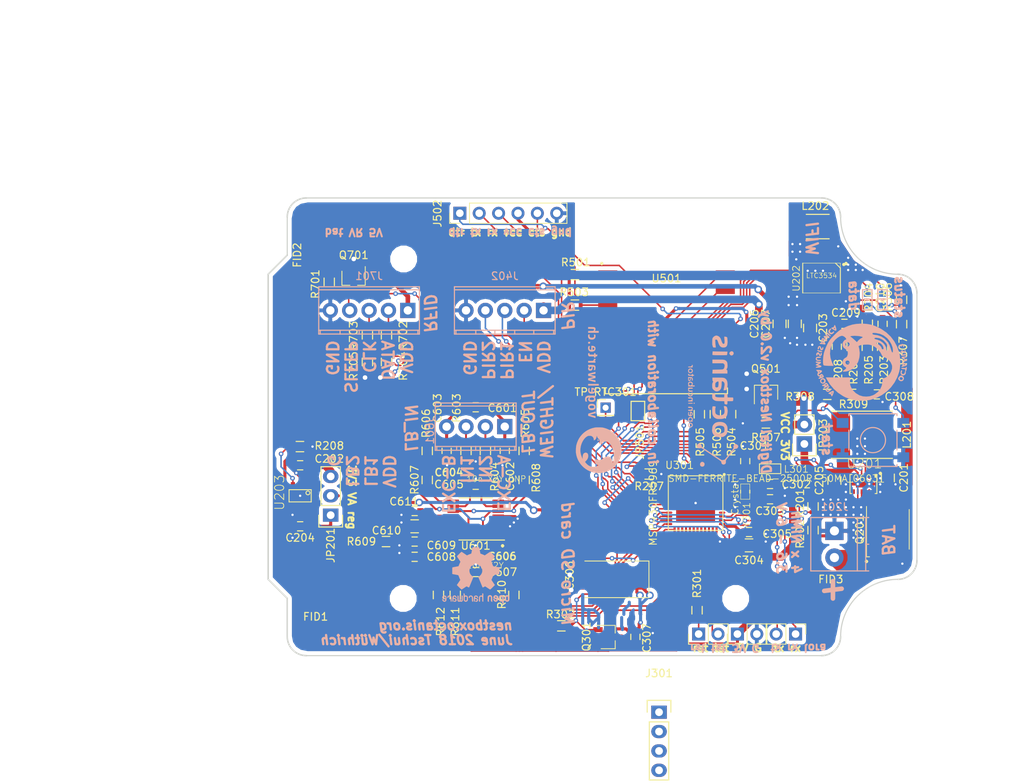
<source format=kicad_pcb>
(kicad_pcb (version 4) (host pcbnew 4.0.7)
  (layers (0 F.Cu signal) (31 B.Cu signal) (34 B.Paste user) (35 F.Paste user) (36 B.SilkS user hide) (37 F.SilkS user) (38 B.Mask user) (39 F.Mask user) (44 Edge.Cuts user))
  (net 0 "")
  (net 1 GND)
  (net 2 +3V3)
  (net 3 VAA)
  (net 4 "Net-(C205-Pad1)")
  (net 5 /Control/AVCC)
  (net 6 "Net-(C302-Pad1)")
  (net 7 "Net-(C303-Pad1)")
  (net 8 "Net-(C308-Pad1)")
  (net 9 /Load_Cell/EXC_A)
  (net 10 /Load_Cell/EXC_B)
  (net 11 /Load_Cell/AIN1)
  (net 12 /Load_Cell/AIN2)
  (net 13 "Net-(C610-Pad2)")
  (net 14 /Control/DBG_LED1)
  (net 15 "Net-(D301-Pad-)")
  (net 16 /Control/DBG_LED2)
  (net 17 "Net-(D302-Pad-)")
  (net 18 +BATT)
  (net 19 /PIR_EN)
  (net 20 /Control/RFID_CLK)
  (net 21 /Control/RFID_DATA)
  (net 22 "Net-(J701-Pad4)")
  (net 23 +5V)
  (net 24 "Net-(P302-Pad1)")
  (net 25 "Net-(P302-Pad2)")
  (net 26 /Control/RFID_SLEEP_N)
  (net 27 /Control/HK_BAT_V)
  (net 28 "Net-(R201-Pad2)")
  (net 29 /Control/SPI_MOSI)
  (net 30 /Control/SPI_MISO)
  (net 31 /Control/DBG_Switch)
  (net 32 /Control/LORA_RESET_N)
  (net 33 "Net-(R607-Pad1)")
  (net 34 "Net-(R608-Pad1)")
  (net 35 /Control/SPI_CLK)
  (net 36 "Net-(R610-Pad2)")
  (net 37 "Net-(R611-Pad2)")
  (net 38 "Net-(R612-Pad2)")
  (net 39 /Control/BAT_TEST_ENABLE)
  (net 40 /Control/5V_ENABLE)
  (net 41 /Power/LDO_EN)
  (net 42 /Load_Cell/DRDY_N)
  (net 43 /Control/LOADCELL_SPI_CS)
  (net 44 "Net-(C204-Pad1)")
  (net 45 "Net-(C208-Pad1)")
  (net 46 "Net-(C208-Pad2)")
  (net 47 "Net-(C209-Pad1)")
  (net 48 "Net-(C210-Pad1)")
  (net 49 "Net-(L202-Pad1)")
  (net 50 "Net-(L202-Pad2)")
  (net 51 "Net-(R501-Pad2)")
  (net 52 /Power/5V_PWM)
  (net 53 /Communication/ESP12_ENABLE)
  (net 54 /Communication/ESP12_RX)
  (net 55 /Communication/ESP12_TX)
  (net 56 "Net-(L201-Pad1)")
  (net 57 /Load_Cell/conn3)
  (net 58 /Load_Cell/conn2)
  (net 59 /PIR_OUT1)
  (net 60 /PIR_OUT2)
  (net 61 /Communication/DTR)
  (net 62 /Communication/ESP12_VCC)
  (net 63 /Communication/CTS)
  (net 64 "Net-(R504-Pad2)")
  (net 65 "Net-(R506-Pad2)")
  (net 66 /Communication/RX)
  (net 67 "Net-(J701-Pad2)")
  (net 68 "Net-(J701-Pad3)")
  (net 69 /Control/SD_CARD_ENABLE)
  (net 70 /Power/batt_in)
  (net 71 "Net-(C607-Pad2)")
  (net 72 /Control/TX)
  (net 73 /Control/RX)
  (net 74 "Net-(J301-Pad3)")
  (net 75 /Control/RTC_CAL)
  (module Fiducials:Fiducial_1mm_Dia_2.54mm_Outer_CopperTop (layer F.Cu) (at 66.21 -5.005)
    (fp_text reference FID3 (at 0 -2.5) (layer F.SilkS))
    (fp_text value Fiducial_1mm_Dia_2.54mm_Outer_CopperTop)
    (pad ~ smd circle (at 0 0) (size 1 1) (layers F.Cu F.Mask) (clearance 0.77))
  )
  (module Fiducials:Fiducial_1mm_Dia_2.54mm_Outer_CopperTop (layer F.Cu) (at -1.29 -50.005)
    (fp_text reference FID2 (at -2.4 0 90) (layer F.SilkS))
    (fp_text value Fiducial_1mm_Dia_2.54mm_Outer_CopperTop)
    (pad ~ smd circle (at 0 0) (size 1 1) (layers F.Cu F.Mask) (clearance 0.77))
  )
  (module Mounting_Holes:MountingHole_2.5mm (layer F.Cu) (at 10.19 -5)
    (fp_text reference REF** hide)
    (fp_text value MountingHole_2.5mm)
    (pad 1 np_thru_hole circle (at 0 0) (size 2.5 2.5) (drill 2.5) (layers *.Cu *.Mask))
  )
  (module Mounting_Holes:MountingHole_2.5mm (layer F.Cu) (at 53.75 -5)
    (fp_text reference REF** hide)
    (fp_text value MountingHole_2.5mm)
    (pad 1 np_thru_hole circle (at 0 0) (size 2.5 2.5) (drill 2.5) (layers *.Cu *.Mask))
  )
  (module Capacitors_SMD:C_0603 (layer F.Cu) (at -3.31 -22.455 180)
    (fp_text reference C202 (at -3.82 0.85 180) (layer F.SilkS))
    (fp_text value 1u)
    (pad 1 smd rect (at -0.75 0 180) (size 0.8 0.75) (layers F.Cu F.Paste F.Mask) (net 2 +3V3))
    (pad 2 smd rect (at 0.75 0 180) (size 0.8 0.75) (layers F.Cu F.Paste F.Mask) (net 1 GND))
  )
  (module Capacitors_SMD:C_0603 (layer F.Cu) (at -3.31 -14.455 180)
    (fp_text reference C204 (at 0 -1.5 180) (layer F.SilkS))
    (fp_text value 1u)
    (pad 1 smd rect (at -0.75 0 180) (size 0.8 0.75) (layers F.Cu F.Paste F.Mask) (net 44 "Net-(C204-Pad1)"))
    (pad 2 smd rect (at 0.75 0 180) (size 0.8 0.75) (layers F.Cu F.Paste F.Mask) (net 1 GND))
  )
  (module Capacitors_SMD:C_0603 (layer F.Cu) (at 55 -23 90)
    (fp_text reference C301 (at 2.005 1.21 180) (layer F.SilkS))
    (fp_text value 100n)
    (pad 1 smd rect (at -0.75 0 90) (size 0.8 0.75) (layers F.Cu F.Paste F.Mask) (net 5 /Control/AVCC))
    (pad 2 smd rect (at 0.75 0 90) (size 0.8 0.75) (layers F.Cu F.Paste F.Mask) (net 1 GND))
  )
  (module Capacitors_SMD:C_0603 (layer F.Cu) (at 58.25 -20)
    (fp_text reference C302 (at 3.44 0.045) (layer F.SilkS))
    (fp_text value "25 pF")
    (pad 1 smd rect (at -0.75 0) (size 0.8 0.75) (layers F.Cu F.Paste F.Mask) (net 6 "Net-(C302-Pad1)"))
    (pad 2 smd rect (at 0.75 0) (size 0.8 0.75) (layers F.Cu F.Paste F.Mask) (net 1 GND))
  )
  (module Capacitors_SMD:C_0603 (layer F.Cu) (at 58.25 -18)
    (fp_text reference C303 (at 0 1.545) (layer F.SilkS))
    (fp_text value "25 pF")
    (pad 1 smd rect (at -0.75 0) (size 0.8 0.75) (layers F.Cu F.Paste F.Mask) (net 7 "Net-(C303-Pad1)"))
    (pad 2 smd rect (at 0.75 0) (size 0.8 0.75) (layers F.Cu F.Paste F.Mask) (net 1 GND))
  )
  (module Capacitors_SMD:C_0603 (layer F.Cu) (at 55.5 -13.705 180)
    (fp_text reference C305 (at -3.69 -0.25 180) (layer F.SilkS))
    (fp_text value 100n)
    (pad 1 smd rect (at -0.75 0 180) (size 0.8 0.75) (layers F.Cu F.Paste F.Mask) (net 1 GND))
    (pad 2 smd rect (at 0.75 0 180) (size 0.8 0.75) (layers F.Cu F.Paste F.Mask) (net 2 +3V3))
  )
  (module Capacitors_SMD:C_0603 (layer F.Cu) (at 40.61 0.045 270)
    (fp_text reference C307 (at 0.15 -1.5 270) (layer F.SilkS))
    (fp_text value 0.1u)
    (pad 1 smd rect (at -0.75 0 270) (size 0.8 0.75) (layers F.Cu F.Paste F.Mask) (net 2 +3V3))
    (pad 2 smd rect (at 0.75 0 270) (size 0.8 0.75) (layers F.Cu F.Paste F.Mask) (net 1 GND))
  )
  (module Capacitors_SMD:C_0603 (layer F.Cu) (at 72.25 -31.75)
    (fp_text reference C308 (at 2.94 0.295) (layer F.SilkS))
    (fp_text value 100n)
    (pad 1 smd rect (at -0.75 0) (size 0.8 0.75) (layers F.Cu F.Paste F.Mask) (net 8 "Net-(C308-Pad1)"))
    (pad 2 smd rect (at 0.75 0) (size 0.8 0.75) (layers F.Cu F.Paste F.Mask) (net 1 GND))
  )
  (module Capacitors_SMD:C_0603 (layer F.Cu) (at 19.69 -30.06 180)
    (fp_text reference C601 (at -3.5 -0.105 180) (layer F.SilkS))
    (fp_text value 1u)
    (pad 1 smd rect (at -0.75 0 180) (size 0.8 0.75) (layers F.Cu F.Paste F.Mask) (net 9 /Load_Cell/EXC_A))
    (pad 2 smd rect (at 0.75 0 180) (size 0.8 0.75) (layers F.Cu F.Paste F.Mask) (net 10 /Load_Cell/EXC_B))
  )
  (module Capacitors_SMD:C_0603 (layer F.Cu) (at 23.5 -24.345 270)
    (fp_text reference C602 (at 3.34 -0.71 270) (layer F.SilkS))
    (fp_text value "100n 1%")
    (pad 1 smd rect (at -0.75 0 270) (size 0.8 0.75) (layers F.Cu F.Paste F.Mask) (net 9 /Load_Cell/EXC_A))
    (pad 2 smd rect (at 0.75 0 270) (size 0.8 0.75) (layers F.Cu F.Paste F.Mask) (net 1 GND))
  )
  (module Capacitors_SMD:C_0603 (layer F.Cu) (at 15.88 -24.345 270)
    (fp_text reference C603 (at -5.61 1.19 270) (layer F.SilkS))
    (fp_text value "100n 1%")
    (pad 1 smd rect (at -0.75 0 270) (size 0.8 0.75) (layers F.Cu F.Paste F.Mask) (net 10 /Load_Cell/EXC_B))
    (pad 2 smd rect (at 0.75 0 270) (size 0.8 0.75) (layers F.Cu F.Paste F.Mask) (net 1 GND))
  )
  (module Capacitors_SMD:C_0603 (layer F.Cu) (at 19.69 -19.9)
    (fp_text reference C605 (at -3.5 -0.055) (layer F.SilkS))
    (fp_text value "100n 1% DNP")
    (pad 1 smd rect (at -0.75 0) (size 0.8 0.75) (layers F.Cu F.Paste F.Mask) (net 11 /Load_Cell/AIN1))
    (pad 2 smd rect (at 0.75 0) (size 0.8 0.75) (layers F.Cu F.Paste F.Mask) (net 12 /Load_Cell/AIN2))
  )
  (module Capacitors_SMD:C_0603 (layer F.Cu) (at 19.69 -8.455)
    (fp_text reference C607 (at 3.5 0) (layer F.SilkS))
    (fp_text value 1u)
    (pad 1 smd rect (at -0.75 0) (size 0.8 0.75) (layers F.Cu F.Paste F.Mask) (net 3 VAA))
    (pad 2 smd rect (at 0.75 0) (size 0.8 0.75) (layers F.Cu F.Paste F.Mask) (net 71 "Net-(C607-Pad2)"))
  )
  (module Capacitors_SMD:C_0603 (layer F.Cu) (at 11.69 -10.455 180)
    (fp_text reference C608 (at -3.5 0 180) (layer F.SilkS))
    (fp_text value 1u)
    (pad 1 smd rect (at -0.75 0 180) (size 0.8 0.75) (layers F.Cu F.Paste F.Mask) (net 2 +3V3))
    (pad 2 smd rect (at 0.75 0 180) (size 0.8 0.75) (layers F.Cu F.Paste F.Mask) (net 1 GND))
  )
  (module Capacitors_SMD:C_0603 (layer F.Cu) (at 11.69 -12.455)
    (fp_text reference C609 (at 3.5 0.5) (layer F.SilkS))
    (fp_text value 100n)
    (pad 1 smd rect (at -0.75 0) (size 0.8 0.75) (layers F.Cu F.Paste F.Mask) (net 1 GND))
    (pad 2 smd rect (at 0.75 0) (size 0.8 0.75) (layers F.Cu F.Paste F.Mask) (net 2 +3V3))
  )
  (module Capacitors_SMD:C_0603 (layer F.Cu) (at 11.69 -16.455)
    (fp_text reference C611 (at -1.38 -1.25) (layer F.SilkS))
    (fp_text value 10n)
    (pad 1 smd rect (at -0.75 0) (size 0.8 0.75) (layers F.Cu F.Paste F.Mask) (net 1 GND))
    (pad 2 smd rect (at 0.75 0) (size 0.8 0.75) (layers F.Cu F.Paste F.Mask) (net 13 "Net-(C610-Pad2)"))
  )
  (module SeeedOPL-LED-2016:LED-0603 (layer B.Cu) (at 72.99 -44.155 270)
    (fp_text reference D301 hide)
    (fp_text value SMD-LED-CLEAR-GREEN_0603_)
    (pad + smd rect (at -0.762 0 270) (size 0.762 0.889) (layers B.Cu B.Paste B.Mask) (net 14 /Control/DBG_LED1))
    (pad - smd rect (at 0.762 0 270) (size 0.762 0.889) (layers B.Cu B.Paste B.Mask) (net 15 "Net-(D301-Pad-)"))
  )
  (module SeeedOPL-LED-2016:LED-0603 (layer B.Cu) (at 70.99 -44.155 270)
    (fp_text reference D302 hide)
    (fp_text value SMD-LED-CLEAR-BLUE_0603_)
    (pad + smd rect (at -0.762 0 270) (size 0.762 0.889) (layers B.Cu B.Paste B.Mask) (net 16 /Control/DBG_LED2))
    (pad - smd rect (at 0.762 0 270) (size 0.762 0.889) (layers B.Cu B.Paste B.Mask) (net 17 "Net-(D302-Pad-)"))
  )
  (module Terminal_Blocks:TerminalBlock_Pheonix_PT-3.5mm_2pol (layer B.Cu) (at 66.69 -13.855 270)
    (fp_text reference J201 (at -3.15 -0.02 360) (layer B.SilkS) (effects (justify mirror)))
    (fp_text value BATT_CONN_01X02)
    (pad 2 thru_hole circle (at 3.5 0 270) (size 2.4 2.4) (drill 1.2) (layers *.Cu *.Mask) (net 70 /Power/batt_in))
    (pad 1 thru_hole rect (at 0 0 270) (size 2.4 2.4) (drill 1.2) (layers *.Cu *.Mask) (net 1 GND))
  )
  (module Pin_Headers:Pin_Header_Straight_1x02 (layer F.Cu) (at 62.75 -25.25 180)
    (fp_text reference JP203 (at -2.46 1.005 270) (layer F.SilkS))
    (fp_text value Jumper_3V3)
    (pad 1 thru_hole rect (at 0 0 180) (size 2.032 2.032) (drill 1.016) (layers *.Cu *.Mask) (net 4 "Net-(C205-Pad1)"))
    (pad 2 thru_hole oval (at 0 2.54 180) (size 2.032 2.032) (drill 1.016) (layers *.Cu *.Mask) (net 2 +3V3))
  )
  (module SeeedOPL-Inductor-2016:L0603 (layer F.Cu) (at 58.262 -22)
    (fp_text reference L301 (at 3.428 0.045) (layer F.SilkS) (effects (font (size 0.889 0.889) (thickness 0.1016))))
    (fp_text value SMD-FERRITE-BEAD-2500R-50MA_0603_ (at 0.762 1.27) (layer F.SilkS) (effects (font (size 0.889 0.889) (thickness 0.1016))))
    (pad 1 smd rect (at -0.762 0) (size 0.889 0.889) (layers F.Cu F.Paste F.Mask) (net 5 /Control/AVCC))
    (pad 2 smd rect (at 0.762 0) (size 0.889 0.889) (layers F.Cu F.Paste F.Mask) (net 2 +3V3))
  )
  (module Socket_Strips:Socket_Strip_Straight_1x02_Pitch2.54mm (layer F.Cu) (at 61.6 -0.33 270)
    (fp_text reference P301 hide)
    (fp_text value RX/TX)
    (pad 1 thru_hole rect (at 0 0 270) (size 1.7 1.7) (drill 1) (layers *.Cu *.Mask) (net 73 /Control/RX))
    (pad 2 thru_hole oval (at 0 2.54 270) (size 1.7 1.7) (drill 1) (layers *.Cu *.Mask) (net 72 /Control/TX))
  )
  (module Socket_Strips:Socket_Strip_Straight_1x02_Pitch2.54mm (layer F.Cu) (at 48.9 -0.33 90)
    (fp_text reference P302 hide)
    (fp_text value TST/RST)
    (pad 1 thru_hole rect (at 0 0 90) (size 1.7 1.7) (drill 1) (layers *.Cu *.Mask) (net 24 "Net-(P302-Pad1)"))
    (pad 2 thru_hole oval (at 0 2.54 90) (size 1.7 1.7) (drill 1) (layers *.Cu *.Mask) (net 25 "Net-(P302-Pad2)"))
  )
  (module Resistors_SMD:R_0603 (layer F.Cu) (at 63.89 -17.055 90)
    (fp_text reference R201 (at 0.4 -1.7 90) (layer F.SilkS))
    (fp_text value 100k)
    (pad 1 smd rect (at -0.75 0 90) (size 0.5 0.9) (layers F.Cu F.Paste F.Mask) (net 27 /Control/HK_BAT_V))
    (pad 2 smd rect (at 0.75 0 90) (size 0.5 0.9) (layers F.Cu F.Paste F.Mask) (net 28 "Net-(R201-Pad2)"))
  )
  (module Resistors_SMD:R_0603 (layer F.Cu) (at 63.89 -13.955 90)
    (fp_text reference R202 (at -0.5 -1.7 90) (layer F.SilkS))
    (fp_text value 50k)
    (pad 1 smd rect (at -0.75 0 90) (size 0.5 0.9) (layers F.Cu F.Paste F.Mask) (net 1 GND))
    (pad 2 smd rect (at 0.75 0 90) (size 0.5 0.9) (layers F.Cu F.Paste F.Mask) (net 27 /Control/HK_BAT_V))
  )
  (module Resistors_SMD:R_0603 (layer F.Cu) (at 73 -38 270)
    (fp_text reference R203 (at 3.045 -0.19 270) (layer F.SilkS))
    (fp_text value 10k)
    (pad 1 smd rect (at -0.75 0 270) (size 0.5 0.9) (layers F.Cu F.Paste F.Mask) (net 48 "Net-(C210-Pad1)"))
    (pad 2 smd rect (at 0.75 0 270) (size 0.5 0.9) (layers F.Cu F.Paste F.Mask) (net 23 +5V))
  )
  (module Resistors_SMD:R_0603 (layer F.Cu) (at 71 -41 270)
    (fp_text reference R204 (at -3.455 -0.19 270) (layer F.SilkS))
    (fp_text value 162k)
    (pad 1 smd rect (at -0.75 0 270) (size 0.5 0.9) (layers F.Cu F.Paste F.Mask) (net 1 GND))
    (pad 2 smd rect (at 0.75 0 270) (size 0.5 0.9) (layers F.Cu F.Paste F.Mask) (net 47 "Net-(C209-Pad1)"))
  )
  (module Resistors_SMD:R_0603 (layer F.Cu) (at 71 -38 90)
    (fp_text reference R205 (at -3.045 0.19 90) (layer F.SilkS))
    (fp_text value 649k)
    (pad 1 smd rect (at -0.75 0 90) (size 0.5 0.9) (layers F.Cu F.Paste F.Mask) (net 23 +5V))
    (pad 2 smd rect (at 0.75 0 90) (size 0.5 0.9) (layers F.Cu F.Paste F.Mask) (net 47 "Net-(C209-Pad1)"))
  )
  (module Resistors_SMD:R_0603 (layer F.Cu) (at 48.69 -3.455 90)
    (fp_text reference R301 (at 3.5 0 90) (layer F.SilkS))
    (fp_text value 47K)
    (pad 1 smd rect (at -0.75 0 90) (size 0.5 0.9) (layers F.Cu F.Paste F.Mask) (net 24 "Net-(P302-Pad1)"))
    (pad 2 smd rect (at 0.75 0 90) (size 0.5 0.9) (layers F.Cu F.Paste F.Mask) (net 2 +3V3))
  )
  (module Resistors_SMD:R_0603 (layer F.Cu) (at 75.49 -44.155 90)
    (fp_text reference R306 (at 0.35 -1.78 90) (layer F.SilkS))
    (fp_text value 1K)
    (pad 1 smd rect (at -0.75 0 90) (size 0.5 0.9) (layers F.Cu F.Paste F.Mask) (net 15 "Net-(D301-Pad-)"))
    (pad 2 smd rect (at 0.75 0 90) (size 0.5 0.9) (layers F.Cu F.Paste F.Mask) (net 1 GND))
  )
  (module Resistors_SMD:R_0603 (layer F.Cu) (at 75.49 -40.955 270)
    (fp_text reference R307 (at 3.5 -0.2 270) (layer F.SilkS))
    (fp_text value 1K)
    (pad 1 smd rect (at -0.75 0 270) (size 0.5 0.9) (layers F.Cu F.Paste F.Mask) (net 17 "Net-(D302-Pad-)"))
    (pad 2 smd rect (at 0.75 0 270) (size 0.5 0.9) (layers F.Cu F.Paste F.Mask) (net 1 GND))
  )
  (module Resistors_SMD:R_0603 (layer F.Cu) (at 65.75 -31.75)
    (fp_text reference R308 (at -3.56 0.295) (layer F.SilkS))
    (fp_text value 10K)
    (pad 1 smd rect (at -0.75 0) (size 0.5 0.9) (layers F.Cu F.Paste F.Mask) (net 2 +3V3))
    (pad 2 smd rect (at 0.75 0) (size 0.5 0.9) (layers F.Cu F.Paste F.Mask) (net 31 /Control/DBG_Switch))
  )
  (module Resistors_SMD:R_0603 (layer F.Cu) (at 69 -31.75)
    (fp_text reference R309 (at 0.19 1.295) (layer F.SilkS))
    (fp_text value 10K)
    (pad 1 smd rect (at -0.75 0) (size 0.5 0.9) (layers F.Cu F.Paste F.Mask) (net 31 /Control/DBG_Switch))
    (pad 2 smd rect (at 0.75 0) (size 0.5 0.9) (layers F.Cu F.Paste F.Mask) (net 8 "Net-(C308-Pad1)"))
  )
  (module Resistors_SMD:R_0603 (layer F.Cu) (at 32.69 -47.455)
    (fp_text reference R501 (at 0.1 -1.6) (layer F.SilkS))
    (fp_text value 10K)
    (pad 1 smd rect (at -0.75 0) (size 0.5 0.9) (layers F.Cu F.Paste F.Mask) (net 62 /Communication/ESP12_VCC))
    (pad 2 smd rect (at 0.75 0) (size 0.5 0.9) (layers F.Cu F.Paste F.Mask) (net 51 "Net-(R501-Pad2)"))
  )
  (module Resistors_SMD:R_0603 (layer F.Cu) (at 18.42 -24.345 90)
    (fp_text reference R603 (at 5.61 -1.23 90) (layer F.SilkS))
    (fp_text value "1k 1% --> short to 0R")
    (pad 1 smd rect (at -0.75 0 90) (size 0.5 0.9) (layers F.Cu F.Paste F.Mask) (net 11 /Load_Cell/AIN1))
    (pad 2 smd rect (at 0.75 0 90) (size 0.5 0.9) (layers F.Cu F.Paste F.Mask) (net 57 /Load_Cell/conn3))
  )
  (module Resistors_SMD:R_0603 (layer F.Cu) (at 20.96 -24.345 90)
    (fp_text reference R604 (at -3.39 1.23 90) (layer F.SilkS))
    (fp_text value "1k 1% -- short to 0R")
    (pad 1 smd rect (at -0.75 0 90) (size 0.5 0.9) (layers F.Cu F.Paste F.Mask) (net 12 /Load_Cell/AIN2))
    (pad 2 smd rect (at 0.75 0 90) (size 0.5 0.9) (layers F.Cu F.Paste F.Mask) (net 58 /Load_Cell/conn2))
  )
  (module Resistors_SMD:R_0603 (layer F.Cu) (at 26.04 -24.345 90)
    (fp_text reference R605 (at 3.61 0.15 90) (layer F.SilkS))
    (fp_text value "100R 1%")
    (pad 1 smd rect (at -0.75 0 90) (size 0.5 0.9) (layers F.Cu F.Paste F.Mask) (net 3 VAA))
    (pad 2 smd rect (at 0.75 0 90) (size 0.5 0.9) (layers F.Cu F.Paste F.Mask) (net 9 /Load_Cell/EXC_A))
  )
  (module Resistors_SMD:R_0603 (layer F.Cu) (at 13.34 -24.345 90)
    (fp_text reference R606 (at 3.61 -0.15 90) (layer F.SilkS))
    (fp_text value "100R 1%")
    (pad 1 smd rect (at -0.75 0 90) (size 0.5 0.9) (layers F.Cu F.Paste F.Mask) (net 71 "Net-(C607-Pad2)"))
    (pad 2 smd rect (at 0.75 0 90) (size 0.5 0.9) (layers F.Cu F.Paste F.Mask) (net 10 /Load_Cell/EXC_B))
  )
  (module Resistors_SMD:R_0603 (layer F.Cu) (at 13.34 -20.535 90)
    (fp_text reference R607 (at 0 -1.65 90) (layer F.SilkS))
    (fp_text value "0R DNP")
    (pad 1 smd rect (at -0.75 0 90) (size 0.5 0.9) (layers F.Cu F.Paste F.Mask) (net 33 "Net-(R607-Pad1)"))
    (pad 2 smd rect (at 0.75 0 90) (size 0.5 0.9) (layers F.Cu F.Paste F.Mask) (net 71 "Net-(C607-Pad2)"))
  )
  (module Resistors_SMD:R_0603 (layer F.Cu) (at 26.04 -20.535 90)
    (fp_text reference R608 (at 0.27 1.57 90) (layer F.SilkS))
    (fp_text value "0R DNP")
    (pad 1 smd rect (at -0.75 0 90) (size 0.5 0.9) (layers F.Cu F.Paste F.Mask) (net 34 "Net-(R608-Pad1)"))
    (pad 2 smd rect (at 0.75 0 90) (size 0.5 0.9) (layers F.Cu F.Paste F.Mask) (net 3 VAA))
  )
  (module Resistors_SMD:R_0603 (layer F.Cu) (at 7.94 -12.455)
    (fp_text reference R609 (at -3.23 0) (layer F.SilkS))
    (fp_text value 2k2)
    (pad 1 smd rect (at -0.75 0) (size 0.5 0.9) (layers F.Cu F.Paste F.Mask) (net 3 VAA))
    (pad 2 smd rect (at 0.75 0) (size 0.5 0.9) (layers F.Cu F.Paste F.Mask) (net 13 "Net-(C610-Pad2)"))
  )
  (module Resistors_SMD:R_0603 (layer F.Cu) (at 24.69 -5.455 90)
    (fp_text reference R610 (at 0.05 -1.58 90) (layer F.SilkS))
    (fp_text value 47R)
    (pad 1 smd rect (at -0.75 0 90) (size 0.5 0.9) (layers F.Cu F.Paste F.Mask) (net 35 /Control/SPI_CLK))
    (pad 2 smd rect (at 0.75 0 90) (size 0.5 0.9) (layers F.Cu F.Paste F.Mask) (net 36 "Net-(R610-Pad2)"))
  )
  (module Resistors_SMD:R_0603 (layer F.Cu) (at 17.01 -5.455 90)
    (fp_text reference R611 (at -3.5 0 90) (layer F.SilkS))
    (fp_text value 47R)
    (pad 1 smd rect (at -0.75 0 90) (size 0.5 0.9) (layers F.Cu F.Paste F.Mask) (net 29 /Control/SPI_MOSI))
    (pad 2 smd rect (at 0.75 0 90) (size 0.5 0.9) (layers F.Cu F.Paste F.Mask) (net 37 "Net-(R611-Pad2)"))
  )
  (module Resistors_SMD:R_0603 (layer F.Cu) (at 14.81 -5.455 90)
    (fp_text reference R612 (at -3.5 0.281429 90) (layer F.SilkS))
    (fp_text value 47R)
    (pad 1 smd rect (at -0.75 0 90) (size 0.5 0.9) (layers F.Cu F.Paste F.Mask) (net 30 /Control/SPI_MISO))
    (pad 2 smd rect (at 0.75 0 90) (size 0.5 0.9) (layers F.Cu F.Paste F.Mask) (net 38 "Net-(R612-Pad2)"))
  )
  (module Resistors_SMD:R_0603 (layer F.Cu) (at 0.5 -46.5 90)
    (fp_text reference R701 (at -0.295 -1.81 90) (layer F.SilkS))
    (fp_text value 50k)
    (pad 1 smd rect (at -0.75 0 90) (size 0.5 0.9) (layers F.Cu F.Paste F.Mask) (net 22 "Net-(J701-Pad4)"))
    (pad 2 smd rect (at 0.75 0 90) (size 0.5 0.9) (layers F.Cu F.Paste F.Mask) (net 23 +5V))
  )
  (module Resistors_SMD:R_0603 (layer F.Cu) (at 8 -39.5 90)
    (fp_text reference R702 (at -0.045 2.19 90) (layer F.SilkS))
    (fp_text value 18k)
    (pad 1 smd rect (at -0.75 0 90) (size 0.5 0.9) (layers F.Cu F.Paste F.Mask) (net 20 /Control/RFID_CLK))
    (pad 2 smd rect (at 0.75 0 90) (size 0.5 0.9) (layers F.Cu F.Paste F.Mask) (net 67 "Net-(J701-Pad2)"))
  )
  (module Resistors_SMD:R_0603 (layer F.Cu) (at 5.5 -39.5 270)
    (fp_text reference R703 (at 0.045 1.81 270) (layer F.SilkS))
    (fp_text value 18k)
    (pad 1 smd rect (at -0.75 0 270) (size 0.5 0.9) (layers F.Cu F.Paste F.Mask) (net 68 "Net-(J701-Pad3)"))
    (pad 2 smd rect (at 0.75 0 270) (size 0.5 0.9) (layers F.Cu F.Paste F.Mask) (net 21 /Control/RFID_DATA))
  )
  (module Resistors_SMD:R_0603 (layer F.Cu) (at 8 -36 90)
    (fp_text reference R704 (at -0.545 2.19 90) (layer F.SilkS))
    (fp_text value 33k)
    (pad 1 smd rect (at -0.75 0 90) (size 0.5 0.9) (layers F.Cu F.Paste F.Mask) (net 1 GND))
    (pad 2 smd rect (at 0.75 0 90) (size 0.5 0.9) (layers F.Cu F.Paste F.Mask) (net 20 /Control/RFID_CLK))
  )
  (module Resistors_SMD:R_0603 (layer F.Cu) (at 5.5 -36 270)
    (fp_text reference R705 (at 0.545 1.81 270) (layer F.SilkS))
    (fp_text value 33k)
    (pad 1 smd rect (at -0.75 0 270) (size 0.5 0.9) (layers F.Cu F.Paste F.Mask) (net 21 /Control/RFID_DATA))
    (pad 2 smd rect (at 0.75 0 270) (size 0.5 0.9) (layers F.Cu F.Paste F.Mask) (net 1 GND))
  )
  (module Buttons_Switches_SMD:SW_SPST_B3S-1000 (layer B.Cu) (at 71.735 -25.755)
    (fp_text reference SW301 hide)
    (fp_text value SMD-BUTTON_2P-3.0X2.5X1.2+0.4MM_)
    (pad 1 smd rect (at -3.975 2.25) (size 1.55 1.3) (layers B.Cu B.Paste B.Mask) (net 1 GND))
    (pad 1 smd rect (at 3.975 2.25) (size 1.55 1.3) (layers B.Cu B.Paste B.Mask) (net 1 GND))
    (pad 2 smd rect (at -3.975 -2.25) (size 1.55 1.3) (layers B.Cu B.Paste B.Mask) (net 31 /Control/DBG_Switch))
    (pad 2 smd rect (at 3.975 -2.25) (size 1.55 1.3) (layers B.Cu B.Paste B.Mask) (net 31 /Control/DBG_Switch))
  )
  (module texasinstruments:SOT23-5 (layer F.Cu) (at -3.31 -18.455 180)
    (fp_text reference U203 (at 2 -2 270) (layer F.SilkS) (effects (font (size 1.2065 1.2065) (thickness 0.1016)) (justify left bottom)))
    (fp_text value LP5907 hide)
    (pad 1 smd rect (at -0.95 1.3 270) (size 1 0.55) (layers F.Cu F.Paste F.Mask) (net 2 +3V3))
    (pad 2 smd rect (at 0 1.3 270) (size 1 0.55) (layers F.Cu F.Paste F.Mask) (net 1 GND))
    (pad 3 smd rect (at 0.95 1.3 270) (size 1 0.55) (layers F.Cu F.Paste F.Mask) (net 41 /Power/LDO_EN))
    (pad 4 smd rect (at 0.95 -1.3 270) (size 1 0.55) (layers F.Cu F.Paste F.Mask))
    (pad 5 smd rect (at -0.95 -1.3 270) (size 1 0.55) (layers F.Cu F.Paste F.Mask) (net 44 "Net-(C204-Pad1)"))
  )
  (module chips:S-PVQFN-N48 (layer F.Cu) (at 48.5 -17.5 270)
    (fp_text reference U301 (at -4.405 2.09 360) (layer F.SilkS) (effects (font (size 0.9652 0.9652) (thickness 0.12192)) (justify bottom)))
    (fp_text value MSP430FR5969 (at 0 5 270) (layer F.SilkS) (effects (font (size 0.9652 0.9652) (thickness 0.12192)) (justify bottom)))
    (pad 1 smd oval (at -3.475 -2.75) (size 0.28 0.85) (layers F.Cu F.Paste F.Mask) (net 75 /Control/RTC_CAL))
    (pad 2 smd oval (at -3.475 -2.25) (size 0.28 0.85) (layers F.Cu F.Paste F.Mask) (net 19 /PIR_EN))
    (pad 3 smd oval (at -3.475 -1.75) (size 0.28 0.85) (layers F.Cu F.Paste F.Mask) (net 26 /Control/RFID_SLEEP_N))
    (pad 4 smd oval (at -3.475 -1.25) (size 0.28 0.85) (layers F.Cu F.Paste F.Mask) (net 59 /PIR_OUT1))
    (pad 5 smd oval (at -3.475 -0.75) (size 0.28 0.85) (layers F.Cu F.Paste F.Mask) (net 60 /PIR_OUT2))
    (pad 6 smd oval (at -3.475 -0.25) (size 0.28 0.85) (layers F.Cu F.Paste F.Mask))
    (pad 7 smd oval (at -3.475 0.25) (size 0.28 0.85) (layers F.Cu F.Paste F.Mask))
    (pad 8 smd oval (at -3.475 0.75) (size 0.28 0.85) (layers F.Cu F.Paste F.Mask) (net 52 /Power/5V_PWM))
    (pad 9 smd oval (at -3.475 1.25) (size 0.28 0.85) (layers F.Cu F.Paste F.Mask))
    (pad 10 smd oval (at -3.475 1.75) (size 0.28 0.85) (layers F.Cu F.Paste F.Mask))
    (pad 11 smd oval (at -3.475 2.25) (size 0.28 0.85) (layers F.Cu F.Paste F.Mask) (net 20 /Control/RFID_CLK))
    (pad 12 smd oval (at -3.475 2.75) (size 0.28 0.85) (layers F.Cu F.Paste F.Mask) (net 40 /Control/5V_ENABLE))
    (pad 13 smd oval (at -2.75 3.475) (size 0.85 0.28) (layers F.Cu F.Paste F.Mask) (net 41 /Power/LDO_EN))
    (pad 14 smd oval (at -2.25 3.475) (size 0.85 0.28) (layers F.Cu F.Paste F.Mask) (net 69 /Control/SD_CARD_ENABLE))
    (pad 15 smd oval (at -1.75 3.475) (size 0.85 0.28) (layers F.Cu F.Paste F.Mask) (net 53 /Communication/ESP12_ENABLE))
    (pad 16 smd oval (at -1.25 3.475) (size 0.85 0.28) (layers F.Cu F.Paste F.Mask) (net 14 /Control/DBG_LED1))
    (pad 17 smd oval (at -0.75 3.475) (size 0.85 0.28) (layers F.Cu F.Paste F.Mask) (net 16 /Control/DBG_LED2))
    (pad 18 smd oval (at -0.25 3.475) (size 0.85 0.28) (layers F.Cu F.Paste F.Mask) (net 31 /Control/DBG_Switch))
    (pad 19 smd oval (at 0.25 3.475) (size 0.85 0.28) (layers F.Cu F.Paste F.Mask) (net 21 /Control/RFID_DATA))
    (pad 20 smd oval (at 0.75 3.475) (size 0.85 0.28) (layers F.Cu F.Paste F.Mask) (net 72 /Control/TX))
    (pad 21 smd oval (at 1.25 3.475) (size 0.85 0.28) (layers F.Cu F.Paste F.Mask) (net 73 /Control/RX))
    (pad 22 smd oval (at 1.75 3.475) (size 0.85 0.28) (layers F.Cu F.Paste F.Mask) (net 25 "Net-(P302-Pad2)"))
    (pad 23 smd oval (at 2.25 3.475) (size 0.85 0.28) (layers F.Cu F.Paste F.Mask) (net 24 "Net-(P302-Pad1)"))
    (pad 24 smd oval (at 2.75 3.475) (size 0.85 0.28) (layers F.Cu F.Paste F.Mask) (net 54 /Communication/ESP12_RX))
    (pad 25 smd oval (at 3.475 2.75) (size 0.28 0.85) (layers F.Cu F.Paste F.Mask) (net 55 /Communication/ESP12_TX))
    (pad 26 smd oval (at 3.475 2.25) (size 0.28 0.85) (layers F.Cu F.Paste F.Mask) (net 35 /Control/SPI_CLK))
    (pad 27 smd oval (at 3.475 1.75) (size 0.28 0.85) (layers F.Cu F.Paste F.Mask) (net 42 /Load_Cell/DRDY_N))
    (pad 28 smd oval (at 3.475 1.25) (size 0.28 0.85) (layers F.Cu F.Paste F.Mask) (net 43 /Control/LOADCELL_SPI_CS))
    (pad 29 smd oval (at 3.475 0.75) (size 0.28 0.85) (layers F.Cu F.Paste F.Mask))
    (pad 30 smd oval (at 3.475 0.25) (size 0.28 0.85) (layers F.Cu F.Paste F.Mask))
    (pad 31 smd oval (at 3.475 -0.25) (size 0.28 0.85) (layers F.Cu F.Paste F.Mask) (net 29 /Control/SPI_MOSI))
    (pad 32 smd oval (at 3.475 -0.75) (size 0.28 0.85) (layers F.Cu F.Paste F.Mask) (net 30 /Control/SPI_MISO))
    (pad 33 smd oval (at 3.475 -1.25) (size 0.28 0.85) (layers F.Cu F.Paste F.Mask) (net 32 /Control/LORA_RESET_N))
    (pad 34 smd oval (at 3.475 -1.75) (size 0.28 0.85) (layers F.Cu F.Paste F.Mask))
    (pad 35 smd oval (at 3.475 -2.25) (size 0.28 0.85) (layers F.Cu F.Paste F.Mask))
    (pad 36 smd oval (at 3.475 -2.75) (size 0.28 0.85) (layers F.Cu F.Paste F.Mask) (net 1 GND))
    (pad 37 smd oval (at 2.75 -3.475) (size 0.85 0.28) (layers F.Cu F.Paste F.Mask) (net 2 +3V3))
    (pad 38 smd oval (at 2.25 -3.475) (size 0.85 0.28) (layers F.Cu F.Paste F.Mask) (net 39 /Control/BAT_TEST_ENABLE))
    (pad 39 smd oval (at 1.75 -3.475) (size 0.85 0.28) (layers F.Cu F.Paste F.Mask) (net 27 /Control/HK_BAT_V))
    (pad 40 smd oval (at 1.25 -3.475) (size 0.85 0.28) (layers F.Cu F.Paste F.Mask))
    (pad 41 smd oval (at 0.75 -3.475) (size 0.85 0.28) (layers F.Cu F.Paste F.Mask) (net 1 GND))
    (pad 42 smd oval (at 0.25 -3.475) (size 0.85 0.28) (layers F.Cu F.Paste F.Mask))
    (pad 43 smd oval (at -0.25 -3.475) (size 0.85 0.28) (layers F.Cu F.Paste F.Mask))
    (pad 44 smd oval (at -0.75 -3.475) (size 0.85 0.28) (layers F.Cu F.Paste F.Mask) (net 1 GND))
    (pad 45 smd oval (at -1.25 -3.475) (size 0.85 0.28) (layers F.Cu F.Paste F.Mask) (net 7 "Net-(C303-Pad1)"))
    (pad 46 smd oval (at -1.75 -3.475) (size 0.85 0.28) (layers F.Cu F.Paste F.Mask) (net 6 "Net-(C302-Pad1)"))
    (pad 47 smd oval (at -2.25 -3.475) (size 0.85 0.28) (layers F.Cu F.Paste F.Mask) (net 1 GND))
    (pad 48 smd oval (at -2.75 -3.475) (size 0.85 0.28) (layers F.Cu F.Paste F.Mask) (net 5 /Control/AVCC))
    (pad VSS_ smd rect (at 0 0) (size 5.1 5.1) (layers F.Cu F.Paste F.Mask) (net 1 GND))
  )
  (module Housings_SSOP:TSSOP-16_4.4x5mm_Pitch0.65mm (layer F.Cu) (at 19.69 -15.455 180)
    (fp_text reference U601 (at 0 -3.55 180) (layer F.SilkS))
    (fp_text value ADS1220)
    (pad 1 smd rect (at -2.95 -2.275 180) (size 1.5 0.45) (layers F.Cu F.Paste F.Mask) (net 36 "Net-(R610-Pad2)"))
    (pad 2 smd rect (at -2.95 -1.625 180) (size 1.5 0.45) (layers F.Cu F.Paste F.Mask) (net 43 /Control/LOADCELL_SPI_CS))
    (pad 3 smd rect (at -2.95 -0.975 180) (size 1.5 0.45) (layers F.Cu F.Paste F.Mask) (net 1 GND))
    (pad 4 smd rect (at -2.95 -0.325 180) (size 1.5 0.45) (layers F.Cu F.Paste F.Mask) (net 1 GND))
    (pad 5 smd rect (at -2.95 0.325 180) (size 1.5 0.45) (layers F.Cu F.Paste F.Mask) (net 1 GND))
    (pad 6 smd rect (at -2.95 0.975 180) (size 1.5 0.45) (layers F.Cu F.Paste F.Mask) (net 71 "Net-(C607-Pad2)"))
    (pad 7 smd rect (at -2.95 1.625 180) (size 1.5 0.45) (layers F.Cu F.Paste F.Mask) (net 12 /Load_Cell/AIN2))
    (pad 8 smd rect (at -2.95 2.275 180) (size 1.5 0.45) (layers F.Cu F.Paste F.Mask) (net 34 "Net-(R608-Pad1)"))
    (pad 9 smd rect (at 2.95 2.275 180) (size 1.5 0.45) (layers F.Cu F.Paste F.Mask) (net 33 "Net-(R607-Pad1)"))
    (pad 10 smd rect (at 2.95 1.625 180) (size 1.5 0.45) (layers F.Cu F.Paste F.Mask) (net 11 /Load_Cell/AIN1))
    (pad 11 smd rect (at 2.95 0.975 180) (size 1.5 0.45) (layers F.Cu F.Paste F.Mask) (net 3 VAA))
    (pad 12 smd rect (at 2.95 0.325 180) (size 1.5 0.45) (layers F.Cu F.Paste F.Mask) (net 13 "Net-(C610-Pad2)"))
    (pad 13 smd rect (at 2.95 -0.325 180) (size 1.5 0.45) (layers F.Cu F.Paste F.Mask) (net 2 +3V3))
    (pad 14 smd rect (at 2.95 -0.975 180) (size 1.5 0.45) (layers F.Cu F.Paste F.Mask) (net 42 /Load_Cell/DRDY_N))
    (pad 15 smd rect (at 2.95 -1.625 180) (size 1.5 0.45) (layers F.Cu F.Paste F.Mask) (net 38 "Net-(R612-Pad2)"))
    (pad 16 smd rect (at 2.95 -2.275 180) (size 1.5 0.45) (layers F.Cu F.Paste F.Mask) (net 37 "Net-(R611-Pad2)"))
  )
  (module "SeeedOPL-Crystal Oscillator-2016:X2-SMD-L2.0X1.2X0.55MM" (layer F.Cu) (at 55 -19 270)
    (fp_text reference Y301 (at 3.045 -0.19 270) (layer F.SilkS) (effects (font (size 0.889 0.889) (thickness 0.1016))))
    (fp_text value Crystal (at 0.762 1.3335 270) (layer F.SilkS) (effects (font (size 0.889 0.889) (thickness 0.1016))))
    (pad 1 smd rect (at -0.7493 0) (size 1.24968 0.99822) (layers F.Cu F.Paste F.Mask) (net 6 "Net-(C302-Pad1)"))
    (pad 2 smd rect (at 0.7493 0) (size 1.24968 0.99822) (layers F.Cu F.Paste F.Mask) (net 7 "Net-(C303-Pad1)"))
  )
  (module Pin_Headers:Pin_Header_Straight_1x03 (layer F.Cu) (at 0.69 -15.915 180)
    (fp_text reference JP201 (at 0 -3.96 270) (layer F.SilkS))
    (fp_text value VAA_Jumper_SELECT_Dual)
    (pad 1 thru_hole rect (at 0 0 180) (size 2.032 1.7272) (drill 1.016) (layers *.Cu *.Mask) (net 44 "Net-(C204-Pad1)"))
    (pad 2 thru_hole oval (at 0 2.54 180) (size 2.032 1.7272) (drill 1.016) (layers *.Cu *.Mask) (net 3 VAA))
    (pad 3 thru_hole oval (at 0 5.08 180) (size 2.032 1.7272) (drill 1.016) (layers *.Cu *.Mask) (net 2 +3V3))
  )
  (module Socket_Strips:Socket_Strip_Straight_1x02_Pitch2.54mm (layer F.Cu) (at 53.98 -0.33 90)
    (fp_text reference P303 hide)
    (fp_text value DEBUG_3V3)
    (pad 1 thru_hole rect (at 0 0 90) (size 1.7 1.7) (drill 1) (layers *.Cu *.Mask) (net 2 +3V3))
    (pad 2 thru_hole oval (at 0 2.54 90) (size 1.7 1.7) (drill 1) (layers *.Cu *.Mask) (net 1 GND))
  )
  (module Mounting_Holes:MountingHole_2.5mm (layer F.Cu) (at 10.25 -49.5)
    (fp_text reference REF** hide)
    (fp_text value MountingHole_2.5mm)
    (pad 1 np_thru_hole circle (at 0 0) (size 2.5 2.5) (drill 2.5) (layers *.Cu *.Mask))
  )
  (module Capacitors_SMD:C_0603 (layer F.Cu) (at 67 -38 90)
    (fp_text reference C208 (at -3.545 0.19 270) (layer F.SilkS))
    (fp_text value 330p)
    (pad 1 smd rect (at -0.75 0 90) (size 0.8 0.75) (layers F.Cu F.Paste F.Mask) (net 45 "Net-(C208-Pad1)"))
    (pad 2 smd rect (at 0.75 0 90) (size 0.8 0.75) (layers F.Cu F.Paste F.Mask) (net 46 "Net-(C208-Pad2)"))
  )
  (module Capacitors_SMD:C_0603 (layer F.Cu) (at 68 -41 180)
    (fp_text reference C209 (at -0.19 1.455 180) (layer F.SilkS))
    (fp_text value 10p)
    (pad 1 smd rect (at -0.75 0 180) (size 0.8 0.75) (layers F.Cu F.Paste F.Mask) (net 47 "Net-(C209-Pad1)"))
    (pad 2 smd rect (at 0.75 0 180) (size 0.8 0.75) (layers F.Cu F.Paste F.Mask) (net 46 "Net-(C208-Pad2)"))
  )
  (module Capacitors_SMD:C_0603 (layer F.Cu) (at 73 -41 90)
    (fp_text reference C210 (at 3.455 -0.31 90) (layer F.SilkS))
    (fp_text value 33p)
    (pad 1 smd rect (at -0.75 0 90) (size 0.8 0.75) (layers F.Cu F.Paste F.Mask) (net 48 "Net-(C210-Pad1)"))
    (pad 2 smd rect (at 0.75 0 90) (size 0.8 0.75) (layers F.Cu F.Paste F.Mask) (net 47 "Net-(C209-Pad1)"))
  )
  (module Inductors:Inductor_Taiyo-Yuden_NR-60xx_HandSoldering (layer F.Cu) (at 70.29 -26.455 180)
    (fp_text reference L201 (at -5.9 0 270) (layer F.SilkS))
    (fp_text value 4.7uH)
    (pad 1 smd rect (at -2.775 0 180) (size 2.45 5.9) (layers F.Cu F.Paste F.Mask) (net 56 "Net-(L201-Pad1)"))
    (pad 2 smd rect (at 2.775 0 180) (size 2.45 5.9) (layers F.Cu F.Paste F.Mask) (net 4 "Net-(C205-Pad1)"))
  )
  (module Inductors:Inductor_Taiyo-Yuden_NR-30xx (layer F.Cu) (at 64.5 -53.75 180)
    (fp_text reference L202 (at 0.31 2.705 180) (layer F.SilkS))
    (fp_text value 5uH)
    (pad 1 smd rect (at -1.1 0 180) (size 0.8 2.9) (layers F.Cu F.Paste F.Mask) (net 49 "Net-(L202-Pad1)"))
    (pad 2 smd rect (at 1.1 0 180) (size 0.8 2.9) (layers F.Cu F.Paste F.Mask) (net 50 "Net-(L202-Pad2)"))
  )
  (module Resistors_SMD:R_0603 (layer F.Cu) (at 69 -38 90)
    (fp_text reference R206 (at -3.045 0.19 90) (layer F.SilkS))
    (fp_text value 15k)
    (pad 1 smd rect (at -0.75 0 90) (size 0.5 0.9) (layers F.Cu F.Paste F.Mask) (net 45 "Net-(C208-Pad1)"))
    (pad 2 smd rect (at 0.75 0 90) (size 0.5 0.9) (layers F.Cu F.Paste F.Mask) (net 47 "Net-(C209-Pad1)"))
  )
  (module SeeedOPL-IC-2016:SSOP16-0.635-5X4MM (layer F.Cu) (at 65 -47 180)
    (fp_text reference U202 (at 3.31 -0.045 270) (layer F.SilkS) (effects (font (size 0.889 0.889) (thickness 0.1016))))
    (fp_text value LTC3534 (at 0 0.3175 180) (layer F.SilkS) (effects (font (size 0.635 0.635) (thickness 0.0762))))
    (pad 1 smd rect (at -2.2225 2.667 270) (size 1.397 0.381) (layers F.Cu F.Paste F.Mask) (net 1 GND))
    (pad 2 smd rect (at -1.5875 2.667 270) (size 1.397 0.381) (layers F.Cu F.Paste F.Mask) (net 40 /Control/5V_ENABLE))
    (pad 3 smd rect (at -0.9525 2.667 270) (size 1.397 0.381) (layers F.Cu F.Paste F.Mask) (net 1 GND))
    (pad 4 smd rect (at -0.3175 2.667 270) (size 1.397 0.381) (layers F.Cu F.Paste F.Mask) (net 1 GND))
    (pad 5 smd rect (at 0.3175 2.667 270) (size 1.397 0.381) (layers F.Cu F.Paste F.Mask) (net 49 "Net-(L202-Pad1)"))
    (pad 6 smd rect (at 0.9525 2.667 270) (size 1.397 0.381) (layers F.Cu F.Paste F.Mask) (net 50 "Net-(L202-Pad2)"))
    (pad 7 smd rect (at 1.5875 2.667 270) (size 1.397 0.381) (layers F.Cu F.Paste F.Mask) (net 1 GND))
    (pad 8 smd rect (at 2.2225 2.667 270) (size 1.397 0.381) (layers F.Cu F.Paste F.Mask) (net 1 GND))
    (pad 9 smd rect (at 2.2225 -2.667 90) (size 1.397 0.381) (layers F.Cu F.Paste F.Mask) (net 1 GND))
    (pad 10 smd rect (at 1.5875 -2.667 90) (size 1.397 0.381) (layers F.Cu F.Paste F.Mask) (net 52 /Power/5V_PWM))
    (pad 11 smd rect (at 0.9525 -2.667 90) (size 1.397 0.381) (layers F.Cu F.Paste F.Mask) (net 23 +5V))
    (pad 12 smd rect (at 0.3175 -2.667 90) (size 1.397 0.381) (layers F.Cu F.Paste F.Mask) (net 18 +BATT))
    (pad 13 smd rect (at -0.3175 -2.667 90) (size 1.397 0.381) (layers F.Cu F.Paste F.Mask) (net 18 +BATT))
    (pad 14 smd rect (at -0.9525 -2.667 90) (size 1.397 0.381) (layers F.Cu F.Paste F.Mask) (net 46 "Net-(C208-Pad2)"))
    (pad 15 smd rect (at -1.5875 -2.667 90) (size 1.397 0.381) (layers F.Cu F.Paste F.Mask) (net 47 "Net-(C209-Pad1)"))
    (pad 16 smd rect (at -2.2225 -2.667 90) (size 1.397 0.381) (layers F.Cu F.Paste F.Mask) (net 1 GND))
  )
  (module Terminal_Blocks:TerminalBlock_Pheonix_MPT-2.54mm_5pol (layer B.Cu) (at 28.58 -42.76 180)
    (fp_text reference J402 (at 5.08 4.50088 180) (layer B.SilkS) (effects (justify mirror)))
    (fp_text value CONN_01X05)
    (pad 4 thru_hole oval (at 7.62 0) (size 1.99898 1.99898) (drill 1.09728) (layers *.Cu *.Mask) (net 60 /PIR_OUT2))
    (pad 1 thru_hole rect (at 0 0) (size 1.99898 1.99898) (drill 1.09728) (layers *.Cu *.Mask) (net 2 +3V3))
    (pad 2 thru_hole oval (at 2.54 0) (size 1.99898 1.99898) (drill 1.09728) (layers *.Cu *.Mask) (net 19 /PIR_EN))
    (pad 3 thru_hole oval (at 5.08 0) (size 1.99898 1.99898) (drill 1.09728) (layers *.Cu *.Mask) (net 59 /PIR_OUT1))
    (pad 5 thru_hole oval (at 10.16 0) (size 1.99898 1.99898) (drill 1.09728) (layers *.Cu *.Mask) (net 1 GND))
  )
  (module Terminal_Blocks:TerminalBlock_Pheonix_MPT-2.54mm_4pol (layer B.Cu) (at 23.5 -27.52 180)
    (fp_text reference J601 (at 9.79 -0.515 450) (layer B.SilkS) (effects (justify mirror)))
    (fp_text value LOAD_CELL_CONN_01X04)
    (pad 4 thru_hole oval (at 7.62 0) (size 1.99898 1.99898) (drill 1.09728) (layers *.Cu *.Mask) (net 10 /Load_Cell/EXC_B))
    (pad 1 thru_hole rect (at 0 0) (size 1.99898 1.99898) (drill 1.09728) (layers *.Cu *.Mask) (net 9 /Load_Cell/EXC_A))
    (pad 2 thru_hole oval (at 2.54 0) (size 1.99898 1.99898) (drill 1.09728) (layers *.Cu *.Mask) (net 58 /Load_Cell/conn2))
    (pad 3 thru_hole oval (at 5.08 0) (size 1.99898 1.99898) (drill 1.09728) (layers *.Cu *.Mask) (net 57 /Load_Cell/conn3))
  )
  (module Terminal_Blocks:TerminalBlock_Pheonix_MPT-2.54mm_5pol (layer B.Cu) (at 10.8 -42.76 180)
    (fp_text reference J701 (at 5.08 4.50088 180) (layer B.SilkS) (effects (justify mirror)))
    (fp_text value RFID_CONN_01X05)
    (pad 4 thru_hole oval (at 7.62 0) (size 1.99898 1.99898) (drill 1.09728) (layers *.Cu *.Mask) (net 22 "Net-(J701-Pad4)"))
    (pad 1 thru_hole rect (at 0 0) (size 1.99898 1.99898) (drill 1.09728) (layers *.Cu *.Mask) (net 23 +5V))
    (pad 2 thru_hole oval (at 2.54 0) (size 1.99898 1.99898) (drill 1.09728) (layers *.Cu *.Mask) (net 67 "Net-(J701-Pad2)"))
    (pad 3 thru_hole oval (at 5.08 0) (size 1.99898 1.99898) (drill 1.09728) (layers *.Cu *.Mask) (net 68 "Net-(J701-Pad3)"))
    (pad 5 thru_hole oval (at 10.16 0) (size 1.99898 1.99898) (drill 1.09728) (layers *.Cu *.Mask) (net 1 GND))
  )
  (module Pin_Headers:Pin_Header_Straight_1x06_Pitch2.54mm (layer F.Cu) (at 17.61 -55.5 90)
    (fp_text reference J502 (at -0.045 -2.92 90) (layer F.SilkS))
    (fp_text value CONN_01X06)
    (pad 1 thru_hole rect (at 0 0 90) (size 1.7 1.7) (drill 1) (layers *.Cu *.Mask) (net 61 /Communication/DTR))
    (pad 2 thru_hole oval (at 0 2.54 90) (size 1.7 1.7) (drill 1) (layers *.Cu *.Mask) (net 55 /Communication/ESP12_TX))
    (pad 3 thru_hole oval (at 0 5.08 90) (size 1.7 1.7) (drill 1) (layers *.Cu *.Mask) (net 66 /Communication/RX))
    (pad 4 thru_hole oval (at 0 7.62 90) (size 1.7 1.7) (drill 1) (layers *.Cu *.Mask) (net 62 /Communication/ESP12_VCC))
    (pad 5 thru_hole oval (at 0 10.16 90) (size 1.7 1.7) (drill 1) (layers *.Cu *.Mask) (net 63 /Communication/CTS))
    (pad 6 thru_hole oval (at 0 12.7 90) (size 1.7 1.7) (drill 1) (layers *.Cu *.Mask) (net 1 GND))
  )
  (module Resistors_SMD:R_0603 (layer F.Cu) (at 32.69 -43.455)
    (fp_text reference R503 (at -0.1 -1.7) (layer F.SilkS))
    (fp_text value 10K)
    (pad 1 smd rect (at -0.75 0) (size 0.5 0.9) (layers F.Cu F.Paste F.Mask) (net 62 /Communication/ESP12_VCC))
    (pad 2 smd rect (at 0.75 0) (size 0.5 0.9) (layers F.Cu F.Paste F.Mask) (net 63 /Communication/CTS))
  )
  (module Resistors_SMD:R_0603 (layer F.Cu) (at 53.09 -29.155 90)
    (fp_text reference R504 (at -3.65 0.12 90) (layer F.SilkS))
    (fp_text value 10K)
    (pad 1 smd rect (at -0.75 0 90) (size 0.5 0.9) (layers F.Cu F.Paste F.Mask) (net 1 GND))
    (pad 2 smd rect (at 0.75 0 90) (size 0.5 0.9) (layers F.Cu F.Paste F.Mask) (net 64 "Net-(R504-Pad2)"))
  )
  (module Resistors_SMD:R_0603 (layer F.Cu) (at 48.99 -29.145 90)
    (fp_text reference R505 (at -3.64 0.12 90) (layer F.SilkS))
    (fp_text value 10K)
    (pad 1 smd rect (at -0.75 0 90) (size 0.5 0.9) (layers F.Cu F.Paste F.Mask) (net 62 /Communication/ESP12_VCC))
    (pad 2 smd rect (at 0.75 0 90) (size 0.5 0.9) (layers F.Cu F.Paste F.Mask) (net 61 /Communication/DTR))
  )
  (module Resistors_SMD:R_0603 (layer F.Cu) (at 51.085 -29.145 90)
    (fp_text reference R506 (at -3.64 0.225 90) (layer F.SilkS))
    (fp_text value 10K)
    (pad 1 smd rect (at -0.75 0 90) (size 0.5 0.9) (layers F.Cu F.Paste F.Mask) (net 62 /Communication/ESP12_VCC))
    (pad 2 smd rect (at 0.75 0 90) (size 0.5 0.9) (layers F.Cu F.Paste F.Mask) (net 65 "Net-(R506-Pad2)"))
  )
  (module Octanis3:ESP-12E_SMD_UART_ONLY (layer F.Cu) (at 37.69 -47.455)
    (fp_text reference U501 (at 7 0.5) (layer F.SilkS))
    (fp_text value ESP-12S hide)
    (pad 1 smd rect (at 0 0) (size 2.5 1.1) (drill (offset -0.7 0)) (layers F.Cu F.Paste F.Mask) (net 51 "Net-(R501-Pad2)"))
    (pad 3 smd rect (at 0 4) (size 2.5 1.1) (drill (offset -0.7 0)) (layers F.Cu F.Paste F.Mask) (net 63 /Communication/CTS))
    (pad 8 smd rect (at 0 14) (size 2.5 1.1) (drill (offset -0.7 0)) (layers F.Cu F.Paste F.Mask) (net 62 /Communication/ESP12_VCC))
    (pad 9 smd rect (at 14 14) (size 2.5 1.1) (drill (offset 0.7 0)) (layers F.Cu F.Paste F.Mask) (net 1 GND))
    (pad 10 smd rect (at 14 12) (size 2.5 1.1) (drill (offset 0.7 0)) (layers F.Cu F.Paste F.Mask) (net 64 "Net-(R504-Pad2)"))
    (pad 11 smd rect (at 14 10) (size 2.5 1.1) (drill (offset 0.7 0)) (layers F.Cu F.Paste F.Mask) (net 65 "Net-(R506-Pad2)"))
    (pad 12 smd rect (at 14 8) (size 2.5 1.1) (drill (offset 0.7 0)) (layers F.Cu F.Paste F.Mask) (net 61 /Communication/DTR))
    (pad 15 smd rect (at 14 2) (size 2.5 1.1) (drill (offset 0.7 0)) (layers F.Cu F.Paste F.Mask) (net 66 /Communication/RX))
    (pad 16 smd rect (at 14 0) (size 2.5 1.1) (drill (offset 0.7 0)) (layers F.Cu F.Paste F.Mask) (net 55 /Communication/ESP12_TX))
  )
  (module Connect:GS2 (layer F.Cu) (at 40.94 -29.57 180)
    (fp_text reference JP501 (at -0.27 -4.065 270) (layer F.SilkS))
    (fp_text value Jumper)
    (pad 1 smd rect (at 0 -0.635 180) (size 1.27 0.9652) (layers F.Cu F.Paste F.Mask) (net 54 /Communication/ESP12_RX))
    (pad 2 smd rect (at 0 0.635 180) (size 1.27 0.9652) (layers F.Cu F.Paste F.Mask) (net 66 /Communication/RX))
  )
  (module Octanis3:Capacitor_X2Y_603 (layer F.Cu) (at 19.69 -21.805)
    (fp_text reference C604 (at -5.5 0.85) (layer F.SilkS) (effects (font (size 0.9652 0.9652) (thickness 0.18288)) (justify left bottom)))
    (fp_text value "10n X2Y DNP" (at -1.27 1.5875) (layer F.SilkS) (effects (font (size 0.77216 0.77216) (thickness 0.08128)) (justify left bottom)))
    (pad 1 smd rect (at -0.95 0) (size 0.5 0.75) (layers F.Cu F.Paste F.Mask) (net 11 /Load_Cell/AIN1))
    (pad 2 smd rect (at 0.95 0) (size 0.5 0.75) (layers F.Cu F.Paste F.Mask) (net 12 /Load_Cell/AIN2))
    (pad 3 smd rect (at 0 0) (size 0.8 1) (layers F.Cu F.Paste F.Mask) (net 1 GND))
  )
  (module Octanis3:Capacitor_X2Y_603 (layer F.Cu) (at 19.69 -10.455)
    (fp_text reference C606 (at 1.5 0.5) (layer F.SilkS) (effects (font (size 0.9652 0.9652) (thickness 0.18288)) (justify left bottom)))
    (fp_text value "10n X2Y" (at -1.27 1.5875) (layer F.SilkS) (effects (font (size 0.77216 0.77216) (thickness 0.08128)) (justify left bottom)))
    (pad 1 smd rect (at -0.95 0) (size 0.5 0.75) (layers F.Cu F.Paste F.Mask))
    (pad 2 smd rect (at 0.95 0) (size 0.5 0.75) (layers F.Cu F.Paste F.Mask))
    (pad 3 smd rect (at 0 0) (size 0.8 1) (layers F.Cu F.Paste F.Mask) (net 1 GND))
  )
  (module Octanis3:TDSON-8-1_HandSoldering (layer F.Cu) (at 73.69 -14.055 90)
    (fp_text reference Q201 (at -0.02 -3.68 90) (layer F.SilkS))
    (fp_text value Q_PMOS_DGS)
    (pad 1 smd rect (at -2.9 -1.91) (size 0.7 1.2) (layers F.Cu F.Paste F.Mask) (net 70 /Power/batt_in))
    (pad 1 smd rect (at -2.9 -0.64) (size 0.7 1.2) (layers F.Cu F.Paste F.Mask) (net 70 /Power/batt_in))
    (pad 1 smd rect (at -2.9 0.64) (size 0.7 1.2) (layers F.Cu F.Paste F.Mask) (net 70 /Power/batt_in))
    (pad 2 smd rect (at -2.9 1.91) (size 0.7 1.2) (layers F.Cu F.Paste F.Mask) (net 1 GND))
    (pad 3 smd rect (at 2.9 1.91) (size 0.7 1.2) (layers F.Cu F.Paste F.Mask) (net 18 +BATT))
    (pad 3 smd rect (at 2.9 0.64) (size 0.7 1.2) (layers F.Cu F.Paste F.Mask) (net 18 +BATT))
    (pad 3 smd rect (at 2.9 -0.64) (size 0.7 1.2) (layers F.Cu F.Paste F.Mask) (net 18 +BATT))
    (pad 3 smd rect (at 2.9 -1.91) (size 0.7 1.2) (layers F.Cu F.Paste F.Mask) (net 18 +BATT))
    (pad 3 smd rect (at 0.5 0) (size 4.5 4.29) (layers F.Cu F.Paste F.Mask) (net 18 +BATT))
    (pad 3 smd rect (at 1.25 -1.09) (size 1.55 1.6) (layers F.Cu F.Paste F.Mask) (net 18 +BATT))
    (pad 3 smd rect (at 1.25 1.09) (size 1.55 1.6) (layers F.Cu F.Paste F.Mask) (net 18 +BATT))
    (pad 3 smd rect (at -0.75 -1.09) (size 1.55 1.2) (layers F.Cu F.Paste F.Mask) (net 18 +BATT))
    (pad 3 smd rect (at -0.75 1.09) (size 1.55 1.2) (layers F.Cu F.Paste F.Mask) (net 18 +BATT))
  )
  (module Octanis3:WSON_3x2mm_12pin (layer F.Cu) (at 71 -20 180)
    (fp_text reference U201 (at 2.81 1.955 180) (layer F.SilkS) (effects (font (size 1.2065 1.2065) (thickness 0.1016)) (justify left bottom)))
    (fp_text value TPS62745 hide)
    (pad GND1 smd rect (at 0.5 0 270) (size 0.9 2) (layers F.Cu F.Paste F.Mask) (net 1 GND))
    (pad 3 smd rect (at 0.25 1 270) (size 0.6 0.25) (layers F.Cu F.Paste F.Mask) (net 1 GND))
    (pad GND1 thru_hole circle (at -0.25 0 180) (size 0.6048 0.6048) (drill 0.3) (layers *.Cu *.Mask) (net 1 GND))
    (pad GND2 thru_hole circle (at 1.25 0 180) (size 0.6096 0.6096) (drill 0.3) (layers *.Cu *.Mask) (net 1 GND))
    (pad 1 smd rect (at -0.75 1 270) (size 0.6 0.25) (layers F.Cu F.Paste F.Mask) (net 18 +BATT))
    (pad 2 smd rect (at -0.25 1 270) (size 0.6 0.25) (layers F.Cu F.Paste F.Mask) (net 56 "Net-(L201-Pad1)"))
    (pad 4 smd rect (at 0.75 1 270) (size 0.6 0.25) (layers F.Cu F.Paste F.Mask) (net 39 /Control/BAT_TEST_ENABLE))
    (pad 5 smd rect (at 1.25 1 270) (size 0.6 0.25) (layers F.Cu F.Paste F.Mask) (net 4 "Net-(C205-Pad1)"))
    (pad 6 smd rect (at 1.75 1 270) (size 0.6 0.25) (layers F.Cu F.Paste F.Mask) (net 28 "Net-(R201-Pad2)"))
    (pad 7 smd rect (at 1.75 -1 270) (size 0.6 0.25) (layers F.Cu F.Paste F.Mask))
    (pad 8 smd rect (at 1.25 -1 270) (size 0.6 0.25) (layers F.Cu F.Paste F.Mask) (net 18 +BATT))
    (pad 9 smd rect (at 0.75 -1 270) (size 0.6 0.25) (layers F.Cu F.Paste F.Mask) (net 18 +BATT))
    (pad 10 smd rect (at 0.25 -1 270) (size 0.6 0.25) (layers F.Cu F.Paste F.Mask) (net 18 +BATT))
    (pad 11 smd rect (at -0.25 -1 270) (size 0.6 0.25) (layers F.Cu F.Paste F.Mask) (net 18 +BATT))
    (pad 12 smd rect (at -0.75 -1 270) (size 0.6 0.25) (layers F.Cu F.Paste F.Mask) (net 18 +BATT))
  )
  (module Octanis3:octanis3_logo (layer B.Cu) (at 70.21 -36.005 90)
    (fp_text reference G*** hide)
    (fp_text value LOGO hide)
  )
  (module Octanis3:VogelwarteLogo3 (layer B.Cu) (at 35.81 -31.005 90)
    (fp_text reference G*** hide)
    (fp_text value LOGO hide)
  )
  (module Fiducials:Fiducial_1mm_Dia_2.54mm_Outer_CopperTop (layer F.Cu) (at -1.29 -0.005)
    (fp_text reference FID1 (at 0 -2.6 180) (layer F.SilkS))
    (fp_text value Fiducial_1mm_Dia_2.54mm_Outer_CopperTop)
    (pad ~ smd circle (at 0 0) (size 1 1) (layers F.Cu F.Mask) (clearance 0.77))
  )
  (module Octanis3:octanis_open_incubator_logo (layer B.Cu) (at 50.71 -31.005 90)
    (fp_text reference G*** hide)
    (fp_text value LOGO hide)
  )
  (module Symbols:OSHW-Logo2_9.8x8mm_SilkScreen (layer B.Cu) (at 19.71 -8.005 180)
    (fp_text reference REF*** hide)
    (fp_text value OSHW-Logo2_9.8x8mm_SilkScreen hide)
  )
  (module TO_SOT_Packages_SMD:TSOT-23 (layer F.Cu) (at 37.02 0.045)
    (fp_text reference Q301 (at -2.81 -0.05 90) (layer F.SilkS))
    (fp_text value NTR3A052PZT1G)
    (pad 1 smd rect (at -1.31 -0.95) (size 1.22 0.65) (layers F.Cu F.Paste F.Mask) (net 69 /Control/SD_CARD_ENABLE))
    (pad 2 smd rect (at -1.31 0.95) (size 1.22 0.65) (layers F.Cu F.Paste F.Mask) (net 2 +3V3))
    (pad 3 smd rect (at 1.31 0) (size 1.22 0.65) (layers F.Cu F.Paste F.Mask) (net 74 "Net-(J301-Pad3)"))
  )
  (module TO_SOT_Packages_SMD:TSOT-23 (layer F.Cu) (at 57.71 -32.005 90)
    (fp_text reference Q501 (at 3.1 0 180) (layer F.SilkS))
    (fp_text value NTR3A052PZT1G)
    (pad 1 smd rect (at -1.31 -0.95 90) (size 1.22 0.65) (layers F.Cu F.Paste F.Mask) (net 53 /Communication/ESP12_ENABLE))
    (pad 2 smd rect (at -1.31 0.95 90) (size 1.22 0.65) (layers F.Cu F.Paste F.Mask) (net 2 +3V3))
    (pad 3 smd rect (at 1.31 0 90) (size 1.22 0.65) (layers F.Cu F.Paste F.Mask) (net 62 /Communication/ESP12_VCC))
  )
  (module TO_SOT_Packages_SMD:TSOT-23 (layer F.Cu) (at 3.71 -47.005 270)
    (fp_text reference Q701 (at -3 0 360) (layer F.SilkS))
    (fp_text value Q_NMOS_GSD)
    (pad 1 smd rect (at -1.31 -0.95 270) (size 1.22 0.65) (layers F.Cu F.Paste F.Mask) (net 26 /Control/RFID_SLEEP_N))
    (pad 2 smd rect (at -1.31 0.95 270) (size 1.22 0.65) (layers F.Cu F.Paste F.Mask) (net 1 GND))
    (pad 3 smd rect (at 1.31 0 270) (size 1.22 0.65) (layers F.Cu F.Paste F.Mask) (net 22 "Net-(J701-Pad4)"))
  )
  (module Capacitors_SMD:C_0805 (layer F.Cu) (at 73.69 -20.805 270)
    (fp_text reference C201 (at 0 -2.1 270) (layer F.SilkS))
    (fp_text value 10u)
    (pad 1 smd rect (at -1 0 270) (size 1 1.25) (layers F.Cu F.Paste F.Mask) (net 18 +BATT))
    (pad 2 smd rect (at 1 0 270) (size 1 1.25) (layers F.Cu F.Paste F.Mask) (net 1 GND))
  )
  (module Capacitors_SMD:C_0805 (layer F.Cu) (at 63.5 -40.455 270)
    (fp_text reference C203 (at 0 -1.71 270) (layer F.SilkS))
    (fp_text value 10u)
    (pad 1 smd rect (at -1 0 270) (size 1 1.25) (layers F.Cu F.Paste F.Mask) (net 18 +BATT))
    (pad 2 smd rect (at 1 0 270) (size 1 1.25) (layers F.Cu F.Paste F.Mask) (net 1 GND))
  )
  (module Capacitors_SMD:C_0805 (layer F.Cu) (at 66.69 -20.455 270)
    (fp_text reference C205 (at 0 1.98 270) (layer F.SilkS))
    (fp_text value 10u)
    (pad 1 smd rect (at -1 0 270) (size 1 1.25) (layers F.Cu F.Paste F.Mask) (net 4 "Net-(C205-Pad1)"))
    (pad 2 smd rect (at 1 0 270) (size 1 1.25) (layers F.Cu F.Paste F.Mask) (net 1 GND))
  )
  (module Capacitors_SMD:C_0805 (layer F.Cu) (at 59.5 -41 270)
    (fp_text reference C206 (at 0 3.29 270) (layer F.SilkS))
    (fp_text value 10u)
    (pad 1 smd rect (at -1 0 270) (size 1 1.25) (layers F.Cu F.Paste F.Mask) (net 23 +5V))
    (pad 2 smd rect (at 1 0 270) (size 1 1.25) (layers F.Cu F.Paste F.Mask) (net 1 GND))
  )
  (module Capacitors_SMD:C_0805 (layer F.Cu) (at 61.5 -41 270)
    (fp_text reference C207 (at 0 3.79 270) (layer F.SilkS))
    (fp_text value 10u)
    (pad 1 smd rect (at -1 0 270) (size 1 1.25) (layers F.Cu F.Paste F.Mask) (net 23 +5V))
    (pad 2 smd rect (at 1 0 270) (size 1 1.25) (layers F.Cu F.Paste F.Mask) (net 1 GND))
  )
  (module Capacitors_SMD:C_0805 (layer F.Cu) (at 55.5 -11.955 180)
    (fp_text reference C304 (at 0 -1.95 180) (layer F.SilkS))
    (fp_text value 10u)
    (pad 1 smd rect (at -1 0 180) (size 1 1.25) (layers F.Cu F.Paste F.Mask) (net 1 GND))
    (pad 2 smd rect (at 1 0 180) (size 1 1.25) (layers F.Cu F.Paste F.Mask) (net 2 +3V3))
  )
  (module Capacitors_Tantalum_SMD:CP_Tantalum_Case-D_EIA-7343-31_Reflow (layer F.Cu) (at 37.635 -7.505 180)
    (fp_text reference C306 (at 5.625 0.5 270) (layer F.SilkS))
    (fp_text value 100u)
    (pad 1 smd rect (at -3.175 0 180) (size 2.55 2.7) (layers F.Cu F.Paste F.Mask) (net 2 +3V3))
    (pad 2 smd rect (at 3.175 0 180) (size 2.55 2.7) (layers F.Cu F.Paste F.Mask) (net 1 GND))
  )
  (module Capacitors_SMD:C_0805 (layer F.Cu) (at 11.69 -14.455)
    (fp_text reference C610 (at -3.68 0.55 180) (layer F.SilkS))
    (fp_text value 10u)
    (pad 1 smd rect (at -1 0) (size 1 1.25) (layers F.Cu F.Paste F.Mask) (net 1 GND))
    (pad 2 smd rect (at 1 0) (size 1 1.25) (layers F.Cu F.Paste F.Mask) (net 13 "Net-(C610-Pad2)"))
  )
  (module Resistors_SMD:R_0603 (layer F.Cu) (at 42.36 -21.305 180)
    (fp_text reference R207 (at -0.05 -1.6 180) (layer F.SilkS))
    (fp_text value 82k)
    (pad 1 smd rect (at -0.75 0 180) (size 0.5 0.9) (layers F.Cu F.Paste F.Mask) (net 1 GND))
    (pad 2 smd rect (at 0.75 0 180) (size 0.5 0.9) (layers F.Cu F.Paste F.Mask) (net 40 /Control/5V_ENABLE))
  )
  (module Resistors_SMD:R_0603 (layer F.Cu) (at -3.34 -24.905 180)
    (fp_text reference R208 (at -3.85 0.1 180) (layer F.SilkS))
    (fp_text value 82k)
    (pad 1 smd rect (at -0.75 0 180) (size 0.5 0.9) (layers F.Cu F.Paste F.Mask) (net 1 GND))
    (pad 2 smd rect (at 0.75 0 180) (size 0.5 0.9) (layers F.Cu F.Paste F.Mask) (net 41 /Power/LDO_EN))
  )
  (module Resistors_SMD:R_0603 (layer F.Cu) (at 30.91 -1.405)
    (fp_text reference R302 (at -0.1 -1.5) (layer F.SilkS))
    (fp_text value 82k)
    (pad 1 smd rect (at -0.75 0) (size 0.5 0.9) (layers F.Cu F.Paste F.Mask) (net 2 +3V3))
    (pad 2 smd rect (at 0.75 0) (size 0.5 0.9) (layers F.Cu F.Paste F.Mask) (net 69 /Control/SD_CARD_ENABLE))
  )
  (module Resistors_SMD:R_0603 (layer F.Cu) (at 57.71 -28.005 180)
    (fp_text reference R507 (at 0 -1.9 180) (layer F.SilkS))
    (fp_text value 82k)
    (pad 1 smd rect (at -0.75 0 180) (size 0.5 0.9) (layers F.Cu F.Paste F.Mask) (net 2 +3V3))
    (pad 2 smd rect (at 0.75 0 180) (size 0.5 0.9) (layers F.Cu F.Paste F.Mask) (net 53 /Communication/ESP12_ENABLE))
  )
  (module Pin_Headers:Pin_Header_Straight_1x04 (layer F.Cu) (at 43.71 9.915)
    (fp_text reference J301 (at 0 -5.1) (layer F.SilkS))
    (fp_text value CONN_01X04)
    (pad 1 thru_hole rect (at 0 0) (size 2.032 1.7272) (drill 1.016) (layers *.Cu *.Mask) (net 72 /Control/TX))
    (pad 2 thru_hole oval (at 0 2.54) (size 2.032 1.7272) (drill 1.016) (layers *.Cu *.Mask) (net 73 /Control/RX))
    (pad 3 thru_hole oval (at 0 5.08) (size 2.032 1.7272) (drill 1.016) (layers *.Cu *.Mask) (net 74 "Net-(J301-Pad3)"))
    (pad 4 thru_hole oval (at 0 7.62) (size 2.032 1.7272) (drill 1.016) (layers *.Cu *.Mask) (net 1 GND))
  )
  (module Socket_Strips:Socket_Strip_Straight_1x01_Pitch2.00mm (layer F.Cu) (at 36.71 -30.005)
    (fp_text reference TP_RTC301 (at 0 -2.06) (layer F.SilkS))
    (fp_text value CONN_01X01)
    (pad 1 thru_hole rect (at 0 0) (size 1.35 1.35) (drill 0.8) (layers *.Cu *.Mask) (net 75 /Control/RTC_CAL))
  )
  (gr_text "WIFI\n" (at 63.71 -54.505 270) (layer B.SilkS) (effects (font (size 1.5 1.5) (thickness 0.3) italic) (justify right mirror)))
  (gr_text "bat VR 5V" (at 3.71 -53.005 180) (layer B.SilkS) (effects (font (size 1 1) (thickness 0.25)) (justify mirror)))
  (gr_text "dtr tx rx vcc cts gnd" (at 24.21 -53.005 180) (layer B.SilkS) (effects (font (size 1 1) (thickness 0.25)) (justify mirror)))
  (gr_text "rst tst 3V G  tx rx lora" (at 56.71 1.495 180) (layer B.SilkS) (effects (font (size 1 1) (thickness 0.25)) (justify mirror)))
  (gr_text "nestbox.octanis.org\nJune 2018 Tschui/Wüthrich" (at 24.71 -0.505) (layer B.SilkS) (effects (font (size 1.2 1.2) (thickness 0.3) italic) (justify left mirror)))
  (gr_text "3V3 VA reg" (at 3.46 -18.255 270) (layer F.SilkS) (effects (font (size 1 1) (thickness 0.25))))
  (gr_text "VCC 3V3" (at 60.21 -26.255 270) (layer F.SilkS) (effects (font (size 1 1) (thickness 0.25))))
  (gr_text "dtr tx rx vcc cts gnd" (at 24.21 -53.005) (layer F.SilkS) (effects (font (size 1 1) (thickness 0.25))))
  (gr_text "rst tst 3V G  tx rx" (at 55.21 1.495) (layer F.SilkS) (effects (font (size 1 1) (thickness 0.25))))
  (gr_text . (at 36.21 -49.505) (layer F.SilkS) (effects (font (size 1.5 1.5) (thickness 0.3))))
  (gr_text . (at 70.89 -10.455) (layer F.SilkS) (effects (font (size 1.5 1.5) (thickness 0.3))))
  (gr_text . (at 23.21 -12.505) (layer F.SilkS) (effects (font (size 1.5 1.5) (thickness 0.3))))
  (gr_text . (at 68.21 -49.505) (layer F.SilkS) (effects (font (size 1.5 1.5) (thickness 0.3))))
  (gr_text . (at 72.71 -22.005) (layer F.SilkS) (effects (font (size 1.5 1.5) (thickness 0.3))))
  (gr_text start (at 65.71 -23.505 270) (layer B.SilkS) (effects (font (size 1.2 1.2) (thickness 0.3) italic) (justify left mirror)))
  (gr_text "data\n" (at 69.21 -42.505 270) (layer B.SilkS) (effects (font (size 1.2 1.2) (thickness 0.3) italic) (justify left mirror)))
  (gr_text status (at 75.21 -41.505 270) (layer B.SilkS) (effects (font (size 1.2 1.2) (thickness 0.3) italic) (justify left mirror)))
  (gr_text "Digital Nestbox v2.0 by" (at 57.71 -32.005 270) (layer B.SilkS) (effects (font (size 1.2 1.2) (thickness 0.3) italic) (justify mirror)))
  (gr_text "in collaboration with" (at 42.91 -32.005 270) (layer B.SilkS) (effects (font (size 1.2 1.2) (thickness 0.3) italic) (justify mirror)))
  (gr_text "Micro SD card\n" (at 31.71 -9.505 270) (layer B.SilkS) (effects (font (size 1.5 1.5) (thickness 0.3) italic) (justify mirror)))
  (gr_text "4 x NiMh \n3.6 - 6 V" (at 60.71 -8.005 270) (layer B.SilkS) (effects (font (size 1.2 1.2) (thickness 0.3) italic) (justify left mirror)))
  (gr_text + (at 66.71 -6.005 270) (layer B.SilkS) (effects (font (size 3 3) (thickness 0.6) italic) (justify mirror)))
  (gr_text BAT (at 73.71 -12.505 270) (layer B.SilkS) (effects (font (size 1.5 1.5) (thickness 0.3) italic) (justify mirror)))
  (gr_text LB_IN (at 11.21 -27.255 270) (layer B.SilkS) (effects (font (size 1.5 1.5) (thickness 0.3) italic) (justify mirror)))
  (gr_text "WEIGHT/\nLB_OUT\n" (at 27.71 -28.005 270) (layer B.SilkS) (effects (font (size 1.5 1.5) (thickness 0.3) italic) (justify mirror)))
  (gr_text "PIR\n" (at 31.71 -44.005 270) (layer B.SilkS) (effects (font (size 1.5 1.5) (thickness 0.3) italic) (justify right mirror)))
  (gr_text RFID (at 13.71 -45.005 270) (layer B.SilkS) (effects (font (size 1.5 1.5) (thickness 0.3) italic) (justify right mirror)))
  (gr_text "EXC-A\nIN2\nIN1\nEXC-B" (at 19.71 -24.005 270) (layer B.SilkS) (effects (font (size 1.5 1.5) (thickness 0.3)) (justify right mirror)))
  (gr_text "VDD\nLB1\nLB2\nG" (at 4.71 -24.005 270) (layer B.SilkS) (effects (font (size 1.5 1.5) (thickness 0.3)) (justify right mirror)))
  (gr_text "VDD\nEN\nPIR1\nPIR2\nGND" (at 23.71 -39.005 270) (layer B.SilkS) (effects (font (size 1.5 1.5) (thickness 0.3)) (justify right mirror)))
  (gr_text "VDD\nDATA\nCLK\nSLEEP\nGND" (at 5.71 -39.005 270) (layer B.SilkS) (effects (font (size 1.5 1.5) (thickness 0.3)) (justify right mirror)))
  (gr_line (start -5 -50) (end -7.5 -47.5) (layer Edge.Cuts) (width 0.2))
  (gr_line (start -5 -5) (end -5 0) (layer Edge.Cuts) (width 0.2))
  (gr_line (start -7.5 -7.5) (end -5 -5) (layer Edge.Cuts) (width 0.2))
  (gr_arc (start 75 -10) (end 77.5 -10) (angle 90) (layer Edge.Cuts) (width 0.2))
  (gr_arc (start 65 0) (end 67.5 0) (angle 90) (layer Edge.Cuts) (width 0.2))
  (gr_arc (start 75 -45) (end 75 -47.5) (angle 90) (layer Edge.Cuts) (width 0.2))
  (gr_arc (start 65 -55) (end 65 -57.5) (angle 90) (layer Edge.Cuts) (width 0.2))
  (gr_line (start -7.5 -7.5) (end -7.5 -47.5) (layer Edge.Cuts) (width 0.2))
  (gr_arc (start -2.5 -55) (end -5 -55) (angle 90) (layer Edge.Cuts) (width 0.2))
  (gr_arc (start -2.5 0) (end -2.5 2.5) (angle 90) (layer Edge.Cuts) (width 0.2))
  (gr_arc (start 75 0) (end 67.5 0) (angle 90) (layer Edge.Cuts) (width 0.15))
  (gr_arc (start 75 -55) (end 75 -47.5) (angle 90) (layer Edge.Cuts) (width 0.15))
  (gr_line (start -5 -55) (end -5 -50) (layer Edge.Cuts) (width 0.15))
  (gr_line (start 65 -57.5) (end -2.5 -57.5) (layer Edge.Cuts) (width 0.15))
  (gr_line (start 77.5 -10) (end 77.5 -45) (layer Edge.Cuts) (width 0.15))
  (gr_line (start -2.5 2.5) (end 65 2.5) (layer Edge.Cuts) (width 0.15))
  (segment (start 69.75 -19.568948) (end 69.75 -18.715) (width 0.2) (layer B.Cu) (net 0))
  (segment (start 69.75 -19.568948) (end 69.69 -19.508948) (width 0.2) (layer B.Cu) (net 0))
  (segment (start 39.81 -4.194998) (end 39.81 -4.505) (width 0.4) (layer B.Cu) (net 0))
  (segment (start 39.09994 -3.484938) (end 39.81 -4.194998) (width 0.4) (layer B.Cu) (net 0))
  (segment (start 39.09994 -2.90096) (end 39.09994 -3.484938) (width 0.4) (layer B.Cu) (net 0))
  (segment (start 38.91 -1.20987) (end 38.91 -0.905) (width 0.4) (layer B.Cu) (net 0))
  (segment (start 38.81274 -2.50596) (end 38.81274 -1.30713) (width 0.4) (layer B.Cu) (net 0))
  (segment (start 38.81274 -1.30713) (end 38.91 -1.20987) (width 0.4) (layer B.Cu) (net 0))
  (segment (start 34.84657 -1.955) (end 34.84657 -1.705) (width 0.4) (layer B.Cu) (net 0))
  (segment (start 34.84657 -1.705) (end 34.84657 -1.51157) (width 0.4) (layer B.Cu) (net 0))
  (segment (start 35.80048 -2.49548) (end 35.01 -1.705) (width 0.4) (layer B.Cu) (net 0))
  (segment (start 35.01 -1.705) (end 34.84657 -1.705) (width 0.4) (layer B.Cu) (net 0))
  (segment (start 35.80048 -2.90096) (end 35.80048 -2.49548) (width 0.4) (layer B.Cu) (net 0))
  (segment (start 33.71 -5.505) (end 33.71 -1.605) (width 0.4) (layer B.Cu) (net 0))
  (segment (start 33.71 -3.805) (end 33.71 -5.505) (width 0.4) (layer B.Cu) (net 0))
  (segment (start 34.0146 -3.5004) (end 33.71 -3.805) (width 0.4) (layer B.Cu) (net 0))
  (segment (start 34.5 -3.5004) (end 34.0146 -3.5004) (width 0.4) (layer B.Cu) (net 0))
  (segment (start 34.5 -3.5004) (end 35.20104 -3.5004) (width 0.4) (layer B.Cu) (net 0))
  (segment (start 35.20104 -3.5004) (end 35.80048 -2.90096) (width 0.4) (layer B.Cu) (net 0))
  (segment (start 34.84657 -1.51157) (end 34.5 -1.85814) (width 0.4) (layer B.Cu) (net 0))
  (segment (start 34.5 -1.85814) (end 34.5 -3.5004) (width 0.4) (layer B.Cu) (net 0))
  (segment (start 34.5 -3.5004) (end 34.5 -2.30157) (width 0.4) (layer B.Cu) (net 0))
  (segment (start 34.5 -2.30157) (end 34.84657 -1.955) (width 0.4) (layer B.Cu) (net 0))
  (segment (start 35.79 -1.69165) (end 35.79 -1.155) (width 0.4) (layer B.Cu) (net 0))
  (segment (start 35.80048 -2.90096) (end 35.80048 -1.70213) (width 0.4) (layer B.Cu) (net 0))
  (segment (start 35.80048 -1.70213) (end 35.79 -1.69165) (width 0.4) (layer B.Cu) (net 0))
  (segment (start 60.19 -39.155) (end 60.19 -39.025) (width 0.4) (layer F.Cu) (net 1))
  (segment (start 60.19 -39.025) (end 60.21 -39.005) (width 0.4) (layer F.Cu) (net 1))
  (segment (start -2.59 -24.905) (end -1.69 -24.905) (width 0.4) (layer F.Cu) (net 1))
  (via (at -1.69 -24.905) (size 0.6) (drill 0.3) (layers F.Cu B.Cu) (net 1))
  (segment (start 43.11 -21.305) (end 44.01 -21.305) (width 0.25) (layer F.Cu) (net 1))
  (via (at 44.01 -21.305) (size 0.6) (drill 0.3) (layers F.Cu B.Cu) (net 1))
  (segment (start 32.01 -8.105) (end 33.86 -8.105) (width 0.4) (layer F.Cu) (net 1))
  (segment (start 33.86 -8.105) (end 34.46 -7.505) (width 0.4) (layer F.Cu) (net 1))
  (segment (start 32.21 -6.105) (end 32.21 -7.905) (width 0.4) (layer B.Cu) (net 1))
  (segment (start 32.21 -7.905) (end 32.01 -8.105) (width 0.4) (layer B.Cu) (net 1))
  (via (at 32.01 -8.105) (size 1) (drill 0.6) (layers F.Cu B.Cu) (net 1))
  (segment (start 34.46 -7.505) (end 33.61 -7.505) (width 0.4) (layer F.Cu) (net 1))
  (segment (start 33.61 -7.505) (end 32.21 -6.105) (width 0.4) (layer F.Cu) (net 1))
  (via (at 32.21 -6.105) (size 1) (drill 0.6) (layers F.Cu B.Cu) (net 1))
  (segment (start 41.69 0.795) (end 40.61 0.795) (width 0.4) (layer F.Cu) (net 1))
  (segment (start 2.76 -48.315) (end 2.76 -48.555) (width 0.4) (layer F.Cu) (net 1))
  (segment (start 2.76 -48.555) (end 3.71 -49.505) (width 0.4) (layer F.Cu) (net 1))
  (via (at 3.71 -49.505) (size 1) (drill 0.6) (layers F.Cu B.Cu) (net 1))
  (segment (start 9.96001 -14.63499) (end 9.96001 -14.955) (width 0.4) (layer F.Cu) (net 1))
  (segment (start 10.94 -14.455) (end 10.14 -14.455) (width 0.4) (layer F.Cu) (net 1))
  (segment (start 10.94 -16.455) (end 10.14 -16.455) (width 0.4) (layer F.Cu) (net 1))
  (segment (start 9.96001 -16.27501) (end 9.96001 -15.955) (width 0.4) (layer F.Cu) (net 1))
  (via (at 9.96001 -14.955) (size 0.6) (drill 0.3) (layers F.Cu B.Cu) (net 1))
  (via (at 9.96001 -15.955) (size 0.6) (drill 0.3) (layers F.Cu B.Cu) (net 1))
  (segment (start 10.14 -16.455) (end 9.96001 -16.27501) (width 0.4) (layer F.Cu) (net 1))
  (segment (start 10.14 -14.455) (end 9.96001 -14.63499) (width 0.4) (layer F.Cu) (net 1))
  (segment (start 56.52 -0.33) (end 56.52 1.415) (width 0.4) (layer B.Cu) (net 1))
  (segment (start 56.52 -0.33) (end 56.52 -1.532081) (width 0.4) (layer B.Cu) (net 1))
  (segment (start 56.52 -1.532081) (end 56.49 -1.562081) (width 0.4) (layer B.Cu) (net 1))
  (segment (start 0.64 -42.76) (end -0.773492 -42.76) (width 0.4) (layer B.Cu) (net 1))
  (segment (start -0.773492 -42.76) (end -0.778492 -42.755) (width 0.4) (layer B.Cu) (net 1))
  (segment (start 0.64 -42.76) (end 0.64 -40.805) (width 0.4) (layer B.Cu) (net 1))
  (segment (start 0.64 -42.76) (end 0.64 -44.305) (width 0.4) (layer B.Cu) (net 1))
  (segment (start 71 -41.75) (end 69.895 -41.75) (width 0.4) (layer F.Cu) (net 1))
  (segment (start 69.895 -41.75) (end 69.69 -41.955) (width 0.4) (layer F.Cu) (net 1))
  (segment (start 8 -35.25) (end 8 -34.765) (width 0.4) (layer F.Cu) (net 1))
  (segment (start 8 -34.765) (end 7.19 -33.955) (width 0.4) (layer F.Cu) (net 1))
  (via (at 7.19 -33.955) (size 1) (drill 0.6) (layers F.Cu B.Cu) (net 1))
  (segment (start 5.5 -35.25) (end 5.5 -34.265) (width 0.4) (layer F.Cu) (net 1))
  (segment (start 5.5 -34.265) (end 5.19 -33.955) (width 0.4) (layer F.Cu) (net 1))
  (via (at 5.19 -33.955) (size 1) (drill 0.6) (layers F.Cu B.Cu) (net 1))
  (segment (start 62.7775 -48.3675) (end 63.19 -47.955) (width 0.2) (layer F.Cu) (net 1))
  (via (at 63.19 -47.955) (size 0.6) (drill 0.3) (layers F.Cu B.Cu) (net 1))
  (segment (start 68.69 -41.955) (end 68.69 -42.955) (width 0.2) (layer F.Cu) (net 1))
  (segment (start 69.69 -41.955) (end 68.69 -41.955) (width 0.2) (layer B.Cu) (net 1))
  (via (at 68.69 -41.955) (size 0.6) (drill 0.3) (layers F.Cu B.Cu) (net 1))
  (segment (start 69.69 -42.955) (end 69.69 -41.955) (width 0.2) (layer F.Cu) (net 1))
  (via (at 69.69 -41.955) (size 0.6) (drill 0.3) (layers F.Cu B.Cu) (net 1))
  (segment (start 68.19 -43.955) (end 68.69 -43.955) (width 0.2) (layer B.Cu) (net 1))
  (segment (start 68.69 -43.955) (end 69.69 -42.955) (width 0.2) (layer B.Cu) (net 1))
  (via (at 69.69 -42.955) (size 0.6) (drill 0.3) (layers F.Cu B.Cu) (net 1))
  (segment (start 67.2225 -44.333) (end 67.812 -44.333) (width 0.2) (layer F.Cu) (net 1))
  (segment (start 67.812 -44.333) (end 68.19 -43.955) (width 0.2) (layer F.Cu) (net 1))
  (via (at 68.19 -43.955) (size 0.6) (drill 0.3) (layers F.Cu B.Cu) (net 1))
  (segment (start 68.69 -42.955) (end 68.69 -43.455) (width 0.2) (layer F.Cu) (net 1))
  (segment (start 67.69 -42.955) (end 68.69 -42.955) (width 0.2) (layer B.Cu) (net 1))
  (via (at 68.69 -42.955) (size 0.6) (drill 0.3) (layers F.Cu B.Cu) (net 1))
  (segment (start 67.2225 -44.333) (end 67.2225 -43.4225) (width 0.2) (layer F.Cu) (net 1))
  (segment (start 67.2225 -43.4225) (end 67.69 -42.955) (width 0.2) (layer F.Cu) (net 1))
  (via (at 67.69 -42.955) (size 0.6) (drill 0.3) (layers F.Cu B.Cu) (net 1))
  (segment (start 61.69 -49.455) (end 61.69 -49.955) (width 0.2) (layer F.Cu) (net 1))
  (segment (start 61.69 -49.955) (end 62.19 -50.455) (width 0.2) (layer F.Cu) (net 1))
  (via (at 62.19 -50.455) (size 0.6) (drill 0.3) (layers F.Cu B.Cu) (net 1))
  (segment (start 61.19 -50.455) (end 61.19 -49.955) (width 0.2) (layer B.Cu) (net 1))
  (via (at 61.69 -49.455) (size 0.6) (drill 0.3) (layers F.Cu B.Cu) (net 1))
  (segment (start 61.19 -49.955) (end 61.69 -49.455) (width 0.2) (layer B.Cu) (net 1))
  (segment (start 61.19 -50.455) (end 62.19 -51.455) (width 0.2) (layer F.Cu) (net 1))
  (via (at 62.19 -51.455) (size 0.6) (drill 0.3) (layers F.Cu B.Cu) (net 1))
  (segment (start 61.19 -51.455) (end 61.19 -50.455) (width 0.2) (layer B.Cu) (net 1))
  (via (at 61.19 -50.455) (size 0.6) (drill 0.3) (layers F.Cu B.Cu) (net 1))
  (segment (start 61.79 -51.655) (end 61.39 -51.655) (width 0.2) (layer F.Cu) (net 1))
  (segment (start 61.39 -51.655) (end 61.19 -51.455) (width 0.2) (layer F.Cu) (net 1))
  (via (at 61.19 -51.455) (size 0.6) (drill 0.3) (layers F.Cu B.Cu) (net 1))
  (segment (start 62.890001 -48.254999) (end 63.19 -47.955) (width 0.4) (layer F.Cu) (net 1))
  (segment (start 62.7775 -48.3675) (end 62.890001 -48.254999) (width 0.4) (layer F.Cu) (net 1))
  (segment (start 62.7775 -49.667) (end 62.7775 -48.3675) (width 0.4) (layer F.Cu) (net 1))
  (segment (start 63.09 -47.955) (end 63.19 -47.955) (width 0.4) (layer F.Cu) (net 1))
  (segment (start 65.49 -47.955) (end 65.19 -47.955) (width 0.4) (layer F.Cu) (net 1))
  (segment (start 65.19 -47.955) (end 64.19 -47.955) (width 0.4) (layer F.Cu) (net 1))
  (via (at 65.19 -47.955) (size 0.6) (drill 0.3) (layers F.Cu B.Cu) (net 1))
  (segment (start 64.09 -48.055) (end 64.19 -47.955) (width 0.2) (layer F.Cu) (net 1))
  (segment (start 64.19 -47.955) (end 63.69 -47.955) (width 0.4) (layer F.Cu) (net 1))
  (segment (start 63.39 -48.055) (end 64.09 -48.055) (width 0.2) (layer F.Cu) (net 1))
  (via (at 64.19 -47.955) (size 0.6) (drill 0.3) (layers F.Cu B.Cu) (net 1))
  (segment (start 65.19 -18.955) (end 65.19 -17.955) (width 0.2) (layer F.Cu) (net 1))
  (segment (start 65.94 -19.705) (end 65.19 -18.955) (width 0.2) (layer F.Cu) (net 1))
  (segment (start 66.69 -19.705) (end 65.94 -19.705) (width 0.4) (layer F.Cu) (net 1))
  (via (at 70.19 -12.955) (size 0.6) (drill 0.3) (layers F.Cu B.Cu) (net 1))
  (segment (start 69.19 -12.955) (end 70.19 -12.955) (width 0.2) (layer B.Cu) (net 1))
  (segment (start 69.19 -13.955) (end 69.19 -12.955) (width 0.2) (layer F.Cu) (net 1))
  (via (at 69.19 -12.955) (size 0.6) (drill 0.3) (layers F.Cu B.Cu) (net 1))
  (segment (start 70.19 -13.955) (end 69.19 -13.955) (width 0.2) (layer B.Cu) (net 1))
  (via (at 69.19 -13.955) (size 0.6) (drill 0.3) (layers F.Cu B.Cu) (net 1))
  (segment (start 70.19 -14.955) (end 70.19 -13.955) (width 0.2) (layer F.Cu) (net 1))
  (via (at 70.19 -13.955) (size 0.6) (drill 0.3) (layers F.Cu B.Cu) (net 1))
  (segment (start 69.19 -14.955) (end 70.19 -14.955) (width 0.2) (layer B.Cu) (net 1))
  (via (at 70.19 -14.955) (size 0.6) (drill 0.3) (layers F.Cu B.Cu) (net 1))
  (segment (start 65.19 -15.955) (end 68.19 -15.955) (width 0.2) (layer F.Cu) (net 1))
  (segment (start 68.19 -15.955) (end 69.19 -14.955) (width 0.2) (layer F.Cu) (net 1))
  (via (at 69.19 -14.955) (size 0.6) (drill 0.3) (layers F.Cu B.Cu) (net 1))
  (segment (start 66.19 -15.955) (end 65.19 -15.955) (width 0.2) (layer B.Cu) (net 1))
  (via (at 65.19 -15.955) (size 0.6) (drill 0.3) (layers F.Cu B.Cu) (net 1))
  (segment (start 67.19 -15.955) (end 66.19 -15.955) (width 0.2) (layer F.Cu) (net 1))
  (via (at 66.19 -15.955) (size 0.6) (drill 0.3) (layers F.Cu B.Cu) (net 1))
  (segment (start 68.19 -15.955) (end 67.19 -15.955) (width 0.2) (layer B.Cu) (net 1))
  (via (at 67.19 -15.955) (size 0.6) (drill 0.3) (layers F.Cu B.Cu) (net 1))
  (segment (start 69.19 -15.955) (end 68.19 -15.955) (width 0.2) (layer F.Cu) (net 1))
  (via (at 68.19 -15.955) (size 0.6) (drill 0.3) (layers F.Cu B.Cu) (net 1))
  (segment (start 70.19 -15.955) (end 69.19 -15.955) (width 0.2) (layer B.Cu) (net 1))
  (via (at 69.19 -15.955) (size 0.6) (drill 0.3) (layers F.Cu B.Cu) (net 1))
  (via (at 70.19 -15.955) (size 0.6) (drill 0.3) (layers F.Cu B.Cu) (net 1))
  (segment (start 70.19 -16.955) (end 70.19 -15.955) (width 0.2) (layer B.Cu) (net 1))
  (segment (start 69.19 -16.955) (end 70.19 -16.955) (width 0.2) (layer F.Cu) (net 1))
  (via (at 70.19 -16.955) (size 0.6) (drill 0.3) (layers F.Cu B.Cu) (net 1))
  (segment (start 68.19 -16.955) (end 69.19 -16.955) (width 0.2) (layer B.Cu) (net 1))
  (via (at 69.19 -16.955) (size 0.6) (drill 0.3) (layers F.Cu B.Cu) (net 1))
  (segment (start 67.19 -16.955) (end 68.19 -16.955) (width 0.2) (layer F.Cu) (net 1))
  (via (at 68.19 -16.955) (size 0.6) (drill 0.3) (layers F.Cu B.Cu) (net 1))
  (segment (start 66.19 -16.955) (end 67.19 -16.955) (width 0.2) (layer B.Cu) (net 1))
  (via (at 67.19 -16.955) (size 0.6) (drill 0.3) (layers F.Cu B.Cu) (net 1))
  (segment (start 65.19 -16.955) (end 66.19 -16.955) (width 0.2) (layer F.Cu) (net 1))
  (via (at 66.19 -16.955) (size 0.6) (drill 0.3) (layers F.Cu B.Cu) (net 1))
  (segment (start 65.19 -17.955) (end 65.19 -16.955) (width 0.2) (layer B.Cu) (net 1))
  (via (at 65.19 -16.955) (size 0.6) (drill 0.3) (layers F.Cu B.Cu) (net 1))
  (segment (start 66.19 -17.955) (end 65.19 -17.955) (width 0.2) (layer F.Cu) (net 1))
  (via (at 65.19 -17.955) (size 0.6) (drill 0.3) (layers F.Cu B.Cu) (net 1))
  (via (at 66.19 -17.955) (size 0.6) (drill 0.3) (layers F.Cu B.Cu) (net 1))
  (segment (start 67.19 -17.955) (end 66.19 -17.955) (width 0.2) (layer F.Cu) (net 1))
  (segment (start 68.19 -17.955) (end 67.19 -17.955) (width 0.2) (layer B.Cu) (net 1))
  (via (at 67.19 -17.955) (size 0.6) (drill 0.3) (layers F.Cu B.Cu) (net 1))
  (segment (start 68.19 -18.955) (end 68.19 -17.955) (width 0.2) (layer F.Cu) (net 1))
  (via (at 68.19 -17.955) (size 0.6) (drill 0.3) (layers F.Cu B.Cu) (net 1))
  (segment (start 68.19 -19.955) (end 68.19 -18.955) (width 0.2) (layer B.Cu) (net 1))
  (via (at 68.19 -18.955) (size 0.6) (drill 0.3) (layers F.Cu B.Cu) (net 1))
  (segment (start 68.614264 -19.955) (end 68.19 -19.955) (width 0.2) (layer F.Cu) (net 1))
  (segment (start 68.69 -19.955) (end 68.614264 -19.955) (width 0.2) (layer F.Cu) (net 1))
  (segment (start 68.735 -20) (end 68.69 -19.955) (width 0.2) (layer F.Cu) (net 1))
  (via (at 68.19 -19.955) (size 0.6) (drill 0.3) (layers F.Cu B.Cu) (net 1))
  (segment (start 70.5 -20) (end 68.735 -20) (width 0.4) (layer F.Cu) (net 1))
  (segment (start 50.696011 -19.461011) (end 49.19 -17.955) (width 0.2) (layer F.Cu) (net 1))
  (segment (start 48.5 -17.5) (end 48.5 -16.265) (width 0.2) (layer F.Cu) (net 1))
  (segment (start 48.196011 -19.461011) (end 46.69 -17.955) (width 0.2) (layer F.Cu) (net 1))
  (via (at 48.5 -17.5) (size 0.6) (drill 0.3) (layers F.Cu B.Cu) (net 1))
  (segment (start 53.69 -16.955) (end 53.69 -17.955) (width 0.2) (layer B.Cu) (net 1))
  (segment (start 51.975 -16.75) (end 53.485 -16.75) (width 0.2) (layer F.Cu) (net 1))
  (segment (start 53.485 -16.75) (end 53.69 -16.955) (width 0.2) (layer F.Cu) (net 1))
  (via (at 53.69 -16.955) (size 0.6) (drill 0.3) (layers F.Cu B.Cu) (net 1))
  (segment (start 51.975 -18.25) (end 53.395 -18.25) (width 0.2) (layer F.Cu) (net 1))
  (segment (start 53.395 -18.25) (end 53.69 -17.955) (width 0.2) (layer F.Cu) (net 1))
  (via (at 53.69 -17.955) (size 0.6) (drill 0.3) (layers F.Cu B.Cu) (net 1))
  (segment (start 53.69 -19.955) (end 53.69 -17.955) (width 0.2) (layer B.Cu) (net 1))
  (segment (start 51.975 -19.75) (end 53.485 -19.75) (width 0.2) (layer F.Cu) (net 1))
  (segment (start 53.485 -19.75) (end 53.69 -19.955) (width 0.2) (layer F.Cu) (net 1))
  (via (at 53.69 -19.955) (size 0.6) (drill 0.3) (layers F.Cu B.Cu) (net 1))
  (via (at 48.5 -17.5) (size 0.6) (drill 0.3) (layers F.Cu B.Cu) (net 1))
  (segment (start 51.25 -12.895) (end 51.69 -12.455) (width 0.2) (layer F.Cu) (net 1))
  (segment (start 51.25 -14.025) (end 51.25 -12.895) (width 0.2) (layer F.Cu) (net 1))
  (via (at 51.69 -12.455) (size 0.6) (drill 0.3) (layers F.Cu B.Cu) (net 1))
  (segment (start 56.25 -11.955) (end 57.19 -11.955) (width 0.4) (layer F.Cu) (net 1))
  (segment (start 57.19 -11.955) (end 57.69 -12.455) (width 0.4) (layer F.Cu) (net 1))
  (segment (start 57.69 -13.455) (end 57.69 -12.455) (width 0.4) (layer B.Cu) (net 1))
  (via (at 57.69 -12.455) (size 0.6) (drill 0.3) (layers F.Cu B.Cu) (net 1))
  (segment (start 56.25 -13.705) (end 57.44 -13.705) (width 0.4) (layer F.Cu) (net 1))
  (segment (start 57.44 -13.705) (end 57.69 -13.455) (width 0.4) (layer F.Cu) (net 1))
  (via (at 57.69 -13.455) (size 0.6) (drill 0.3) (layers F.Cu B.Cu) (net 1))
  (segment (start 59 -18) (end 59.735 -18) (width 0.4) (layer F.Cu) (net 1))
  (segment (start 59.735 -18) (end 60.19 -18.455) (width 0.4) (layer F.Cu) (net 1))
  (via (at 60.19 -18.455) (size 0.6) (drill 0.3) (layers F.Cu B.Cu) (net 1))
  (segment (start 60.19 -19.455) (end 60.19 -18.455) (width 0.4) (layer B.Cu) (net 1))
  (segment (start 59 -20) (end 59.645 -20) (width 0.4) (layer F.Cu) (net 1))
  (segment (start 59.645 -20) (end 60.19 -19.455) (width 0.4) (layer F.Cu) (net 1))
  (via (at 60.19 -19.455) (size 0.6) (drill 0.3) (layers F.Cu B.Cu) (net 1))
  (segment (start 55 -23.75) (end 55 -24.645) (width 0.4) (layer F.Cu) (net 1))
  (segment (start 55 -24.645) (end 54.69 -24.955) (width 0.4) (layer F.Cu) (net 1))
  (via (at 54.69 -24.955) (size 0.6) (drill 0.3) (layers F.Cu B.Cu) (net 1))
  (segment (start 53.09 -28.405) (end 54.24 -28.405) (width 0.4) (layer F.Cu) (net 1))
  (segment (start 54.24 -28.405) (end 54.69 -27.955) (width 0.4) (layer F.Cu) (net 1))
  (via (at 54.69 -27.955) (size 0.6) (drill 0.3) (layers F.Cu B.Cu) (net 1))
  (segment (start 55.19 -32.455) (end 54.19 -33.455) (width 0.8) (layer F.Cu) (net 1))
  (segment (start 55.19 -34.455) (end 55.19 -32.455) (width 0.8) (layer B.Cu) (net 1))
  (via (at 55.19 -32.455) (size 1) (drill 0.6) (layers F.Cu B.Cu) (net 1))
  (segment (start 51.69 -33.455) (end 54.19 -33.455) (width 0.8) (layer F.Cu) (net 1))
  (segment (start 54.19 -33.455) (end 55.19 -34.455) (width 0.8) (layer F.Cu) (net 1))
  (via (at 55.19 -34.455) (size 1) (drill 0.6) (layers F.Cu B.Cu) (net 1))
  (segment (start 19.69 -21.805) (end 19.69 -22.955) (width 0.4) (layer F.Cu) (net 1))
  (via (at 19.69 -22.955) (size 0.6) (drill 0.3) (layers F.Cu B.Cu) (net 1))
  (segment (start 19.69 -10.455) (end 19.69 -9.455) (width 0.3) (layer F.Cu) (net 1))
  (via (at 19.69 -9.455) (size 0.6) (drill 0.3) (layers F.Cu B.Cu) (net 1))
  (segment (start 19.69 -10.455) (end 19.69 -11.955) (width 0.3) (layer F.Cu) (net 1))
  (via (at 19.69 -11.955) (size 0.6) (drill 0.3) (layers F.Cu B.Cu) (net 1))
  (segment (start 22.64 -15.78) (end 24.865 -15.78) (width 0.3) (layer F.Cu) (net 1))
  (segment (start 24.865 -15.78) (end 25.19 -15.455) (width 0.3) (layer F.Cu) (net 1))
  (via (at 25.19 -15.455) (size 0.6) (drill 0.3) (layers F.Cu B.Cu) (net 1))
  (segment (start 22.64 -14.48) (end 24.165 -14.48) (width 0.3) (layer F.Cu) (net 1))
  (segment (start 24.165 -14.48) (end 24.19 -14.455) (width 0.3) (layer F.Cu) (net 1))
  (via (at 24.19 -14.455) (size 0.6) (drill 0.3) (layers F.Cu B.Cu) (net 1))
  (segment (start 22.64 -15.13) (end 24.515 -15.13) (width 0.4) (layer F.Cu) (net 1))
  (segment (start 24.515 -15.13) (end 24.69 -14.955) (width 0.4) (layer F.Cu) (net 1))
  (via (at 24.69 -14.955) (size 0.6) (drill 0.3) (layers F.Cu B.Cu) (net 1))
  (segment (start -3.31 -19.755) (end -3.31 -18.455) (width 0.4) (layer F.Cu) (net 1))
  (via (at -3.31 -18.455) (size 0.6) (drill 0.3) (layers F.Cu B.Cu) (net 1))
  (segment (start -3.31 -20.955) (end -3.81 -21.455) (width 0.4) (layer F.Cu) (net 1))
  (segment (start -3.31 -19.755) (end -3.31 -20.955) (width 0.4) (layer F.Cu) (net 1))
  (segment (start -4.06 -22.455) (end -4.06 -21.705) (width 0.4) (layer F.Cu) (net 1))
  (segment (start -4.06 -21.705) (end -3.81 -21.455) (width 0.4) (layer F.Cu) (net 1))
  (via (at -3.81 -21.455) (size 0.6) (drill 0.3) (layers F.Cu B.Cu) (net 1))
  (segment (start -4.31 -15.955) (end -4.31 -14.705) (width 0.4) (layer F.Cu) (net 1))
  (segment (start -4.31 -14.705) (end -4.06 -14.455) (width 0.4) (layer F.Cu) (net 1))
  (segment (start -4.31 -12.955) (end -4.31 -15.955) (width 0.4) (layer B.Cu) (net 1))
  (via (at -4.31 -15.955) (size 0.6) (drill 0.3) (layers F.Cu B.Cu) (net 1))
  (segment (start -4.06 -14.455) (end -4.06 -13.205) (width 0.4) (layer F.Cu) (net 1))
  (segment (start -4.06 -13.205) (end -4.31 -12.955) (width 0.4) (layer F.Cu) (net 1))
  (via (at -4.31 -12.955) (size 0.6) (drill 0.3) (layers F.Cu B.Cu) (net 1))
  (segment (start 10.94 -12.455) (end 10.19 -12.455) (width 0.4) (layer F.Cu) (net 1))
  (segment (start 10.19 -12.455) (end 9.69 -11.955) (width 0.4) (layer F.Cu) (net 1))
  (segment (start 9.69 -10.955) (end 9.69 -11.955) (width 0.4) (layer B.Cu) (net 1))
  (via (at 9.69 -11.955) (size 0.6) (drill 0.3) (layers F.Cu B.Cu) (net 1))
  (segment (start 10.94 -10.455) (end 10.19 -10.455) (width 0.4) (layer F.Cu) (net 1))
  (segment (start 10.19 -10.455) (end 9.69 -10.955) (width 0.4) (layer F.Cu) (net 1))
  (via (at 9.69 -10.955) (size 0.6) (drill 0.3) (layers F.Cu B.Cu) (net 1))
  (segment (start 41.69 0.795) (end 42.14 0.795) (width 0.4) (layer F.Cu) (net 1))
  (segment (start 42.14 0.795) (end 42.89 0.045) (width 0.4) (layer F.Cu) (net 1))
  (segment (start 42.89 0.045) (end 42.89 -0.455) (width 0.4) (layer F.Cu) (net 1))
  (via (at 42.89 -0.455) (size 0.6) (drill 0.3) (layers F.Cu B.Cu) (net 1))
  (segment (start 69.69 -22.955) (end 70.69 -22.955) (width 0.4) (layer B.Cu) (net 1))
  (segment (start 70.69 -25.955) (end 70.69 -23.955) (width 0.4) (layer F.Cu) (net 1))
  (segment (start 70.69 -23.955) (end 69.69 -22.955) (width 0.4) (layer F.Cu) (net 1))
  (via (at 69.69 -22.955) (size 0.6) (drill 0.3) (layers F.Cu B.Cu) (net 1))
  (segment (start 69.69 -25.955) (end 70.69 -25.955) (width 0.4) (layer B.Cu) (net 1))
  (via (at 70.69 -25.955) (size 0.6) (drill 0.3) (layers F.Cu B.Cu) (net 1))
  (segment (start 69.69 -24.955) (end 69.69 -25.955) (width 0.4) (layer F.Cu) (net 1))
  (via (at 69.69 -25.955) (size 0.6) (drill 0.3) (layers F.Cu B.Cu) (net 1))
  (segment (start 70.69 -24.955) (end 69.69 -24.955) (width 0.4) (layer B.Cu) (net 1))
  (via (at 69.69 -24.955) (size 0.6) (drill 0.3) (layers F.Cu B.Cu) (net 1))
  (segment (start 70.69 -23.955) (end 70.69 -24.955) (width 0.4) (layer F.Cu) (net 1))
  (via (at 70.69 -24.955) (size 0.6) (drill 0.3) (layers F.Cu B.Cu) (net 1))
  (segment (start 69.69 -23.955) (end 70.69 -23.955) (width 0.4) (layer B.Cu) (net 1))
  (via (at 70.69 -23.955) (size 0.6) (drill 0.3) (layers F.Cu B.Cu) (net 1))
  (segment (start 70.69 -22.955) (end 69.69 -23.955) (width 0.4) (layer F.Cu) (net 1))
  (via (at 69.69 -23.955) (size 0.6) (drill 0.3) (layers F.Cu B.Cu) (net 1))
  (segment (start 72.69 -18.955) (end 72.69 -20.755) (width 0.4) (layer F.Cu) (net 1))
  (segment (start 72.69 -20.755) (end 72.69 -20.955) (width 0.4) (layer F.Cu) (net 1))
  (segment (start 72.69 -19.955) (end 72.69 -20.755) (width 0.4) (layer F.Cu) (net 1))
  (via (at 72.69 -20.755) (size 0.6) (drill 0.3) (layers F.Cu B.Cu) (net 1))
  (via (at 74.69 -19.955) (size 0.6) (drill 0.3) (layers F.Cu B.Cu) (net 1))
  (segment (start 73.69 -19.705) (end 74.44 -19.705) (width 0.4) (layer F.Cu) (net 1))
  (segment (start 74.44 -19.705) (end 74.69 -19.955) (width 0.4) (layer F.Cu) (net 1))
  (segment (start 71.25 -20) (end 72.645 -20) (width 0.4) (layer F.Cu) (net 1))
  (segment (start 72.645 -20) (end 72.69 -19.955) (width 0.4) (layer F.Cu) (net 1))
  (segment (start 72.69 -19.955) (end 72.69 -18.955) (width 0.4) (layer B.Cu) (net 1))
  (via (at 72.69 -18.955) (size 0.6) (drill 0.3) (layers F.Cu B.Cu) (net 1))
  (segment (start 73.69 -19.705) (end 72.94 -19.705) (width 0.4) (layer F.Cu) (net 1))
  (segment (start 72.94 -19.705) (end 72.69 -19.955) (width 0.4) (layer F.Cu) (net 1))
  (via (at 72.69 -19.955) (size 0.6) (drill 0.3) (layers F.Cu B.Cu) (net 1))
  (segment (start 63.89 -13.205) (end 66.04 -13.205) (width 0.4) (layer F.Cu) (net 1))
  (segment (start 66.04 -13.205) (end 66.69 -13.855) (width 0.4) (layer F.Cu) (net 1))
  (segment (start 60.49 -39.915) (end 60.489999 -39.454999) (width 0.3) (layer F.Cu) (net 1))
  (segment (start 60.489999 -39.454999) (end 60.19 -39.155) (width 0.3) (layer F.Cu) (net 1))
  (segment (start 61.5 -40.25) (end 60.825 -40.25) (width 0.3) (layer F.Cu) (net 1))
  (segment (start 60.825 -40.25) (end 60.49 -39.915) (width 0.3) (layer F.Cu) (net 1))
  (segment (start 63.79 -38.255) (end 62.69 -38.255) (width 0.3) (layer B.Cu) (net 1))
  (segment (start 62.69 -38.255) (end 61.79 -39.155) (width 0.3) (layer B.Cu) (net 1))
  (via (at 61.79 -39.155) (size 0.6) (drill 0.3) (layers F.Cu B.Cu) (net 1))
  (segment (start 62.89 -38.255) (end 63.79 -38.255) (width 0.3) (layer F.Cu) (net 1))
  (via (at 63.79 -38.255) (size 0.6) (drill 0.3) (layers F.Cu B.Cu) (net 1))
  (segment (start 61.79 -38.255) (end 62.89 -38.255) (width 0.3) (layer B.Cu) (net 1))
  (via (at 62.89 -38.255) (size 0.6) (drill 0.3) (layers F.Cu B.Cu) (net 1))
  (segment (start 60.89 -38.455) (end 61.59 -38.455) (width 0.3) (layer F.Cu) (net 1))
  (segment (start 61.59 -38.455) (end 61.79 -38.255) (width 0.3) (layer F.Cu) (net 1))
  (via (at 61.79 -38.255) (size 0.6) (drill 0.3) (layers F.Cu B.Cu) (net 1))
  (segment (start 60.19 -39.155) (end 60.89 -38.455) (width 0.3) (layer B.Cu) (net 1))
  (via (at 60.89 -38.455) (size 0.6) (drill 0.3) (layers F.Cu B.Cu) (net 1))
  (segment (start 59.5 -40.25) (end 59.5 -39.845) (width 0.3) (layer F.Cu) (net 1))
  (segment (start 59.5 -39.845) (end 60.19 -39.155) (width 0.3) (layer F.Cu) (net 1))
  (via (at 60.19 -39.155) (size 0.6) (drill 0.3) (layers F.Cu B.Cu) (net 1))
  (segment (start 60.69 -44.555) (end 60.69 -43.455) (width 0.3) (layer B.Cu) (net 1))
  (via (at 60.69 -43.455) (size 0.6) (drill 0.3) (layers F.Cu B.Cu) (net 1))
  (segment (start 61.79 -44.555) (end 60.69 -44.555) (width 0.3) (layer F.Cu) (net 1))
  (via (at 60.69 -44.555) (size 0.6) (drill 0.3) (layers F.Cu B.Cu) (net 1))
  (segment (start 61.79 -43.455) (end 61.79 -44.555) (width 0.3) (layer B.Cu) (net 1))
  (via (at 61.79 -44.555) (size 0.6) (drill 0.3) (layers F.Cu B.Cu) (net 1))
  (segment (start 62.7775 -44.333) (end 62.668 -44.333) (width 0.3) (layer F.Cu) (net 1))
  (segment (start 62.668 -44.333) (end 61.79 -43.455) (width 0.3) (layer F.Cu) (net 1))
  (via (at 61.79 -43.455) (size 0.6) (drill 0.3) (layers F.Cu B.Cu) (net 1))
  (segment (start 69.49 -48.755) (end 69.69 -48.755) (width 0.4) (layer B.Cu) (net 1))
  (segment (start 69.69 -48.755) (end 70.39 -48.055) (width 0.4) (layer B.Cu) (net 1))
  (via (at 70.39 -48.055) (size 0.6) (drill 0.3) (layers F.Cu B.Cu) (net 1))
  (segment (start 69.49 -48.055) (end 69.49 -48.755) (width 0.4) (layer F.Cu) (net 1))
  (via (at 69.49 -48.755) (size 0.6) (drill 0.3) (layers F.Cu B.Cu) (net 1))
  (segment (start 68.49 -48.055) (end 69.49 -48.055) (width 0.4) (layer B.Cu) (net 1))
  (via (at 69.49 -48.055) (size 0.6) (drill 0.3) (layers F.Cu B.Cu) (net 1))
  (segment (start 68.49 -48.755) (end 68.49 -48.055) (width 0.4) (layer F.Cu) (net 1))
  (via (at 68.49 -48.055) (size 0.6) (drill 0.3) (layers F.Cu B.Cu) (net 1))
  (segment (start 68.49 -49.655) (end 68.49 -48.755) (width 0.4) (layer B.Cu) (net 1))
  (via (at 68.49 -48.755) (size 0.6) (drill 0.3) (layers F.Cu B.Cu) (net 1))
  (segment (start 67.19 -51.155) (end 67.19 -50.955) (width 0.4) (layer F.Cu) (net 1))
  (segment (start 67.19 -50.955) (end 68.49 -49.655) (width 0.4) (layer F.Cu) (net 1))
  (via (at 68.49 -49.655) (size 0.6) (drill 0.3) (layers F.Cu B.Cu) (net 1))
  (segment (start 62.7775 -49.667) (end 62.278 -49.667) (width 0.4) (layer F.Cu) (net 1))
  (segment (start 62.278 -49.667) (end 61.69 -50.255) (width 0.4) (layer F.Cu) (net 1))
  (segment (start 63.4125 -49.667) (end 63.4125 -48.855) (width 0.3) (layer F.Cu) (net 1))
  (segment (start 63.4125 -48.855) (end 63.4125 -48.3775) (width 0.3) (layer F.Cu) (net 1))
  (segment (start 63.69 -47.955) (end 63.09 -47.955) (width 0.4) (layer F.Cu) (net 1))
  (segment (start 65.861379 -48.383629) (end 65.861379 -48.326379) (width 0.4) (layer F.Cu) (net 1))
  (segment (start 65.861379 -48.326379) (end 65.49 -47.955) (width 0.4) (layer F.Cu) (net 1))
  (segment (start 63.689999 -48.055001) (end 63.39 -48.355) (width 0.4) (layer F.Cu) (net 1))
  (segment (start 63.69 -47.955) (end 63.689999 -48.055001) (width 0.4) (layer F.Cu) (net 1))
  (segment (start 65.09 -48.355) (end 65.79 -48.355) (width 0.4) (layer F.Cu) (net 1))
  (segment (start 65.79 -48.355) (end 65.89 -48.455) (width 0.4) (layer F.Cu) (net 1))
  (segment (start 63.39 -48.355) (end 65.19 -48.355) (width 0.4) (layer F.Cu) (net 1))
  (segment (start 65.19 -48.355) (end 65.29 -48.455) (width 0.4) (layer F.Cu) (net 1))
  (segment (start 61.69 -50.255) (end 61.19 -50.255) (width 0.4) (layer B.Cu) (net 1))
  (segment (start 61.19 -50.255) (end 60.99 -50.055) (width 0.4) (layer B.Cu) (net 1))
  (segment (start 61.59 -51.255) (end 61.59 -50.355) (width 0.4) (layer F.Cu) (net 1))
  (segment (start 61.59 -50.355) (end 61.69 -50.255) (width 0.4) (layer F.Cu) (net 1))
  (segment (start 61.49 -51.655) (end 62.09 -51.655) (width 0.4) (layer B.Cu) (net 1))
  (segment (start 61.49 -50.255) (end 61.49 -51.655) (width 0.4) (layer F.Cu) (net 1))
  (segment (start 61.49 -50.955) (end 61.49 -50.255) (width 0.4) (layer B.Cu) (net 1))
  (segment (start 62.19 -50.955) (end 61.49 -50.955) (width 0.4) (layer F.Cu) (net 1))
  (segment (start 63.4125 -48.3775) (end 63.39 -48.355) (width 0.3) (layer F.Cu) (net 1))
  (segment (start 65.3175 -49.667) (end 65.3175 -48.4825) (width 0.3) (layer F.Cu) (net 1))
  (segment (start 65.3175 -48.4825) (end 65.29 -48.455) (width 0.3) (layer F.Cu) (net 1))
  (segment (start 65.9525 -49.667) (end 65.9525 -48.5175) (width 0.3) (layer F.Cu) (net 1))
  (segment (start 65.9525 -48.5175) (end 65.89 -48.455) (width 0.3) (layer F.Cu) (net 1))
  (segment (start 67.2225 -49.667) (end 67.2225 -51.1225) (width 0.3) (layer F.Cu) (net 1))
  (segment (start 67.2225 -51.1225) (end 67.19 -51.155) (width 0.3) (layer F.Cu) (net 1))
  (via (at 67.19 -51.155) (size 0.6) (drill 0.3) (layers F.Cu B.Cu) (net 1))
  (segment (start 62.7775 -49.667) (end 62.7775 -50.3675) (width 0.4) (layer F.Cu) (net 1))
  (segment (start 62.7775 -50.3675) (end 62.19 -50.955) (width 0.4) (layer F.Cu) (net 1))
  (segment (start 75.49 -44.905) (end 75.49 -45.955) (width 0.4) (layer F.Cu) (net 1))
  (segment (start 75.49 -45.955) (end 75.39 -46.055) (width 0.4) (layer F.Cu) (net 1))
  (via (at 75.39 -46.055) (size 0.6) (drill 0.3) (layers F.Cu B.Cu) (net 1))
  (segment (start 75.49 -40.205) (end 75.49 -39.155) (width 0.4) (layer F.Cu) (net 1))
  (segment (start 75.49 -39.155) (end 75.39 -39.055) (width 0.4) (layer F.Cu) (net 1))
  (via (at 75.39 -39.055) (size 0.6) (drill 0.3) (layers F.Cu B.Cu) (net 1))
  (segment (start 75.6 -11.155) (end 75.6 -9.565) (width 0.4) (layer F.Cu) (net 1))
  (via (at 75.59 -9.555) (size 0.6) (drill 0.3) (layers F.Cu B.Cu) (net 1))
  (segment (start 75.6 -9.565) (end 75.59 -9.555) (width 0.4) (layer F.Cu) (net 1))
  (segment (start 73 -31.75) (end 73 -30.765) (width 0.4) (layer F.Cu) (net 1))
  (segment (start 73 -30.765) (end 72.99 -30.755) (width 0.4) (layer F.Cu) (net 1))
  (via (at 72.99 -30.755) (size 0.6) (drill 0.3) (layers F.Cu B.Cu) (net 1))
  (segment (start 23.5 -23.595) (end 23.5 -22.765) (width 0.4) (layer F.Cu) (net 1))
  (segment (start 23.5 -22.765) (end 23.19 -22.455) (width 0.4) (layer F.Cu) (net 1))
  (segment (start 22.69 -22.455) (end 23.19 -22.455) (width 0.4) (layer B.Cu) (net 1))
  (via (at 23.19 -22.455) (size 0.6) (drill 0.3) (layers F.Cu B.Cu) (net 1))
  (segment (start 15.94 -22.455) (end 22.69 -22.455) (width 0.4) (layer B.Cu) (net 1))
  (segment (start 15.88 -23.595) (end 15.88 -22.515) (width 0.4) (layer F.Cu) (net 1))
  (segment (start 15.88 -22.515) (end 15.94 -22.455) (width 0.4) (layer F.Cu) (net 1))
  (via (at 15.94 -22.455) (size 0.6) (drill 0.3) (layers F.Cu B.Cu) (net 1))
  (segment (start 19.69 -20.705) (end 20.44 -20.705) (width 0.4) (layer B.Cu) (net 1))
  (segment (start 19.69 -21.805) (end 19.69 -20.705) (width 0.4) (layer F.Cu) (net 1))
  (via (at 19.69 -20.705) (size 0.6) (drill 0.3) (layers F.Cu B.Cu) (net 1))
  (segment (start 70.69 -23.379264) (end 70.69 -22.955) (width 0.2) (layer B.Cu) (net 1))
  (segment (start 70.94 -23.705) (end 70.69 -23.455) (width 0.2) (layer B.Cu) (net 1))
  (via (at 70.69 -22.955) (size 0.6) (drill 0.3) (layers F.Cu B.Cu) (net 1))
  (segment (start 70.75 -22.895) (end 70.69 -22.955) (width 0.2) (layer F.Cu) (net 1))
  (segment (start 70.75 -21) (end 70.75 -22.895) (width 0.2) (layer F.Cu) (net 1))
  (segment (start 70.69 -23.455) (end 70.69 -23.379264) (width 0.2) (layer B.Cu) (net 1))
  (segment (start 70.75 -21) (end 70.75 -20.750001) (width 0.2) (layer F.Cu) (net 1))
  (segment (start 70.75 -20.750001) (end 70.69 -20.750001) (width 0.2) (layer F.Cu) (net 1))
  (segment (start 35.71 1.795006) (end 30.21 1.795006) (width 0.4) (layer F.Cu) (net 2))
  (segment (start 30.21 1.795006) (end 25.834264 1.795006) (width 0.4) (layer F.Cu) (net 2))
  (segment (start 30.16 -1.405) (end 30.16 1.745006) (width 0.4) (layer F.Cu) (net 2))
  (segment (start 30.16 1.745006) (end 30.21 1.795006) (width 0.4) (layer F.Cu) (net 2))
  (segment (start 37.079163 1.795006) (end 35.71 1.795006) (width 0.4) (layer F.Cu) (net 2))
  (segment (start 35.71 0.995) (end 35.71 1.795006) (width 0.4) (layer F.Cu) (net 2))
  (segment (start 58.46 -28.005) (end 58.46 -30.495) (width 0.4) (layer F.Cu) (net 2))
  (segment (start 58.46 -30.495) (end 58.66 -30.695) (width 0.4) (layer F.Cu) (net 2))
  (segment (start 62.75 -32.055) (end 62.75 -32.565) (width 1) (layer F.Cu) (net 2))
  (segment (start 62.75 -32.565) (end 56.79 -38.525) (width 1) (layer F.Cu) (net 2))
  (segment (start 56.79 -38.525) (end 56.79 -43.555) (width 1) (layer F.Cu) (net 2))
  (segment (start 62.69 -31.205) (end 62.24 -30.755) (width 1) (layer F.Cu) (net 2))
  (segment (start 62.24 -30.755) (end 58.72 -30.755) (width 1) (layer F.Cu) (net 2))
  (segment (start 58.72 -30.755) (end 58.66 -30.695) (width 1) (layer F.Cu) (net 2))
  (segment (start 24.985736 1.795006) (end 25.41 1.795006) (width 0.4) (layer F.Cu) (net 2))
  (segment (start 19.140006 1.795006) (end 24.985736 1.795006) (width 0.4) (layer F.Cu) (net 2))
  (segment (start 18.41 1.065) (end 19.140006 1.795006) (width 0.4) (layer F.Cu) (net 2))
  (segment (start 25.834264 1.795006) (end 25.41 1.795006) (width 0.4) (layer F.Cu) (net 2))
  (segment (start 37.09 1.784169) (end 37.079163 1.795006) (width 0.4) (layer F.Cu) (net 2))
  (segment (start 47.29 -1.005) (end 47.29 -3.085) (width 0.25) (layer F.Cu) (net 2))
  (segment (start 47.29 -3.085) (end 47.31 -3.105) (width 0.25) (layer F.Cu) (net 2))
  (segment (start 13.21 -4.135) (end 18.41 1.065) (width 0.4) (layer F.Cu) (net 2))
  (segment (start 18.38 1.095) (end 18.41 1.065) (width 0.4) (layer F.Cu) (net 2))
  (segment (start 12.44 -7.5) (end 13.21 -6.73) (width 0.4) (layer F.Cu) (net 2))
  (segment (start 13.21 -6.73) (end 13.21 -4.135) (width 0.4) (layer F.Cu) (net 2))
  (segment (start 47.29 -2.955) (end 47.29 -1.005) (width 0.4) (layer F.Cu) (net 2))
  (segment (start 47.29 -1.005) (end 47.29 0.455002) (width 0.4) (layer F.Cu) (net 2))
  (segment (start 54.75 -11.955) (end 54.75 -13.705) (width 1) (layer F.Cu) (net 2))
  (segment (start 56.25 -10.455) (end 54.875 -10.455) (width 1) (layer F.Cu) (net 2))
  (segment (start 54.875 -10.455) (end 54.75 -10.58) (width 1) (layer F.Cu) (net 2))
  (segment (start 54.75 -10.58) (end 54.75 -11.955) (width 1) (layer F.Cu) (net 2))
  (segment (start 53.98 0.92) (end 53.98 -0.33) (width 0.4) (layer F.Cu) (net 2))
  (segment (start 46.900002 0.845) (end 47.025003 0.970001) (width 0.4) (layer F.Cu) (net 2))
  (segment (start 47.025003 0.970001) (end 53.929999 0.970001) (width 0.4) (layer F.Cu) (net 2))
  (segment (start 53.929999 0.970001) (end 53.98 0.92) (width 0.4) (layer F.Cu) (net 2))
  (segment (start 53.98 -0.33) (end 57.69 -4.04) (width 1) (layer F.Cu) (net 2))
  (segment (start 57.69 -4.04) (end 57.69 -10.455) (width 1) (layer F.Cu) (net 2))
  (segment (start 57.69 -10.455) (end 56.25 -10.455) (width 1) (layer F.Cu) (net 2))
  (segment (start 46.900002 0.845) (end 46.69 1.055002) (width 0.4) (layer F.Cu) (net 2))
  (segment (start 47.29 0.455002) (end 46.900002 0.845) (width 0.4) (layer F.Cu) (net 2))
  (segment (start 46.69 1.055002) (end 46.865001 0.880001) (width 0.4) (layer F.Cu) (net 2))
  (segment (start 46.865001 0.880001) (end 47.025001 0.880001) (width 0.4) (layer F.Cu) (net 2))
  (segment (start 47.025001 0.880001) (end 47.115001 0.970001) (width 0.4) (layer F.Cu) (net 2))
  (segment (start 12.44 -7.5) (end 10.985 -8.955) (width 0.4) (layer F.Cu) (net 2))
  (segment (start 10.985 -8.955) (end -3.31 -8.955) (width 0.4) (layer F.Cu) (net 2))
  (segment (start -5.31 -22.955) (end -4.56 -23.705) (width 0.4) (layer F.Cu) (net 2))
  (segment (start -4.56 -23.705) (end -3.835 -23.705) (width 0.4) (layer F.Cu) (net 2))
  (segment (start -3.31 -8.955) (end -5.31 -10.955) (width 0.4) (layer F.Cu) (net 2))
  (segment (start -5.31 -10.955) (end -5.31 -22.955) (width 0.4) (layer F.Cu) (net 2))
  (segment (start -2.585 -22.455) (end -2.56 -22.455) (width 0.4) (layer F.Cu) (net 2))
  (segment (start -3.835 -23.705) (end -2.585 -22.455) (width 0.4) (layer F.Cu) (net 2))
  (segment (start 60.4685 -22) (end 61.240002 -21.228498) (width 1) (layer F.Cu) (net 2))
  (segment (start 61.240002 -21.228498) (end 61.240002 -11.950998) (width 1) (layer F.Cu) (net 2))
  (segment (start 59.024 -22) (end 60.4685 -22) (width 1) (layer F.Cu) (net 2))
  (segment (start -2.56 -22.455) (end -2.535 -22.455) (width 1) (layer F.Cu) (net 2))
  (segment (start -2.535 -22.455) (end -2.31 -22.23) (width 1) (layer F.Cu) (net 2))
  (segment (start -2.31 -22.23) (end -2.31 -20.880002) (width 1) (layer F.Cu) (net 2))
  (segment (start -2.31 -20.880002) (end -2.284999 -20.855001) (width 1) (layer F.Cu) (net 2))
  (segment (start -2.284999 -20.855001) (end -2.284999 -19.830001) (width 1) (layer F.Cu) (net 2))
  (segment (start 46.69 1.055002) (end 46.000002 1.745) (width 0.4) (layer F.Cu) (net 2))
  (segment (start 46.000002 1.745) (end 37.129169 1.745) (width 0.4) (layer F.Cu) (net 2))
  (segment (start 37.129169 1.745) (end 37.09 1.784169) (width 0.4) (layer F.Cu) (net 2))
  (segment (start 65 -31.75) (end 63.235 -31.75) (width 0.4) (layer F.Cu) (net 2))
  (segment (start 63.235 -31.75) (end 62.69 -31.205) (width 0.4) (layer F.Cu) (net 2))
  (segment (start 48.69 -4.205) (end 48.49 -4.205) (width 0.4) (layer F.Cu) (net 2))
  (segment (start 48.49 -4.205) (end 47.29 -3.005) (width 0.4) (layer F.Cu) (net 2))
  (segment (start 56.14 -44.205) (end 56.290001 -44.054999) (width 1) (layer B.Cu) (net 2))
  (segment (start 32.02449 -44.205) (end 56.14 -44.205) (width 1) (layer B.Cu) (net 2))
  (segment (start 30.57949 -42.76) (end 32.02449 -44.205) (width 1) (layer B.Cu) (net 2))
  (segment (start 28.58 -42.76) (end 30.57949 -42.76) (width 1) (layer B.Cu) (net 2))
  (via (at 56.79 -43.555) (size 1) (drill 0.6) (layers F.Cu B.Cu) (net 2))
  (segment (start 56.290001 -44.054999) (end 56.79 -43.555) (width 1) (layer B.Cu) (net 2))
  (segment (start 62.75 -32.055) (end 62.75 -31.265) (width 1) (layer F.Cu) (net 2))
  (segment (start 63.055 -31.75) (end 62.75 -32.055) (width 0.4) (layer F.Cu) (net 2))
  (segment (start 54.75 -13.705) (end 54.44 -13.705) (width 0.4) (layer F.Cu) (net 2))
  (segment (start 54.44 -13.705) (end 53.69 -14.455) (width 0.4) (layer F.Cu) (net 2))
  (segment (start 53.69 -14.455) (end 52.27 -14.455) (width 0.4) (layer F.Cu) (net 2))
  (segment (start 52.27 -14.455) (end 52.06501 -14.65999) (width 0.4) (layer F.Cu) (net 2))
  (segment (start 62.69 -31.205) (end 62.69 -27.85) (width 1) (layer B.Cu) (net 2))
  (segment (start 62.69 -27.85) (end 62.75 -27.79) (width 1) (layer B.Cu) (net 2))
  (segment (start 62.75 -31.265) (end 62.69 -31.205) (width 1) (layer F.Cu) (net 2))
  (via (at 62.69 -31.205) (size 1) (drill 0.6) (layers F.Cu B.Cu) (net 2))
  (segment (start 59.744004 -10.455) (end 56.25 -10.455) (width 1) (layer F.Cu) (net 2))
  (segment (start 61.240002 -11.950998) (end 59.744004 -10.455) (width 1) (layer F.Cu) (net 2))
  (segment (start 12.44 -10.455) (end 12.44 -7.5) (width 0.4) (layer F.Cu) (net 2))
  (segment (start 12.44 -12.455) (end 12.465 -12.455) (width 0.2) (layer F.Cu) (net 2))
  (segment (start 15.79 -15.13) (end 16.74 -15.13) (width 0.2) (layer F.Cu) (net 2))
  (segment (start 12.465 -12.455) (end 15.14 -15.13) (width 0.2) (layer F.Cu) (net 2))
  (segment (start 15.14 -15.13) (end 15.79 -15.13) (width 0.2) (layer F.Cu) (net 2))
  (segment (start 12.44 -10.455) (end 12.44 -12.455) (width 0.2) (layer F.Cu) (net 2))
  (segment (start -2.56 -22.455) (end -2.56 -23.03) (width 0.2) (layer F.Cu) (net 2))
  (segment (start 12.44 -9.455) (end 12.44 -10.455) (width 0.2) (layer F.Cu) (net 2))
  (segment (start 28.58 -43.315) (end 28.58 -42.76) (width 1) (layer F.Cu) (net 2))
  (segment (start 0.69 -20.995) (end 0.8424 -20.995) (width 1) (layer F.Cu) (net 2))
  (segment (start 0.69 -20.995) (end 0.69 -21.705) (width 1) (layer F.Cu) (net 2))
  (segment (start 0.69 -21.705) (end -0.06 -22.455) (width 1) (layer F.Cu) (net 2))
  (segment (start -0.06 -22.455) (end -2.56 -22.455) (width 1) (layer F.Cu) (net 2))
  (segment (start 62.75 -27.79) (end 61.31316 -27.79) (width 1) (layer F.Cu) (net 2))
  (segment (start 61.31316 -27.79) (end 59.024 -25.50084) (width 1) (layer F.Cu) (net 2))
  (segment (start 59.024 -25.50084) (end 59.024 -22) (width 1) (layer F.Cu) (net 2))
  (segment (start 40.71 -0.805) (end 41.11 -1.205) (width 0.4) (layer F.Cu) (net 2))
  (segment (start 41.11 -1.205) (end 41.11 -1.675) (width 0.4) (layer F.Cu) (net 2))
  (segment (start 41.11 -1.675) (end 41.29 -1.855) (width 0.4) (layer F.Cu) (net 2))
  (segment (start 40.61 -0.705) (end 40.71 -0.805) (width 0.2) (layer F.Cu) (net 2))
  (segment (start 37.71 -1.005) (end 39.39 -1.005) (width 0.4) (layer F.Cu) (net 2))
  (segment (start 39.39 -1.005) (end 39.59 -0.805) (width 0.4) (layer F.Cu) (net 2))
  (segment (start 39.59 -0.805) (end 40.71 -0.805) (width 0.4) (layer F.Cu) (net 2))
  (segment (start 42.51 -5.405) (end 41.29958 -4.19458) (width 0.4) (layer B.Cu) (net 2))
  (segment (start 41.29958 -4.19458) (end 41.29958 -2.90096) (width 0.4) (layer B.Cu) (net 2))
  (segment (start 40.81 -7.505) (end 40.81 -7.105) (width 0.4) (layer F.Cu) (net 2))
  (segment (start 40.81 -7.105) (end 42.51 -5.405) (width 0.4) (layer F.Cu) (net 2))
  (via (at 42.51 -5.405) (size 1) (drill 0.6) (layers F.Cu B.Cu) (net 2))
  (segment (start 41.21 -5.405) (end 41.21 -2.99054) (width 0.4) (layer B.Cu) (net 2))
  (segment (start 41.21 -2.99054) (end 41.29958 -2.90096) (width 0.4) (layer B.Cu) (net 2))
  (segment (start 40.81 -7.505) (end 40.81 -5.805) (width 0.4) (layer F.Cu) (net 2))
  (segment (start 40.81 -5.805) (end 41.21 -5.405) (width 0.4) (layer F.Cu) (net 2))
  (via (at 41.21 -5.405) (size 1) (drill 0.6) (layers F.Cu B.Cu) (net 2))
  (segment (start 41.29 -1.855) (end 41.29 -2.89138) (width 0.4) (layer B.Cu) (net 2))
  (segment (start 41.29 -2.89138) (end 41.29958 -2.90096) (width 0.4) (layer B.Cu) (net 2))
  (via (at 41.29 -1.855) (size 0.6) (drill 0.3) (layers F.Cu B.Cu) (net 2))
  (segment (start 9.01 -14.505) (end 9.01 -16.775) (width 0.4) (layer F.Cu) (net 3))
  (segment (start 9.01 -16.775) (end 9.815002 -17.580002) (width 0.4) (layer F.Cu) (net 3))
  (segment (start 8.715001 -14.210001) (end 9.01 -14.505) (width 0.4) (layer F.Cu) (net 3))
  (segment (start 8.19 -13.655) (end 8.715001 -14.180001) (width 0.4) (layer F.Cu) (net 3))
  (segment (start 8.715001 -14.180001) (end 8.715001 -14.210001) (width 0.4) (layer F.Cu) (net 3))
  (segment (start 28.44 -16.615) (end 27.35 -16.615) (width 0.4) (layer F.Cu) (net 3))
  (segment (start 12.29 -17.580002) (end 9.815002 -17.580002) (width 0.4) (layer F.Cu) (net 3))
  (segment (start 12.29 -17.580002) (end 26.264998 -17.580002) (width 0.4) (layer B.Cu) (net 3))
  (via (at 12.29 -17.580002) (size 1) (drill 0.6) (layers F.Cu B.Cu) (net 3))
  (segment (start 26.790001 -17.054999) (end 27.29 -16.555) (width 0.4) (layer B.Cu) (net 3))
  (segment (start 26.264998 -17.580002) (end 26.790001 -17.054999) (width 0.4) (layer B.Cu) (net 3))
  (via (at 27.29 -16.555) (size 1) (drill 0.6) (layers F.Cu B.Cu) (net 3))
  (segment (start 27.35 -16.615) (end 27.29 -16.555) (width 0.4) (layer F.Cu) (net 3))
  (segment (start 1.66 -18.455) (end 0.69 -18.455) (width 0.4) (layer F.Cu) (net 3))
  (segment (start 8.19 -13.655) (end 7.19 -12.655) (width 0.4) (layer F.Cu) (net 3))
  (segment (start 8.19 -13.705) (end 8.19 -13.655) (width 0.4) (layer F.Cu) (net 3))
  (segment (start 7.19 -12.655) (end 7.19 -12.455) (width 0.4) (layer F.Cu) (net 3))
  (segment (start 0.69 -18.455) (end 1.69 -18.455) (width 0.4) (layer F.Cu) (net 3))
  (segment (start 28.44 -16.33) (end 28.44 -16.615) (width 0.4) (layer F.Cu) (net 3))
  (segment (start 28.58 -16.755) (end 28.44 -16.615) (width 0.4) (layer F.Cu) (net 3))
  (segment (start 26.04 -21.285) (end 26.24 -21.285) (width 0.25) (layer F.Cu) (net 3))
  (segment (start 26.24 -21.285) (end 27.09 -20.435) (width 0.25) (layer F.Cu) (net 3))
  (segment (start 27.09 -20.435) (end 27.09 -19.304252) (width 0.25) (layer F.Cu) (net 3))
  (segment (start 27.09 -19.304252) (end 24.690022 -16.904274) (width 0.25) (layer F.Cu) (net 3))
  (segment (start 24.690022 -16.904274) (end 24.690022 -16.48001) (width 0.25) (layer F.Cu) (net 3))
  (segment (start 24.665012 -16.455) (end 24.690022 -16.48001) (width 0.25) (layer B.Cu) (net 3))
  (via (at 24.690022 -16.48001) (size 0.6) (drill 0.3) (layers F.Cu B.Cu) (net 3))
  (segment (start 19.44 -16.455) (end 24.665012 -16.455) (width 0.25) (layer B.Cu) (net 3))
  (segment (start 19.015736 -16.455) (end 19.44 -16.455) (width 0.25) (layer F.Cu) (net 3))
  (segment (start 17.525 -16.455) (end 19.015736 -16.455) (width 0.25) (layer F.Cu) (net 3))
  (segment (start 17.5 -16.43) (end 17.525 -16.455) (width 0.25) (layer F.Cu) (net 3))
  (via (at 19.44 -16.455) (size 0.6) (drill 0.3) (layers F.Cu B.Cu) (net 3))
  (segment (start 17.965 -16.43) (end 17.5 -16.43) (width 0.25) (layer F.Cu) (net 3))
  (segment (start 17.5 -16.43) (end 16.74 -16.43) (width 0.25) (layer F.Cu) (net 3))
  (segment (start 26.04 -21.285) (end 26.04 -23.595) (width 0.25) (layer F.Cu) (net 3))
  (segment (start 18.94 -8.455) (end 18.74 -8.655) (width 0.25) (layer F.Cu) (net 3))
  (segment (start 18.74 -8.655) (end 18.74 -10.455) (width 0.25) (layer F.Cu) (net 3))
  (segment (start 18.74 -15.655) (end 17.965 -16.43) (width 0.25) (layer F.Cu) (net 3))
  (segment (start 18.74 -10.455) (end 18.74 -15.655) (width 0.25) (layer F.Cu) (net 3))
  (segment (start 66.39 -21.505) (end 64.159996 -21.505) (width 1) (layer F.Cu) (net 4))
  (segment (start 62.75 -23.234) (end 62.75 -25.25) (width 1) (layer F.Cu) (net 4))
  (segment (start 64.159996 -21.505) (end 62.75 -22.914996) (width 1) (layer F.Cu) (net 4))
  (segment (start 62.75 -22.914996) (end 62.75 -23.234) (width 1) (layer F.Cu) (net 4))
  (segment (start 68.140012 -21.405012) (end 68.140012 -22.405012) (width 1) (layer F.Cu) (net 4))
  (segment (start 68.140012 -22.405012) (end 68.44 -22.705) (width 1) (layer F.Cu) (net 4))
  (segment (start 67.515 -26.455) (end 67.515 -22.030024) (width 1) (layer F.Cu) (net 4))
  (segment (start 67.515 -22.030024) (end 68.140012 -21.405012) (width 1) (layer F.Cu) (net 4))
  (segment (start 68.140012 -21.405012) (end 68.94 -22.205) (width 1) (layer F.Cu) (net 4))
  (segment (start 66.890012 -21.405012) (end 68.140012 -21.405012) (width 1) (layer F.Cu) (net 4))
  (segment (start 69.75 -21.479986) (end 69.024986 -22.205) (width 0.25) (layer F.Cu) (net 4))
  (segment (start 69.024986 -22.205) (end 68.94 -22.205) (width 0.25) (layer F.Cu) (net 4))
  (segment (start 69.75 -21) (end 69.75 -21.479986) (width 0.25) (layer F.Cu) (net 4))
  (segment (start 67.915 -26.455) (end 67.915 -23.23) (width 1) (layer F.Cu) (net 4))
  (segment (start 67.915 -23.23) (end 68.44 -22.705) (width 1) (layer F.Cu) (net 4))
  (segment (start 68.44 -22.705) (end 68.94 -22.205) (width 1) (layer F.Cu) (net 4))
  (segment (start 67.795 -24.35) (end 67.795 -26.335) (width 0.2) (layer F.Cu) (net 4))
  (segment (start 67.795 -26.335) (end 67.915 -26.455) (width 0.2) (layer F.Cu) (net 4))
  (segment (start 55 -22.25) (end 54.225 -22.25) (width 0.4) (layer F.Cu) (net 5))
  (segment (start 54.225 -22.25) (end 52.31501 -20.34001) (width 0.4) (layer F.Cu) (net 5))
  (segment (start 57.5 -22) (end 55.25 -22) (width 0.4) (layer F.Cu) (net 5))
  (segment (start 55.25 -22) (end 55 -22.25) (width 0.4) (layer F.Cu) (net 5))
  (segment (start 55 -19.7493) (end 57.2493 -19.7493) (width 0.2) (layer F.Cu) (net 6))
  (segment (start 57.2493 -19.7493) (end 57.5 -20) (width 0.2) (layer F.Cu) (net 6))
  (segment (start 51.975 -19.25) (end 54.5007 -19.25) (width 0.2) (layer F.Cu) (net 6))
  (segment (start 54.5007 -19.25) (end 55 -19.7493) (width 0.2) (layer F.Cu) (net 6))
  (segment (start 55 -18.2507) (end 57.2493 -18.2507) (width 0.2) (layer F.Cu) (net 7))
  (segment (start 57.2493 -18.2507) (end 57.5 -18) (width 0.2) (layer F.Cu) (net 7))
  (segment (start 51.975 -18.75) (end 54.5007 -18.75) (width 0.2) (layer F.Cu) (net 7))
  (segment (start 54.5007 -18.75) (end 55 -18.2507) (width 0.2) (layer F.Cu) (net 7))
  (segment (start 69.75 -31.75) (end 71.5 -31.75) (width 0.2) (layer F.Cu) (net 8))
  (segment (start 23.5 -28.145) (end 23.5 -27.52) (width 0.4) (layer F.Cu) (net 9))
  (segment (start 20.44 -30.06) (end 21.585 -30.06) (width 0.4) (layer F.Cu) (net 9))
  (segment (start 21.585 -30.06) (end 23.5 -28.145) (width 0.4) (layer F.Cu) (net 9))
  (segment (start 23.5 -27.52) (end 23.5 -25.095) (width 0.4) (layer F.Cu) (net 9))
  (segment (start 26.04 -25.095) (end 23.5 -25.095) (width 0.4) (layer F.Cu) (net 9))
  (segment (start 15.88 -27.52) (end 15.88 -28.145) (width 0.4) (layer F.Cu) (net 10))
  (segment (start 15.88 -28.145) (end 17.795 -30.06) (width 0.4) (layer F.Cu) (net 10))
  (segment (start 17.795 -30.06) (end 18.94 -30.06) (width 0.4) (layer F.Cu) (net 10))
  (segment (start 16 -27.64) (end 15.88 -27.52) (width 0.4) (layer F.Cu) (net 10))
  (segment (start 15.88 -27.52) (end 15.88 -25.095) (width 0.4) (layer F.Cu) (net 10))
  (segment (start 15.88 -25.095) (end 13.34 -25.095) (width 0.4) (layer F.Cu) (net 10))
  (segment (start 18.74 -21.805) (end 18.74 -23.275) (width 0.25) (layer F.Cu) (net 11))
  (segment (start 18.74 -23.275) (end 18.42 -23.595) (width 0.25) (layer F.Cu) (net 11))
  (segment (start 18.94 -19.9) (end 18.74 -20.1) (width 0.25) (layer F.Cu) (net 11))
  (segment (start 18.74 -20.1) (end 18.74 -21.805) (width 0.25) (layer F.Cu) (net 11))
  (segment (start 18.94 -17.705) (end 18.315 -17.08) (width 0.25) (layer F.Cu) (net 11))
  (segment (start 18.315 -17.08) (end 16.74 -17.08) (width 0.25) (layer F.Cu) (net 11))
  (segment (start 18.94 -19.9) (end 18.94 -17.705) (width 0.25) (layer F.Cu) (net 11))
  (segment (start 20.64 -21.805) (end 20.64 -23.275) (width 0.25) (layer F.Cu) (net 12))
  (segment (start 20.64 -23.275) (end 20.96 -23.595) (width 0.25) (layer F.Cu) (net 12))
  (segment (start 20.44 -19.9) (end 20.64 -20.1) (width 0.25) (layer F.Cu) (net 12))
  (segment (start 20.64 -20.1) (end 20.64 -21.805) (width 0.25) (layer F.Cu) (net 12))
  (segment (start 20.44 -17.705) (end 21.065 -17.08) (width 0.25) (layer F.Cu) (net 12))
  (segment (start 21.065 -17.08) (end 22.64 -17.08) (width 0.25) (layer F.Cu) (net 12))
  (segment (start 20.44 -19.9) (end 20.44 -17.705) (width 0.25) (layer F.Cu) (net 12))
  (segment (start 8.69 -12.455) (end 8.69 -12.655) (width 0.4) (layer F.Cu) (net 13))
  (segment (start 8.69 -12.655) (end 9.34 -13.305) (width 0.4) (layer F.Cu) (net 13))
  (segment (start 9.34 -13.305) (end 11.61 -13.305) (width 0.4) (layer F.Cu) (net 13))
  (segment (start 11.61 -13.305) (end 11.91 -13.605) (width 0.4) (layer F.Cu) (net 13))
  (segment (start 11.91 -13.605) (end 11.91 -13.95) (width 0.4) (layer F.Cu) (net 13))
  (segment (start 11.91 -13.95) (end 12.415 -14.455) (width 0.4) (layer F.Cu) (net 13))
  (segment (start 12.415 -14.455) (end 12.44 -14.455) (width 0.4) (layer F.Cu) (net 13))
  (segment (start 12.44 -14.455) (end 12.44 -16.455) (width 0.4) (layer F.Cu) (net 13))
  (segment (start 16.74 -15.78) (end 15.604998 -15.78) (width 0.25) (layer F.Cu) (net 13))
  (segment (start 13.915 -15.78) (end 15.604998 -15.78) (width 0.4) (layer F.Cu) (net 13))
  (segment (start 13.24 -16.455) (end 13.915 -15.78) (width 0.4) (layer F.Cu) (net 13))
  (segment (start 12.44 -16.455) (end 13.24 -16.455) (width 0.4) (layer F.Cu) (net 13))
  (segment (start 54.455689 -43.954989) (end 54.790011 -44.289311) (width 0.2) (layer F.Cu) (net 14))
  (segment (start 54.790011 -44.289311) (end 54.790011 -46.519311) (width 0.2) (layer F.Cu) (net 14))
  (segment (start 54.790011 -46.519311) (end 55.875689 -47.604989) (width 0.2) (layer F.Cu) (net 14))
  (segment (start 55.875689 -47.604989) (end 61.040011 -47.604989) (width 0.2) (layer F.Cu) (net 14))
  (segment (start 42.978001 -27.954999) (end 43.490001 -28.466999) (width 0.2) (layer F.Cu) (net 14))
  (segment (start 43.490001 -34.486401) (end 52.958589 -43.954989) (width 0.2) (layer F.Cu) (net 14))
  (segment (start 52.958589 -43.954989) (end 54.455689 -43.954989) (width 0.2) (layer F.Cu) (net 14))
  (segment (start 72.590001 -46.254999) (end 72.89 -45.955) (width 0.2) (layer F.Cu) (net 14))
  (segment (start 71.940013 -46.904987) (end 72.590001 -46.254999) (width 0.2) (layer F.Cu) (net 14))
  (segment (start 41.858506 -27.954999) (end 42.978001 -27.954999) (width 0.2) (layer F.Cu) (net 14))
  (segment (start 40.19 -27.155004) (end 41.090076 -28.05508) (width 0.2) (layer F.Cu) (net 14))
  (segment (start 41.090076 -28.05508) (end 41.758425 -28.05508) (width 0.2) (layer F.Cu) (net 14))
  (segment (start 41.758425 -28.05508) (end 41.858506 -27.954999) (width 0.2) (layer F.Cu) (net 14))
  (segment (start 43.490001 -28.466999) (end 43.490001 -34.486401) (width 0.2) (layer F.Cu) (net 14))
  (segment (start 61.740013 -46.904987) (end 71.940013 -46.904987) (width 0.2) (layer F.Cu) (net 14))
  (segment (start 61.040011 -47.604989) (end 61.740013 -46.904987) (width 0.2) (layer F.Cu) (net 14))
  (segment (start 37.878003 -20.955001) (end 37.123187 -20.955001) (width 0.2) (layer F.Cu) (net 14))
  (segment (start 37.089989 -20.988199) (end 36.78999 -21.288198) (width 0.2) (layer F.Cu) (net 14))
  (segment (start 37.123187 -20.955001) (end 37.089989 -20.988199) (width 0.2) (layer F.Cu) (net 14))
  (segment (start 38.889988 -19.80131) (end 38.889988 -19.943016) (width 0.2) (layer F.Cu) (net 14))
  (segment (start 45.025 -18.75) (end 39.941298 -18.75) (width 0.2) (layer F.Cu) (net 14))
  (segment (start 38.889988 -19.943016) (end 37.878003 -20.955001) (width 0.2) (layer F.Cu) (net 14))
  (segment (start 39.941298 -18.75) (end 38.889988 -19.80131) (width 0.2) (layer F.Cu) (net 14))
  (segment (start 72.89 -45.955) (end 72.89 -45.017) (width 0.2) (layer B.Cu) (net 14))
  (segment (start 72.89 -45.017) (end 72.99 -44.917) (width 0.2) (layer B.Cu) (net 14))
  (via (at 72.89 -45.955) (size 0.6) (drill 0.3) (layers F.Cu B.Cu) (net 14))
  (segment (start 39.890001 -26.855005) (end 40.19 -27.155004) (width 0.2) (layer B.Cu) (net 14))
  (segment (start 36.78999 -23.754994) (end 39.890001 -26.855005) (width 0.2) (layer B.Cu) (net 14))
  (segment (start 36.78999 -21.288198) (end 36.78999 -23.754994) (width 0.2) (layer B.Cu) (net 14))
  (via (at 40.19 -27.155004) (size 0.6) (drill 0.3) (layers F.Cu B.Cu) (net 14))
  (via (at 36.78999 -21.288198) (size 0.6) (drill 0.3) (layers F.Cu B.Cu) (net 14))
  (segment (start 74.19 -43.455) (end 75.44 -43.455) (width 0.2) (layer F.Cu) (net 15))
  (segment (start 75.44 -43.455) (end 75.49 -43.405) (width 0.2) (layer F.Cu) (net 15))
  (segment (start 72.99 -43.393) (end 74.128 -43.393) (width 0.2) (layer B.Cu) (net 15))
  (segment (start 74.128 -43.393) (end 74.19 -43.455) (width 0.2) (layer B.Cu) (net 15))
  (via (at 74.19 -43.455) (size 0.6) (drill 0.3) (layers F.Cu B.Cu) (net 15))
  (segment (start 55.190022 -46.353622) (end 55.190022 -44.123622) (width 0.2) (layer F.Cu) (net 16))
  (segment (start 70.340024 -46.504976) (end 61.140024 -46.504976) (width 0.2) (layer F.Cu) (net 16))
  (segment (start 61.140024 -46.504976) (end 60.440022 -47.204978) (width 0.2) (layer F.Cu) (net 16))
  (segment (start 43.04378 -27.455078) (end 41.894687 -27.455078) (width 0.2) (layer F.Cu) (net 16))
  (segment (start 53.124278 -43.554978) (end 44.090012 -34.520712) (width 0.2) (layer F.Cu) (net 16))
  (segment (start 41.894687 -27.455078) (end 41.470423 -27.455078) (width 0.2) (layer F.Cu) (net 16))
  (segment (start 54.621378 -43.554978) (end 53.124278 -43.554978) (width 0.2) (layer F.Cu) (net 16))
  (segment (start 44.090012 -28.50131) (end 43.04378 -27.455078) (width 0.2) (layer F.Cu) (net 16))
  (segment (start 44.090012 -34.520712) (end 44.090012 -28.50131) (width 0.2) (layer F.Cu) (net 16))
  (segment (start 60.440022 -47.204978) (end 56.041378 -47.204978) (width 0.2) (layer F.Cu) (net 16))
  (segment (start 70.99 -45.855) (end 70.340024 -46.504976) (width 0.2) (layer F.Cu) (net 16))
  (segment (start 56.041378 -47.204978) (end 55.190022 -46.353622) (width 0.2) (layer F.Cu) (net 16))
  (segment (start 55.190022 -44.123622) (end 54.621378 -43.554978) (width 0.2) (layer F.Cu) (net 16))
  (segment (start 39.875598 -18.25) (end 37.770598 -20.355) (width 0.2) (layer F.Cu) (net 16))
  (segment (start 37.770598 -20.355) (end 37.59 -20.355) (width 0.2) (layer F.Cu) (net 16))
  (segment (start 45.025 -18.25) (end 39.875598 -18.25) (width 0.2) (layer F.Cu) (net 16))
  (segment (start 70.99 -44.917) (end 70.99 -45.855) (width 0.2) (layer B.Cu) (net 16))
  (via (at 70.99 -45.855) (size 0.6) (drill 0.3) (layers F.Cu B.Cu) (net 16))
  (segment (start 40.79 -26.855) (end 41.39 -27.455) (width 0.2) (layer B.Cu) (net 16))
  (segment (start 41.39 -27.455) (end 41.470345 -27.455) (width 0.2) (layer B.Cu) (net 16))
  (segment (start 41.470345 -27.455) (end 41.470423 -27.455078) (width 0.2) (layer B.Cu) (net 16))
  (via (at 41.470423 -27.455078) (size 0.6) (drill 0.3) (layers F.Cu B.Cu) (net 16))
  (segment (start 37.59 -20.355) (end 37.59 -20.779264) (width 0.2) (layer B.Cu) (net 16))
  (segment (start 37.59 -20.779264) (end 37.49 -20.879264) (width 0.2) (layer B.Cu) (net 16))
  (segment (start 37.49 -20.879264) (end 37.49 -23.555) (width 0.2) (layer B.Cu) (net 16))
  (segment (start 37.49 -23.555) (end 40.765736 -26.830736) (width 0.2) (layer B.Cu) (net 16))
  (via (at 37.59 -20.355) (size 0.6) (drill 0.3) (layers F.Cu B.Cu) (net 16))
  (segment (start 74.59 -42.655) (end 74.59 -42.605) (width 0.2) (layer F.Cu) (net 17))
  (segment (start 74.59 -42.605) (end 75.49 -41.705) (width 0.2) (layer F.Cu) (net 17))
  (segment (start 70.99 -43.393) (end 71.6345 -43.393) (width 0.2) (layer B.Cu) (net 17))
  (segment (start 71.6345 -43.393) (end 72.3725 -42.655) (width 0.2) (layer B.Cu) (net 17))
  (segment (start 72.3725 -42.655) (end 74.59 -42.655) (width 0.2) (layer B.Cu) (net 17))
  (via (at 74.59 -42.655) (size 0.6) (drill 0.3) (layers F.Cu B.Cu) (net 17))
  (segment (start 74.33 -16.955) (end 74.33 -18.125) (width 0.6) (layer F.Cu) (net 18))
  (segment (start 74.71 -18.375) (end 74.69 -18.355) (width 0.6) (layer F.Cu) (net 18))
  (segment (start 74.33 -18.125) (end 74.71 -18.505) (width 0.6) (layer F.Cu) (net 18))
  (segment (start 74.71 -18.505) (end 74.71 -18.375) (width 0.6) (layer F.Cu) (net 18))
  (segment (start 71.78 -16.955) (end 72.73 -16.955) (width 0.6) (layer F.Cu) (net 18))
  (segment (start 72.73 -16.955) (end 73.78 -18.005) (width 0.6) (layer F.Cu) (net 18))
  (segment (start 73.78 -18.005) (end 74.21 -18.005) (width 0.6) (layer F.Cu) (net 18))
  (segment (start 71.75 -21) (end 71.75 -21.515) (width 0.2) (layer F.Cu) (net 18))
  (segment (start 71.75 -21.515) (end 71.875001 -21.640001) (width 0.2) (layer F.Cu) (net 18))
  (segment (start 71.75 -21) (end 71.875001 -21) (width 0.2) (layer F.Cu) (net 18))
  (segment (start 71.25 -17.895) (end 71.69 -17.895) (width 0.2) (layer F.Cu) (net 18))
  (segment (start 71.69 -17.895) (end 71.75 -17.895) (width 0.2) (layer F.Cu) (net 18))
  (segment (start 71.25 -17.955) (end 71.63 -17.955) (width 0.4) (layer F.Cu) (net 18))
  (segment (start 71.63 -17.955) (end 71.69 -17.895) (width 0.4) (layer F.Cu) (net 18))
  (segment (start 71.25 -18.5) (end 71.25 -17.955) (width 0.2) (layer F.Cu) (net 18))
  (segment (start 71.25 -17.955) (end 71.25 -17.895) (width 0.2) (layer F.Cu) (net 18))
  (segment (start 70.75 -17.895) (end 71.19 -17.895) (width 0.4) (layer F.Cu) (net 18))
  (segment (start 71.19 -17.895) (end 71.25 -17.955) (width 0.4) (layer F.Cu) (net 18))
  (segment (start 70.25 -17.895) (end 70.75 -17.895) (width 0.4) (layer F.Cu) (net 18))
  (segment (start 69.75 -17.895) (end 70.25 -17.895) (width 0.4) (layer F.Cu) (net 18))
  (segment (start 75.89 -19.955) (end 76.19 -19.955) (width 0.2) (layer F.Cu) (net 18))
  (segment (start 75.89 -19.055) (end 76.09 -19.255) (width 0.2) (layer F.Cu) (net 18))
  (segment (start 75.89 -19.955) (end 75.89 -19.055) (width 0.2) (layer F.Cu) (net 18))
  (segment (start 76.19 -19.955) (end 76.19 -32.455) (width 1.5) (layer F.Cu) (net 18))
  (segment (start 76.09 -19.255) (end 76.19 -19.355) (width 0.2) (layer F.Cu) (net 18))
  (segment (start 76.19 -32.455) (end 73.990002 -34.654998) (width 1.5) (layer F.Cu) (net 18))
  (segment (start 73.990002 -34.654998) (end 66.490002 -34.654998) (width 1.5) (layer F.Cu) (net 18))
  (segment (start 66.490002 -34.654998) (end 65.19 -35.955) (width 1.5) (layer F.Cu) (net 18))
  (segment (start 65.19 -35.955) (end 65.19 -37) (width 1.5) (layer F.Cu) (net 18))
  (segment (start 73.69 -21.805) (end 75.34 -21.805) (width 1) (layer F.Cu) (net 18))
  (segment (start 75.34 -21.805) (end 75.89 -21.255) (width 1) (layer F.Cu) (net 18))
  (segment (start 75.89 -20.655) (end 75.89 -19.955) (width 1) (layer F.Cu) (net 18))
  (segment (start 72.99 -17.755) (end 73.19 -17.955) (width 0.6) (layer F.Cu) (net 18))
  (segment (start 73.19 -17.955) (end 73.59 -18.355) (width 0.6) (layer F.Cu) (net 18))
  (segment (start 73.79 -18.555) (end 73.19 -17.955) (width 0.6) (layer F.Cu) (net 18))
  (segment (start 75.39 -18.555) (end 73.79 -18.555) (width 0.6) (layer F.Cu) (net 18))
  (segment (start 73.59 -18.355) (end 74.69 -18.355) (width 0.6) (layer F.Cu) (net 18))
  (segment (start 74.69 -18.355) (end 75.19 -18.355) (width 0.6) (layer F.Cu) (net 18))
  (segment (start 74.33 -16.955) (end 74.33 -15.755) (width 0.6) (layer F.Cu) (net 18))
  (segment (start 74.33 -15.755) (end 74.78 -15.305) (width 0.6) (layer F.Cu) (net 18))
  (segment (start 71.75 -18.155) (end 71.75 -17.895) (width 0.2) (layer F.Cu) (net 18))
  (segment (start 71.75 -18.5) (end 71.75 -18.155) (width 0.2) (layer F.Cu) (net 18))
  (segment (start 71.75 -18.155) (end 71.75 -16.985) (width 0.6) (layer F.Cu) (net 18))
  (segment (start 71.75 -16.985) (end 71.78 -16.955) (width 0.6) (layer F.Cu) (net 18))
  (segment (start 75.6 -16.955) (end 75.6 -18.345) (width 0.6) (layer F.Cu) (net 18))
  (segment (start 75.6 -18.345) (end 75.39 -18.555) (width 0.6) (layer F.Cu) (net 18))
  (segment (start 75.39 -18.555) (end 75.89 -19.055) (width 1.5) (layer F.Cu) (net 18))
  (segment (start 75.19 -18.355) (end 75.39 -18.555) (width 0.6) (layer F.Cu) (net 18))
  (segment (start 72.99 -17.265) (end 72.99 -17.755) (width 0.6) (layer F.Cu) (net 18))
  (segment (start 73.05 -16.955) (end 73.05 -17.205) (width 0.6) (layer F.Cu) (net 18))
  (segment (start 73.05 -17.205) (end 72.99 -17.265) (width 0.6) (layer F.Cu) (net 18))
  (segment (start 71.75 -17.895) (end 71.79 -17.855) (width 0.2) (layer F.Cu) (net 18))
  (segment (start 69.75 -17.895) (end 70.75 -17.895) (width 0.2) (layer F.Cu) (net 18))
  (segment (start 70.75 -17.895) (end 71.25 -17.895) (width 0.2) (layer F.Cu) (net 18))
  (segment (start 70.75 -19) (end 70.75 -18.5) (width 0.2) (layer F.Cu) (net 18))
  (segment (start 70.75 -18.5) (end 70.75 -17.895) (width 0.2) (layer F.Cu) (net 18))
  (segment (start 71.25 -19) (end 71.25 -18.5) (width 0.2) (layer F.Cu) (net 18))
  (segment (start 71.75 -19) (end 71.75 -18.5) (width 0.2) (layer F.Cu) (net 18))
  (segment (start 70.25 -19) (end 70.25 -17.895) (width 0.2) (layer F.Cu) (net 18))
  (segment (start 69.75 -19) (end 69.75 -17.895) (width 0.2) (layer F.Cu) (net 18))
  (segment (start 73.69 -21.455) (end 73.19 -21.955) (width 0.4) (layer F.Cu) (net 18))
  (segment (start 71.875001 -21.640001) (end 71.875001 -21) (width 0.4) (layer F.Cu) (net 18))
  (segment (start 72.19 -21.955) (end 71.875001 -21.640001) (width 0.4) (layer F.Cu) (net 18))
  (segment (start 73.19 -21.955) (end 72.19 -21.955) (width 0.4) (layer F.Cu) (net 18))
  (segment (start 65.19 -37) (end 65.19 -41.225002) (width 1.5) (layer F.Cu) (net 18))
  (segment (start 65.19 -41.225002) (end 64.665002 -41.75) (width 1.5) (layer F.Cu) (net 18))
  (segment (start 64.6825 -42.9475) (end 64.6825 -42.4475) (width 0.4) (layer F.Cu) (net 18))
  (segment (start 64.6825 -42.4475) (end 64.665002 -42.430002) (width 0.4) (layer F.Cu) (net 18))
  (segment (start 65.19 -41.955) (end 64.395 -41.955) (width 0.28) (layer F.Cu) (net 18))
  (segment (start 64.395 -41.955) (end 64.19 -41.75) (width 0.28) (layer F.Cu) (net 18))
  (segment (start 64.665002 -42.930002) (end 65.19 -42.405004) (width 0.4) (layer F.Cu) (net 18))
  (segment (start 65.19 -42.405004) (end 65.19 -41.955) (width 0.4) (layer F.Cu) (net 18))
  (segment (start 65.19 -41.955) (end 64.69 -41.455) (width 0.4) (layer F.Cu) (net 18))
  (segment (start 64.69 -41.455) (end 64.19 -41.455) (width 0.4) (layer F.Cu) (net 18))
  (segment (start 65.19 -43.455) (end 65.19 -41.955) (width 0.28) (layer F.Cu) (net 18))
  (segment (start 63.989999 -41.155001) (end 63.69 -41.455) (width 1.5) (layer F.Cu) (net 18))
  (segment (start 64.715001 -41.155001) (end 63.989999 -41.155001) (width 1.5) (layer F.Cu) (net 18))
  (segment (start 64.915002 -40.955) (end 64.715001 -41.155001) (width 1.5) (layer F.Cu) (net 18))
  (segment (start 65.19 -40.955) (end 64.915002 -40.955) (width 1.5) (layer F.Cu) (net 18))
  (segment (start 65.19 -42.955) (end 64.665002 -42.430002) (width 0.4) (layer F.Cu) (net 18))
  (segment (start 64.665002 -42.430002) (end 64.665002 -41.75) (width 0.4) (layer F.Cu) (net 18))
  (segment (start 65.19 -42.455) (end 65.19 -43.455) (width 0.4) (layer F.Cu) (net 18))
  (segment (start 65.19 -43.455) (end 64.738001 -43.906999) (width 0.4) (layer F.Cu) (net 18))
  (segment (start 64.6825 -43.3545) (end 64.6825 -42.455) (width 0.28) (layer F.Cu) (net 18))
  (segment (start 64.69 -41.955) (end 64.485 -41.75) (width 1.5) (layer F.Cu) (net 18))
  (segment (start 64.665002 -42.930002) (end 65.19 -43.455) (width 0.4) (layer F.Cu) (net 18))
  (segment (start 64.6825 -43.3545) (end 64.847 -43.3545) (width 0.4) (layer F.Cu) (net 18))
  (segment (start 64.847 -43.3545) (end 65.19 -43.6975) (width 0.4) (layer F.Cu) (net 18))
  (segment (start 64.6825 -43.3545) (end 64.6825 -42.9475) (width 0.4) (layer F.Cu) (net 18))
  (segment (start 64.6825 -42.9475) (end 64.665002 -42.930002) (width 0.4) (layer F.Cu) (net 18))
  (segment (start 65.19 -43.6975) (end 65.19 -43.455) (width 0.28) (layer F.Cu) (net 18))
  (segment (start 65.3175 -44.333) (end 65.3175 -43.825) (width 0.28) (layer F.Cu) (net 18))
  (segment (start 65.3175 -43.825) (end 65.19 -43.6975) (width 0.28) (layer F.Cu) (net 18))
  (segment (start 64.6825 -44.333) (end 64.6825 -43.3545) (width 0.28) (layer F.Cu) (net 18))
  (segment (start 26.04 -37.966996) (end 26.04 -41.346508) (width 0.2) (layer F.Cu) (net 19))
  (segment (start 26.04 -41.346508) (end 26.04 -42.76) (width 0.2) (layer F.Cu) (net 19))
  (segment (start 41.638222 -25.180714) (end 41.563868 -25.255068) (width 0.2) (layer F.Cu) (net 19))
  (segment (start 50.75 -23.04394) (end 48.613226 -25.180714) (width 0.2) (layer F.Cu) (net 19))
  (segment (start 50.75 -20.975) (end 50.75 -23.04394) (width 0.2) (layer F.Cu) (net 19))
  (segment (start 48.613226 -25.180714) (end 41.638222 -25.180714) (width 0.2) (layer F.Cu) (net 19))
  (segment (start 41.563868 -25.255068) (end 38.751928 -25.255068) (width 0.2) (layer F.Cu) (net 19))
  (segment (start 38.751928 -25.255068) (end 26.04 -37.966996) (width 0.2) (layer F.Cu) (net 19))
  (segment (start 22.890004 -36.754996) (end 8.654996 -36.754996) (width 0.2) (layer F.Cu) (net 20))
  (segment (start 40.644089 -22.780649) (end 40.569736 -22.855002) (width 0.2) (layer F.Cu) (net 20))
  (segment (start 45.430051 -22.780649) (end 40.644089 -22.780649) (width 0.2) (layer F.Cu) (net 20))
  (segment (start 46.25 -20.975) (end 46.25 -21.9607) (width 0.2) (layer F.Cu) (net 20))
  (segment (start 8.654996 -36.754996) (end 8.65 -36.75) (width 0.2) (layer F.Cu) (net 20))
  (segment (start 40.569736 -22.855002) (end 36.789998 -22.855002) (width 0.2) (layer F.Cu) (net 20))
  (segment (start 46.25 -21.9607) (end 45.430051 -22.780649) (width 0.2) (layer F.Cu) (net 20))
  (segment (start 36.789998 -22.855002) (end 22.890004 -36.754996) (width 0.2) (layer F.Cu) (net 20))
  (segment (start 8.65 -36.75) (end 8 -36.75) (width 0.2) (layer F.Cu) (net 20))
  (segment (start 8 -38.75) (end 8 -36.75) (width 0.2) (layer F.Cu) (net 20))
  (segment (start 36.501988 -20.688196) (end 36.593869 -20.688196) (width 0.2) (layer F.Cu) (net 21))
  (segment (start 36.189988 -21.000196) (end 36.501988 -20.688196) (width 0.2) (layer F.Cu) (net 21))
  (segment (start 39.039998 -17.305002) (end 44.344998 -17.305002) (width 0.2) (layer F.Cu) (net 21))
  (segment (start 44.344998 -17.305002) (end 44.4 -17.25) (width 0.2) (layer F.Cu) (net 21))
  (segment (start 44.4 -17.25) (end 45.025 -17.25) (width 0.2) (layer F.Cu) (net 21))
  (segment (start 36.593869 -20.688196) (end 36.989998 -20.292067) (width 0.2) (layer F.Cu) (net 21))
  (segment (start 36.989998 -20.292067) (end 36.989998 -19.355002) (width 0.2) (layer F.Cu) (net 21))
  (segment (start 36.989998 -19.355002) (end 39.039998 -17.305002) (width 0.2) (layer F.Cu) (net 21))
  (segment (start 7.033013 -35.866987) (end 8.96057 -35.866987) (width 0.2) (layer F.Cu) (net 21))
  (segment (start 36.189988 -21.90869) (end 36.189988 -21.000196) (width 0.2) (layer F.Cu) (net 21))
  (segment (start 22.175909 -35.922769) (end 36.189988 -21.90869) (width 0.2) (layer F.Cu) (net 21))
  (segment (start 8.96057 -35.866987) (end 9.27257 -35.554987) (width 0.2) (layer F.Cu) (net 21))
  (segment (start 10.216354 -35.922769) (end 22.175909 -35.922769) (width 0.2) (layer F.Cu) (net 21))
  (segment (start 5.5 -36.75) (end 6.15 -36.75) (width 0.2) (layer F.Cu) (net 21))
  (segment (start 6.15 -36.75) (end 7.033013 -35.866987) (width 0.2) (layer F.Cu) (net 21))
  (segment (start 9.27257 -35.554987) (end 9.848572 -35.554987) (width 0.2) (layer F.Cu) (net 21))
  (segment (start 9.848572 -35.554987) (end 10.216354 -35.922769) (width 0.2) (layer F.Cu) (net 21))
  (segment (start 5.5 -38.75) (end 5.5 -38.3) (width 0.2) (layer F.Cu) (net 21))
  (segment (start 5.5 -38.3) (end 5.5 -36.75) (width 0.2) (layer F.Cu) (net 21))
  (segment (start 0.5 -45.75) (end 2.86 -45.75) (width 0.2) (layer F.Cu) (net 22))
  (segment (start 2.86 -45.75) (end 3.05 -45.56) (width 0.2) (layer F.Cu) (net 22))
  (segment (start 3.05 -45.505) (end 3.05 -42.89) (width 0.2) (layer F.Cu) (net 22))
  (segment (start 3.71 -45.695) (end 3.185 -45.695) (width 0.2) (layer F.Cu) (net 22))
  (segment (start 3.185 -45.695) (end 3.05 -45.56) (width 0.2) (layer F.Cu) (net 22))
  (segment (start 3.05 -45.56) (end 3.05 -45.505) (width 0.2) (layer F.Cu) (net 22))
  (segment (start 3.05 -42.89) (end 3.18 -42.76) (width 0.2) (layer F.Cu) (net 22))
  (segment (start 57.209999 -45.004995) (end 56.71 -45.504994) (width 0.6) (layer F.Cu) (net 23))
  (segment (start 28.528038 -45.914866) (end 56.300128 -45.914866) (width 0.6) (layer B.Cu) (net 23))
  (segment (start 59.5 -42.714994) (end 57.209999 -45.004995) (width 0.6) (layer F.Cu) (net 23))
  (segment (start 56.300128 -45.914866) (end 56.71 -45.504994) (width 0.6) (layer B.Cu) (net 23))
  (segment (start 59.5 -41.75) (end 59.5 -42.714994) (width 0.6) (layer F.Cu) (net 23))
  (via (at 56.71 -45.504994) (size 1) (drill 0.6) (layers F.Cu B.Cu) (net 23))
  (segment (start 10.8 -44.35949) (end 10.8 -42.76) (width 0.6) (layer F.Cu) (net 23))
  (segment (start 3.69 -51.713002) (end 10.8 -44.603002) (width 0.6) (layer F.Cu) (net 23))
  (segment (start 10.8 -44.603002) (end 10.8 -44.35949) (width 0.6) (layer F.Cu) (net 23))
  (segment (start 3.69 -51.455) (end 0.5 -48.265) (width 0.6) (layer F.Cu) (net 23))
  (segment (start 0.5 -48.265) (end 0.5 -47.25) (width 0.6) (layer F.Cu) (net 23))
  (segment (start 59.5 -41.75) (end 61.5 -41.75) (width 0.6) (layer F.Cu) (net 23))
  (segment (start 61.5 -41.75) (end 61.5 -41.795) (width 0.6) (layer F.Cu) (net 23))
  (segment (start 61.5 -41.795) (end 62.66 -42.955) (width 0.6) (layer F.Cu) (net 23))
  (segment (start 62.66 -42.955) (end 63.69 -42.955) (width 0.6) (layer F.Cu) (net 23))
  (segment (start 67.49 -45.855) (end 64.671 -45.855) (width 0.2) (layer F.Cu) (net 23))
  (segment (start 69.239999 -44.105001) (end 67.49 -45.855) (width 0.2) (layer F.Cu) (net 23))
  (segment (start 72.050001 -44.105001) (end 69.239999 -44.105001) (width 0.2) (layer F.Cu) (net 23))
  (segment (start 74.19 -41.965002) (end 72.050001 -44.105001) (width 0.2) (layer F.Cu) (net 23))
  (segment (start 74.19 -38.24) (end 74.19 -41.965002) (width 0.2) (layer F.Cu) (net 23))
  (segment (start 73.2 -37.25) (end 74.19 -38.24) (width 0.2) (layer F.Cu) (net 23))
  (segment (start 73 -37.25) (end 73.2 -37.25) (width 0.2) (layer F.Cu) (net 23))
  (segment (start 64.0475 -45.2315) (end 64.0475 -44.333) (width 0.2) (layer F.Cu) (net 23))
  (segment (start 64.671 -45.855) (end 64.0475 -45.2315) (width 0.2) (layer F.Cu) (net 23))
  (segment (start 22.730134 -45.914866) (end 27.820932 -45.914866) (width 0.6) (layer F.Cu) (net 23))
  (segment (start 27.820932 -45.914866) (end 28.528038 -45.914866) (width 0.6) (layer F.Cu) (net 23))
  (via (at 28.528038 -45.914866) (size 1) (drill 0.6) (layers F.Cu B.Cu) (net 23))
  (segment (start 59.5 -41.725) (end 59.5 -41.75) (width 0.2) (layer F.Cu) (net 23))
  (segment (start 71 -37.25) (end 73 -37.25) (width 0.3) (layer F.Cu) (net 23))
  (segment (start 64.0475 -43.3125) (end 63.69 -42.955) (width 0.3) (layer F.Cu) (net 23))
  (segment (start 64.0475 -44.333) (end 64.0475 -43.3125) (width 0.3) (layer F.Cu) (net 23))
  (segment (start 48.69 -2.705) (end 48.89 -2.705) (width 0.2) (layer F.Cu) (net 24))
  (segment (start 50.21 -4.025) (end 50.21 -6.505) (width 0.2) (layer F.Cu) (net 24))
  (segment (start 48.89 -2.705) (end 50.21 -4.025) (width 0.2) (layer F.Cu) (net 24))
  (segment (start 50.21 -6.505) (end 52.340002 -8.635002) (width 0.2) (layer F.Cu) (net 24))
  (segment (start 52.340002 -8.635002) (end 52.340002 -13.056626) (width 0.2) (layer F.Cu) (net 24))
  (segment (start 52.340002 -13.056626) (end 52.115078 -13.28155) (width 0.2) (layer F.Cu) (net 24))
  (segment (start 52.115078 -13.28155) (end 52.115078 -13.705814) (width 0.2) (layer F.Cu) (net 24))
  (segment (start 43.614264 -14.455) (end 43.664288 -14.404976) (width 0.2) (layer B.Cu) (net 24))
  (segment (start 51.815079 -14.005813) (end 52.115078 -13.705814) (width 0.2) (layer B.Cu) (net 24))
  (segment (start 43.19 -14.455) (end 43.614264 -14.455) (width 0.2) (layer B.Cu) (net 24))
  (segment (start 51.415916 -14.404976) (end 51.815079 -14.005813) (width 0.2) (layer B.Cu) (net 24))
  (segment (start 43.664288 -14.404976) (end 51.415916 -14.404976) (width 0.2) (layer B.Cu) (net 24))
  (via (at 52.115078 -13.705814) (size 0.6) (drill 0.3) (layers F.Cu B.Cu) (net 24))
  (segment (start 43.985 -15.25) (end 43.19 -14.455) (width 0.2) (layer F.Cu) (net 24))
  (via (at 43.19 -14.455) (size 0.6) (drill 0.3) (layers F.Cu B.Cu) (net 24))
  (segment (start 45.025 -15.25) (end 43.985 -15.25) (width 0.2) (layer F.Cu) (net 24))
  (segment (start 52.189994 -13.704994) (end 52.115898 -13.704994) (width 0.2) (layer F.Cu) (net 24))
  (segment (start 52.115898 -13.704994) (end 52.115078 -13.705814) (width 0.2) (layer F.Cu) (net 24))
  (segment (start 48.9 0.42) (end 48.9 -2.495) (width 0.2) (layer F.Cu) (net 24))
  (segment (start 48.9 -2.495) (end 48.69 -2.705) (width 0.2) (layer F.Cu) (net 24))
  (segment (start 51.44 0.42) (end 50.69 -0.33) (width 0.2) (layer F.Cu) (net 25))
  (segment (start 50.69 -0.33) (end 50.69 -6.1393) (width 0.2) (layer F.Cu) (net 25))
  (segment (start 50.69 -6.1393) (end 52.914662 -8.363962) (width 0.2) (layer F.Cu) (net 25))
  (segment (start 52.914662 -8.363962) (end 52.914662 -13.255398) (width 0.2) (layer F.Cu) (net 25))
  (segment (start 52.914662 -13.255398) (end 52.914662 -13.679662) (width 0.2) (layer F.Cu) (net 25))
  (segment (start 52.914662 -13.848938) (end 52.914662 -13.679662) (width 0.2) (layer B.Cu) (net 25))
  (segment (start 51.708611 -15.054989) (end 52.914662 -13.848938) (width 0.2) (layer B.Cu) (net 25))
  (segment (start 42.69 -15.205) (end 43.34032 -15.205) (width 0.2) (layer B.Cu) (net 25))
  (segment (start 43.34032 -15.205) (end 43.490331 -15.054989) (width 0.2) (layer B.Cu) (net 25))
  (segment (start 43.490331 -15.054989) (end 51.708611 -15.054989) (width 0.2) (layer B.Cu) (net 25))
  (via (at 52.914662 -13.679662) (size 0.6) (drill 0.3) (layers F.Cu B.Cu) (net 25))
  (segment (start 43.3743 -15.205) (end 43.114264 -15.205) (width 0.2) (layer F.Cu) (net 25))
  (segment (start 43.9193 -15.75) (end 43.3743 -15.205) (width 0.2) (layer F.Cu) (net 25))
  (segment (start 45.025 -15.75) (end 43.9193 -15.75) (width 0.2) (layer F.Cu) (net 25))
  (segment (start 43.114264 -15.205) (end 42.69 -15.205) (width 0.2) (layer F.Cu) (net 25))
  (via (at 42.69 -15.205) (size 0.6) (drill 0.3) (layers F.Cu B.Cu) (net 25))
  (segment (start 4.66 -48.315) (end 4.66 -46.29) (width 0.2) (layer F.Cu) (net 26))
  (segment (start 4.66 -46.29) (end 4.95 -46) (width 0.2) (layer F.Cu) (net 26))
  (segment (start 17.19 -39.455) (end 23.986296 -39.455) (width 0.2) (layer F.Cu) (net 26))
  (segment (start 11.69 -44.955) (end 17.19 -39.455) (width 0.2) (layer F.Cu) (net 26))
  (segment (start 23.986296 -39.455) (end 38.586239 -24.855057) (width 0.2) (layer F.Cu) (net 26))
  (segment (start 9.19 -44.955) (end 5.945 -44.955) (width 0.2) (layer F.Cu) (net 26))
  (segment (start 5.945 -44.955) (end 4.95 -45.95) (width 0.2) (layer F.Cu) (net 26))
  (segment (start 11.69 -44.955) (end 9.19 -44.955) (width 0.2) (layer B.Cu) (net 26))
  (via (at 9.19 -44.955) (size 0.6) (drill 0.3) (layers F.Cu B.Cu) (net 26))
  (via (at 11.69 -44.955) (size 0.6) (drill 0.3) (layers F.Cu B.Cu) (net 26))
  (segment (start 4.95 -46) (end 4.95 -45.95) (width 0.2) (layer F.Cu) (net 26))
  (segment (start 41.472534 -24.780704) (end 48.447536 -24.780704) (width 0.2) (layer F.Cu) (net 26))
  (segment (start 50.25 -22.97824) (end 50.25 -21.6) (width 0.2) (layer F.Cu) (net 26))
  (segment (start 38.586239 -24.855057) (end 41.398179 -24.855057) (width 0.2) (layer F.Cu) (net 26))
  (segment (start 48.447536 -24.780704) (end 50.25 -22.97824) (width 0.2) (layer F.Cu) (net 26))
  (segment (start 41.398179 -24.855057) (end 41.472534 -24.780704) (width 0.2) (layer F.Cu) (net 26))
  (segment (start 50.25 -21.6) (end 50.25 -20.975) (width 0.2) (layer F.Cu) (net 26))
  (segment (start 59.665736 -16.355) (end 60.09 -16.355) (width 0.2) (layer F.Cu) (net 27))
  (segment (start 59.615734 -16.304998) (end 59.665736 -16.355) (width 0.2) (layer F.Cu) (net 27))
  (segment (start 53.676409 -16.304998) (end 59.615734 -16.304998) (width 0.2) (layer F.Cu) (net 27))
  (segment (start 53.121411 -15.75) (end 53.676409 -16.304998) (width 0.2) (layer F.Cu) (net 27))
  (segment (start 51.975 -15.75) (end 53.121411 -15.75) (width 0.2) (layer F.Cu) (net 27))
  (segment (start 63.89 -16.305) (end 62.94 -16.305) (width 0.2) (layer F.Cu) (net 27))
  (segment (start 60.09 -16.355) (end 62.79 -16.355) (width 0.2) (layer B.Cu) (net 27))
  (segment (start 62.79 -16.355) (end 62.89 -16.255) (width 0.2) (layer B.Cu) (net 27))
  (via (at 60.09 -16.355) (size 0.6) (drill 0.3) (layers F.Cu B.Cu) (net 27))
  (segment (start 63.89 -16.305) (end 63.89 -14.705) (width 0.2) (layer F.Cu) (net 27))
  (segment (start 62.94 -16.305) (end 62.89 -16.255) (width 0.2) (layer F.Cu) (net 27))
  (via (at 62.89 -16.255) (size 0.6) (drill 0.3) (layers F.Cu B.Cu) (net 27))
  (segment (start 69.25 -21) (end 68.925 -21) (width 0.2) (layer F.Cu) (net 28))
  (segment (start 68.925 -21) (end 68.530001 -20.605001) (width 0.2) (layer F.Cu) (net 28))
  (segment (start 67.74 -20.505) (end 65.74 -20.505) (width 0.2) (layer F.Cu) (net 28))
  (segment (start 68.530001 -20.605001) (end 67.840001 -20.605001) (width 0.2) (layer F.Cu) (net 28))
  (segment (start 67.840001 -20.605001) (end 67.74 -20.505) (width 0.2) (layer F.Cu) (net 28))
  (segment (start 65.74 -20.505) (end 63.89 -18.655) (width 0.2) (layer F.Cu) (net 28))
  (segment (start 63.89 -18.655) (end 63.89 -17.805) (width 0.2) (layer F.Cu) (net 28))
  (segment (start 48.75 -14.025) (end 48.75 -10.212871) (width 0.2) (layer F.Cu) (net 29))
  (segment (start 48.75 -10.212871) (end 42.542129 -4.005) (width 0.2) (layer F.Cu) (net 29))
  (segment (start 36.21 -4.005) (end 35.310012 -3.105012) (width 0.2) (layer F.Cu) (net 29))
  (segment (start 42.542129 -4.005) (end 36.21 -4.005) (width 0.2) (layer F.Cu) (net 29))
  (segment (start 35.310012 -3.105012) (end 18.289988 -3.105012) (width 0.2) (layer F.Cu) (net 29))
  (segment (start 18.289988 -3.105012) (end 16.69 -4.705) (width 0.2) (layer F.Cu) (net 29))
  (segment (start 38.64 -3.455) (end 38.69 -3.455) (width 0.2) (layer F.Cu) (net 30))
  (segment (start 37.99 -3.455) (end 38.64 -3.455) (width 0.2) (layer F.Cu) (net 30))
  (segment (start 49.25 -10.147171) (end 49.25 -13.4) (width 0.2) (layer F.Cu) (net 30))
  (segment (start 49.25 -13.4) (end 49.25 -14.025) (width 0.2) (layer F.Cu) (net 30))
  (segment (start 42.557829 -3.455) (end 49.25 -10.147171) (width 0.2) (layer F.Cu) (net 30))
  (segment (start 38.69 -3.455) (end 42.557829 -3.455) (width 0.2) (layer F.Cu) (net 30))
  (segment (start 36.39 -3.455) (end 38.69 -3.455) (width 0.2) (layer F.Cu) (net 30))
  (segment (start 35.640005 -2.705005) (end 36.39 -3.455) (width 0.2) (layer F.Cu) (net 30))
  (segment (start 16.408566 -2.705005) (end 35.640005 -2.705005) (width 0.2) (layer F.Cu) (net 30))
  (segment (start 14.408571 -4.705) (end 16.408566 -2.705005) (width 0.2) (layer F.Cu) (net 30))
  (segment (start 65.29 -29.955) (end 65.21 -29.875) (width 0.2) (layer F.Cu) (net 31))
  (segment (start 65.21 -29.875) (end 64.990001 -29.655001) (width 0.2) (layer F.Cu) (net 31))
  (segment (start 67.76 -28.005) (end 67.635 -28.005) (width 0.2) (layer B.Cu) (net 31))
  (segment (start 67.635 -28.005) (end 65.765 -29.875) (width 0.2) (layer B.Cu) (net 31))
  (segment (start 65.765 -29.875) (end 65.21 -29.875) (width 0.2) (layer B.Cu) (net 31))
  (via (at 65.21 -29.875) (size 0.6) (drill 0.3) (layers F.Cu B.Cu) (net 31))
  (segment (start 75.009999 -29.705043) (end 74.71 -30.005042) (width 0.2) (layer B.Cu) (net 31))
  (segment (start 75.71 -29.005042) (end 75.009999 -29.705043) (width 0.2) (layer B.Cu) (net 31))
  (segment (start 74.71 -30.429306) (end 74.71 -30.005042) (width 0.2) (layer F.Cu) (net 31))
  (segment (start 74.71 -31.735) (end 74.71 -30.429306) (width 0.2) (layer F.Cu) (net 31))
  (segment (start 73.59 -32.855) (end 74.71 -31.735) (width 0.2) (layer F.Cu) (net 31))
  (segment (start 69.155 -32.855) (end 73.59 -32.855) (width 0.2) (layer F.Cu) (net 31))
  (segment (start 75.71 -28.005) (end 75.71 -29.005042) (width 0.2) (layer B.Cu) (net 31))
  (segment (start 68.25 -31.75) (end 68.25 -31.95) (width 0.2) (layer F.Cu) (net 31))
  (segment (start 68.25 -31.95) (end 69.155 -32.855) (width 0.2) (layer F.Cu) (net 31))
  (via (at 74.71 -30.005042) (size 0.6) (drill 0.3) (layers F.Cu B.Cu) (net 31))
  (segment (start 64.990001 -29.655001) (end 61.890001 -29.655001) (width 0.2) (layer F.Cu) (net 31))
  (segment (start 61.890001 -29.655001) (end 58.49 -26.255) (width 0.2) (layer F.Cu) (net 31))
  (segment (start 38.79 -20.703544) (end 38.79 -22.855) (width 0.2) (layer B.Cu) (net 31))
  (segment (start 38.79 -22.855) (end 41.890001 -25.955001) (width 0.2) (layer B.Cu) (net 31))
  (segment (start 41.890001 -25.955001) (end 42.19 -26.255) (width 0.2) (layer B.Cu) (net 31))
  (via (at 42.19 -26.255) (size 0.6) (drill 0.3) (layers F.Cu B.Cu) (net 31))
  (segment (start 58.49 -26.255) (end 42.614264 -26.255) (width 0.2) (layer F.Cu) (net 31))
  (segment (start 42.614264 -26.255) (end 42.19 -26.255) (width 0.2) (layer F.Cu) (net 31))
  (segment (start 37.64 -19.553544) (end 38.79 -20.703544) (width 0.2) (layer B.Cu) (net 31))
  (segment (start 37.939999 -19.253545) (end 37.64 -19.553544) (width 0.2) (layer F.Cu) (net 31))
  (segment (start 39.443544 -17.75) (end 37.939999 -19.253545) (width 0.2) (layer F.Cu) (net 31))
  (via (at 37.64 -19.553544) (size 0.6) (drill 0.3) (layers F.Cu B.Cu) (net 31))
  (segment (start 45.025 -17.75) (end 39.443544 -17.75) (width 0.2) (layer F.Cu) (net 31))
  (segment (start 68.25 -31.75) (end 66.5 -31.75) (width 0.2) (layer F.Cu) (net 31))
  (segment (start 66.5 -31.75) (end 66.5 -31.165) (width 0.2) (layer F.Cu) (net 31))
  (segment (start 66.5 -31.165) (end 65.589999 -30.254999) (width 0.2) (layer F.Cu) (net 31))
  (segment (start 65.589999 -30.254999) (end 65.29 -29.955) (width 0.2) (layer F.Cu) (net 31))
  (segment (start 16.74 -17.73) (end 14.895 -17.73) (width 0.25) (layer F.Cu) (net 33))
  (segment (start 14.895 -17.73) (end 13.34 -19.285) (width 0.25) (layer F.Cu) (net 33))
  (segment (start 13.34 -19.285) (end 13.34 -19.785) (width 0.25) (layer F.Cu) (net 33))
  (segment (start 22.64 -17.73) (end 24.485 -17.73) (width 0.25) (layer F.Cu) (net 34))
  (segment (start 24.485 -17.73) (end 26.04 -19.285) (width 0.25) (layer F.Cu) (net 34))
  (segment (start 26.04 -19.285) (end 26.04 -19.785) (width 0.25) (layer F.Cu) (net 34))
  (segment (start 38.38499 -9.681046) (end 40.558967 -11.855023) (width 0.2) (layer F.Cu) (net 35))
  (segment (start 38.384989 -7.382101) (end 38.38499 -9.681046) (width 0.2) (layer F.Cu) (net 35))
  (segment (start 36.130182 -5.127294) (end 38.384989 -7.382101) (width 0.2) (layer F.Cu) (net 35))
  (segment (start 36.09 -5.127294) (end 36.130182 -5.127294) (width 0.2) (layer F.Cu) (net 35))
  (segment (start 45.560023 -11.855023) (end 46.25 -12.545) (width 0.2) (layer F.Cu) (net 35))
  (segment (start 46.25 -13.4) (end 46.25 -14.025) (width 0.2) (layer F.Cu) (net 35))
  (segment (start 46.25 -12.545) (end 46.25 -13.4) (width 0.2) (layer F.Cu) (net 35))
  (segment (start 40.558967 -11.855023) (end 45.560023 -11.855023) (width 0.2) (layer F.Cu) (net 35))
  (segment (start 36.09 -5.127294) (end 36.032294 -5.127294) (width 0.2) (layer F.Cu) (net 35))
  (segment (start 36.032294 -5.127294) (end 35.41 -4.505) (width 0.2) (layer F.Cu) (net 35))
  (segment (start 24.69 -4.705) (end 25.34 -4.705) (width 0.2) (layer F.Cu) (net 35))
  (segment (start 25.34 -4.705) (end 26.040002 -4.004998) (width 0.2) (layer F.Cu) (net 35))
  (segment (start 26.040002 -4.004998) (end 34.967704 -4.004998) (width 0.2) (layer F.Cu) (net 35))
  (segment (start 34.967704 -4.004998) (end 36.09 -5.127294) (width 0.2) (layer F.Cu) (net 35))
  (segment (start 22.64 -13.18) (end 23.165 -13.18) (width 0.25) (layer F.Cu) (net 36))
  (segment (start 23.165 -13.18) (end 24.69 -11.655) (width 0.25) (layer F.Cu) (net 36))
  (segment (start 24.69 -11.655) (end 24.69 -6.705) (width 0.25) (layer F.Cu) (net 36))
  (segment (start 24.69 -6.705) (end 24.69 -6.205) (width 0.25) (layer F.Cu) (net 36))
  (segment (start 16.69 -6.205) (end 16.69 -13.13) (width 0.25) (layer F.Cu) (net 37))
  (segment (start 16.69 -13.13) (end 16.74 -13.18) (width 0.25) (layer F.Cu) (net 37))
  (segment (start 14.408571 -12.923571) (end 15.315 -13.83) (width 0.25) (layer F.Cu) (net 38))
  (segment (start 15.315 -13.83) (end 16.74 -13.83) (width 0.25) (layer F.Cu) (net 38))
  (segment (start 14.408571 -6.205) (end 14.408571 -12.923571) (width 0.25) (layer F.Cu) (net 38))
  (segment (start 66.509999 -22.205001) (end 66.21 -22.505) (width 0.2) (layer B.Cu) (net 39))
  (segment (start 66.66 -22.055) (end 66.509999 -22.205001) (width 0.2) (layer B.Cu) (net 39))
  (segment (start 70.09 -22.055) (end 66.66 -22.055) (width 0.2) (layer B.Cu) (net 39))
  (segment (start 63.99 -23.155002) (end 64.640002 -22.505) (width 0.2) (layer F.Cu) (net 39))
  (segment (start 65.785736 -22.505) (end 66.21 -22.505) (width 0.2) (layer F.Cu) (net 39))
  (segment (start 64.640002 -22.505) (end 65.785736 -22.505) (width 0.2) (layer F.Cu) (net 39))
  (via (at 66.21 -22.505) (size 0.6) (drill 0.3) (layers F.Cu B.Cu) (net 39))
  (segment (start 59.790001 -15.754999) (end 60.09 -15.455) (width 0.2) (layer F.Cu) (net 39))
  (segment (start 59.640013 -15.904987) (end 59.790001 -15.754999) (width 0.2) (layer F.Cu) (net 39))
  (segment (start 51.975 -15.25) (end 53.187111 -15.25) (width 0.2) (layer F.Cu) (net 39))
  (segment (start 53.187111 -15.25) (end 53.842098 -15.904987) (width 0.2) (layer F.Cu) (net 39))
  (segment (start 53.842098 -15.904987) (end 59.640013 -15.904987) (width 0.2) (layer F.Cu) (net 39))
  (segment (start 60.09 -15.455) (end 62.390012 -15.455) (width 0.2) (layer B.Cu) (net 39))
  (segment (start 61.69 -22.830736) (end 61.69 -23.255) (width 0.2) (layer F.Cu) (net 39))
  (segment (start 61.69 -22.755) (end 61.69 -22.830736) (width 0.2) (layer F.Cu) (net 39))
  (segment (start 62.090013 -22.354987) (end 61.69 -22.755) (width 0.2) (layer F.Cu) (net 39))
  (via (at 60.09 -15.455) (size 0.6) (drill 0.3) (layers F.Cu B.Cu) (net 39))
  (segment (start 62.090013 -15.754999) (end 62.090013 -22.354987) (width 0.2) (layer F.Cu) (net 39))
  (segment (start 62.390012 -15.455) (end 62.090013 -15.754999) (width 0.2) (layer F.Cu) (net 39))
  (segment (start 61.789998 -23.155002) (end 61.69 -23.255) (width 0.2) (layer B.Cu) (net 39))
  (segment (start 63.99 -23.155002) (end 61.789998 -23.155002) (width 0.2) (layer B.Cu) (net 39))
  (via (at 61.69 -23.255) (size 0.6) (drill 0.3) (layers F.Cu B.Cu) (net 39))
  (via (at 63.99 -23.155002) (size 0.6) (drill 0.3) (layers F.Cu B.Cu) (net 39))
  (via (at 62.390012 -15.455) (size 0.6) (drill 0.3) (layers F.Cu B.Cu) (net 39))
  (segment (start 70.25 -21) (end 70.25 -21.895) (width 0.2) (layer F.Cu) (net 39))
  (segment (start 70.25 -21.895) (end 70.09 -22.055) (width 0.2) (layer F.Cu) (net 39))
  (via (at 70.09 -22.055) (size 0.6) (drill 0.3) (layers F.Cu B.Cu) (net 39))
  (segment (start 66.5875 -49.667) (end 66.5875 -48.190496) (width 0.2) (layer F.Cu) (net 40))
  (segment (start 66.5875 -48.190496) (end 65.702002 -47.304998) (width 0.2) (layer F.Cu) (net 40))
  (segment (start 65.702002 -47.304998) (end 62.377998 -47.304998) (width 0.2) (layer F.Cu) (net 40))
  (segment (start 62.377998 -47.304998) (end 61.677996 -48.005) (width 0.2) (layer F.Cu) (net 40))
  (segment (start 61.677996 -48.005) (end 55.71 -48.005) (width 0.2) (layer F.Cu) (net 40))
  (segment (start 55.71 -48.005) (end 54.39 -46.685) (width 0.2) (layer F.Cu) (net 40))
  (segment (start 54.39 -46.685) (end 54.39 -44.455) (width 0.2) (layer F.Cu) (net 40))
  (segment (start 54.39 -44.455) (end 54.29 -44.355) (width 0.2) (layer F.Cu) (net 40))
  (segment (start 54.29 -44.355) (end 52.7929 -44.355) (width 0.2) (layer F.Cu) (net 40))
  (segment (start 52.7929 -44.355) (end 42.49 -34.0521) (width 0.2) (layer F.Cu) (net 40))
  (segment (start 42.49 -34.0521) (end 42.49 -29.079264) (width 0.2) (layer F.Cu) (net 40))
  (segment (start 42.49 -29.079264) (end 42.49 -28.655) (width 0.2) (layer F.Cu) (net 40))
  (segment (start 45.29 -22.355) (end 41.31 -22.355) (width 0.2) (layer F.Cu) (net 40))
  (segment (start 41.31 -22.355) (end 39.59 -22.355) (width 0.2) (layer F.Cu) (net 40))
  (segment (start 41.61 -21.305) (end 41.61 -21.955) (width 0.2) (layer F.Cu) (net 40))
  (segment (start 41.61 -21.955) (end 41.31 -22.255) (width 0.2) (layer F.Cu) (net 40))
  (segment (start 41.31 -22.255) (end 41.31 -22.355) (width 0.2) (layer F.Cu) (net 40))
  (segment (start 42.889999 -25.654999) (end 42.889999 -28.255001) (width 0.2) (layer B.Cu) (net 40))
  (segment (start 42.889999 -28.255001) (end 42.789999 -28.355001) (width 0.2) (layer B.Cu) (net 40))
  (segment (start 42.789999 -28.355001) (end 42.49 -28.655) (width 0.2) (layer B.Cu) (net 40))
  (segment (start 39.49 -22.255) (end 42.889999 -25.654999) (width 0.2) (layer B.Cu) (net 40))
  (via (at 42.49 -28.655) (size 0.6) (drill 0.3) (layers F.Cu B.Cu) (net 40))
  (segment (start 45.75 -20.975) (end 45.75 -21.895) (width 0.2) (layer F.Cu) (net 40))
  (segment (start 45.75 -21.895) (end 45.29 -22.355) (width 0.2) (layer F.Cu) (net 40))
  (segment (start 39.59 -22.355) (end 39.49 -22.255) (width 0.2) (layer F.Cu) (net 40))
  (via (at 39.49 -22.255) (size 0.6) (drill 0.3) (layers F.Cu B.Cu) (net 40))
  (segment (start -5.81 -23.95499) (end -4.85999 -24.905) (width 0.2) (layer F.Cu) (net 41))
  (segment (start -4.85999 -24.905) (end -4.09 -24.905) (width 0.2) (layer F.Cu) (net 41))
  (segment (start -0.30999 -29.455) (end -4.09 -25.67499) (width 0.2) (layer F.Cu) (net 41))
  (via (at 9.10803 -34.723944) (size 0.6) (drill 0.3) (layers F.Cu B.Cu) (net 41))
  (segment (start 9.10803 -34.723944) (end 9.560571 -35.176485) (width 0.2) (layer B.Cu) (net 41))
  (via (at 9.560571 -36.154988) (size 0.6) (drill 0.3) (layers F.Cu B.Cu) (net 41))
  (segment (start 9.560571 -35.730724) (end 9.560571 -36.154988) (width 0.2) (layer B.Cu) (net 41))
  (segment (start 9.560571 -35.176485) (end 9.560571 -35.730724) (width 0.2) (layer B.Cu) (net 41))
  (segment (start 22.390013 -36.354987) (end 9.76057 -36.354987) (width 0.2) (layer F.Cu) (net 41))
  (segment (start 36.603783 -22.141217) (end 22.390013 -36.354987) (width 0.2) (layer F.Cu) (net 41))
  (segment (start 9.76057 -36.354987) (end 9.560571 -36.154988) (width 0.2) (layer F.Cu) (net 41))
  (segment (start 38.403783 -22.141217) (end 36.603783 -22.141217) (width 0.2) (layer F.Cu) (net 41))
  (segment (start 39.889999 -21.355001) (end 39.189999 -21.355001) (width 0.2) (layer F.Cu) (net 41))
  (segment (start 40.995 -20.25) (end 39.889999 -21.355001) (width 0.2) (layer F.Cu) (net 41))
  (segment (start 45.025 -20.25) (end 40.995 -20.25) (width 0.2) (layer F.Cu) (net 41))
  (segment (start 39.189999 -21.355001) (end 38.403783 -22.141217) (width 0.2) (layer F.Cu) (net 41))
  (segment (start 4.26335 -29.455) (end -0.30999 -29.455) (width 0.2) (layer F.Cu) (net 41))
  (segment (start 9.10803 -34.29968) (end 4.26335 -29.455) (width 0.2) (layer F.Cu) (net 41))
  (segment (start 9.10803 -34.723944) (end 9.10803 -34.29968) (width 0.2) (layer F.Cu) (net 41))
  (segment (start -4.09 -25.67499) (end -4.09 -24.905) (width 0.2) (layer F.Cu) (net 41))
  (segment (start -5.81 -22.256162) (end -5.81 -23.530726) (width 0.2) (layer B.Cu) (net 41))
  (segment (start -5.81 -23.530726) (end -5.81 -23.95499) (width 0.2) (layer B.Cu) (net 41))
  (segment (start -4.309988 -20.75615) (end -5.81 -22.256162) (width 0.2) (layer B.Cu) (net 41))
  (via (at -4.309988 -20.75615) (size 0.6) (drill 0.3) (layers F.Cu B.Cu) (net 41))
  (via (at -5.81 -23.95499) (size 0.6) (drill 0.3) (layers F.Cu B.Cu) (net 41))
  (segment (start -4.26 -19.755) (end -4.26 -20.706162) (width 0.2) (layer F.Cu) (net 41))
  (segment (start -4.26 -20.706162) (end -4.309988 -20.75615) (width 0.2) (layer F.Cu) (net 41))
  (segment (start 15.215 -14.48) (end 13.785011 -13.050011) (width 0.25) (layer F.Cu) (net 42))
  (segment (start 16.74 -14.48) (end 15.215 -14.48) (width 0.25) (layer F.Cu) (net 42))
  (segment (start 13.785011 -13.050011) (end 13.785011 -5.729989) (width 0.25) (layer F.Cu) (net 42))
  (segment (start 20.084974 -3.530026) (end 35.13397 -3.530026) (width 0.25) (layer F.Cu) (net 42))
  (segment (start 35.13397 -3.530026) (end 38.81 -7.206056) (width 0.25) (layer F.Cu) (net 42))
  (segment (start 38.81 -7.206056) (end 38.81 -9.505) (width 0.25) (layer F.Cu) (net 42))
  (segment (start 40.735013 -11.430013) (end 45.915013 -11.430013) (width 0.25) (layer F.Cu) (net 42))
  (segment (start 45.915013 -11.430013) (end 46.75 -12.265) (width 0.25) (layer F.Cu) (net 42))
  (segment (start 38.81 -9.505) (end 40.735013 -11.430013) (width 0.25) (layer F.Cu) (net 42))
  (segment (start 18.16 -5.455) (end 20.084974 -3.530026) (width 0.25) (layer F.Cu) (net 42))
  (segment (start 14.06 -5.455) (end 18.16 -5.455) (width 0.25) (layer F.Cu) (net 42))
  (segment (start 13.785011 -5.729989) (end 14.06 -5.455) (width 0.25) (layer F.Cu) (net 42))
  (segment (start 46.75 -14.025) (end 46.75 -12.265) (width 0.2) (layer F.Cu) (net 42))
  (segment (start 41.310002 -11.005002) (end 40.609999 -10.304999) (width 0.2) (layer F.Cu) (net 43))
  (segment (start 40.609999 -10.304999) (end 40.31 -10.005) (width 0.2) (layer F.Cu) (net 43))
  (segment (start 46.161768 -11.005002) (end 41.310002 -11.005002) (width 0.2) (layer F.Cu) (net 43))
  (segment (start 47.25 -14.025) (end 47.25 -12.093234) (width 0.2) (layer F.Cu) (net 43))
  (segment (start 47.25 -12.093234) (end 46.161768 -11.005002) (width 0.2) (layer F.Cu) (net 43))
  (segment (start 37.551343 -10.261429) (end 40.053571 -10.261429) (width 0.2) (layer B.Cu) (net 43))
  (segment (start 40.053571 -10.261429) (end 40.31 -10.005) (width 0.2) (layer B.Cu) (net 43))
  (via (at 40.31 -10.005) (size 0.6) (drill 0.3) (layers F.Cu B.Cu) (net 43))
  (segment (start 25.71 -11.71) (end 25.71 -10.505) (width 0.2) (layer F.Cu) (net 43))
  (segment (start 23.59 -13.83) (end 25.71 -11.71) (width 0.2) (layer F.Cu) (net 43))
  (segment (start 28.71 -7.505) (end 30.11 -7.505) (width 0.2) (layer F.Cu) (net 43))
  (segment (start 37.127079 -10.261429) (end 37.551343 -10.261429) (width 0.2) (layer F.Cu) (net 43))
  (segment (start 32.866429 -10.261429) (end 37.127079 -10.261429) (width 0.2) (layer F.Cu) (net 43))
  (segment (start 22.64 -13.83) (end 23.59 -13.83) (width 0.2) (layer F.Cu) (net 43))
  (segment (start 30.11 -7.505) (end 32.866429 -10.261429) (width 0.2) (layer F.Cu) (net 43))
  (segment (start 25.71 -10.505) (end 28.71 -7.505) (width 0.2) (layer F.Cu) (net 43))
  (via (at 37.551343 -10.261429) (size 0.6) (drill 0.3) (layers F.Cu B.Cu) (net 43))
  (segment (start -2.56 -14.455) (end 0.4936 -14.455) (width 0.4) (layer F.Cu) (net 44))
  (segment (start 0.4936 -14.455) (end 0.69 -14.6514) (width 0.4) (layer F.Cu) (net 44))
  (segment (start 0.69 -14.6514) (end 0.69 -15.915) (width 0.4) (layer F.Cu) (net 44))
  (segment (start -2.36 -17.155) (end -2.36 -14.655) (width 0.4) (layer F.Cu) (net 44))
  (segment (start -2.36 -14.655) (end -2.56 -14.455) (width 0.4) (layer F.Cu) (net 44))
  (segment (start 69 -37.25) (end 67 -37.25) (width 0.3) (layer F.Cu) (net 45))
  (segment (start 67.25 -41) (end 67.25 -39) (width 0.3) (layer F.Cu) (net 46))
  (segment (start 67.25 -39) (end 67 -38.75) (width 0.3) (layer F.Cu) (net 46))
  (segment (start 65.9525 -44.333) (end 65.9525 -42.2725) (width 0.3) (layer F.Cu) (net 46))
  (segment (start 65.9525 -42.2725) (end 67.225 -41) (width 0.3) (layer F.Cu) (net 46))
  (segment (start 67.225 -41) (end 67.25 -41) (width 0.3) (layer F.Cu) (net 46))
  (segment (start 68.608998 -41) (end 68.75 -41) (width 0.3) (layer F.Cu) (net 47))
  (segment (start 66.5875 -43.021498) (end 68.608998 -41) (width 0.3) (layer F.Cu) (net 47))
  (segment (start 66.5875 -44.333) (end 66.5875 -43.021498) (width 0.3) (layer F.Cu) (net 47))
  (segment (start 71 -40.25) (end 71.2 -40.25) (width 0.2) (layer F.Cu) (net 47))
  (segment (start 71.2 -40.25) (end 72.7 -41.75) (width 0.2) (layer F.Cu) (net 47))
  (segment (start 72.7 -41.75) (end 73 -41.75) (width 0.2) (layer F.Cu) (net 47))
  (segment (start 71 -38.75) (end 71 -40.25) (width 0.3) (layer F.Cu) (net 47))
  (segment (start 69 -38.75) (end 71 -38.75) (width 0.3) (layer F.Cu) (net 47))
  (segment (start 68.75 -41) (end 68.75 -39) (width 0.3) (layer F.Cu) (net 47))
  (segment (start 68.75 -39) (end 69 -38.75) (width 0.3) (layer F.Cu) (net 47))
  (segment (start 73 -40.25) (end 73 -38.75) (width 0.2) (layer F.Cu) (net 48))
  (segment (start 65.6 -53.75) (end 65.6 -51.3) (width 1) (layer F.Cu) (net 49))
  (segment (start 65.6 -51.3) (end 65.505 -51.205) (width 1) (layer F.Cu) (net 49))
  (segment (start 65.505 -51.205) (end 65.172 -51.205) (width 1) (layer F.Cu) (net 49))
  (segment (start 64.6825 -49.667) (end 64.6825 -50.7155) (width 0.35) (layer F.Cu) (net 49))
  (segment (start 64.6825 -50.7155) (end 65.172 -51.205) (width 0.35) (layer F.Cu) (net 49))
  (segment (start 63.4 -53.75) (end 63.4 -51.3) (width 1) (layer F.Cu) (net 50))
  (segment (start 63.4 -51.3) (end 63.495 -51.205) (width 1) (layer F.Cu) (net 50))
  (segment (start 63.495 -51.205) (end 63.558 -51.205) (width 1) (layer F.Cu) (net 50))
  (segment (start 64.0475 -49.667) (end 64.0475 -50.7155) (width 0.35) (layer F.Cu) (net 50))
  (segment (start 64.0475 -50.7155) (end 63.558 -51.205) (width 0.35) (layer F.Cu) (net 50))
  (segment (start 37.69 -47.455) (end 33.44 -47.455) (width 0.2) (layer F.Cu) (net 51))
  (segment (start 46.955674 -36.820674) (end 46.955674 -28.079275) (width 0.2) (layer F.Cu) (net 52))
  (segment (start 53.289967 -43.154967) (end 46.955674 -36.820674) (width 0.2) (layer F.Cu) (net 52))
  (segment (start 54.787067 -43.154967) (end 53.289967 -43.154967) (width 0.2) (layer F.Cu) (net 52))
  (segment (start 56.207067 -46.804967) (end 55.590033 -46.187933) (width 0.2) (layer F.Cu) (net 52))
  (segment (start 59.340033 -46.804967) (end 56.207067 -46.804967) (width 0.2) (layer F.Cu) (net 52))
  (segment (start 60.19 -45.955) (end 59.340033 -46.804967) (width 0.2) (layer F.Cu) (net 52))
  (segment (start 55.590033 -43.957933) (end 54.787067 -43.154967) (width 0.2) (layer F.Cu) (net 52))
  (segment (start 55.590033 -46.187933) (end 55.590033 -43.957933) (width 0.2) (layer F.Cu) (net 52))
  (segment (start 46.955674 -28.079275) (end 46.955674 -27.655011) (width 0.2) (layer F.Cu) (net 52))
  (segment (start 47.289999 -23.055007) (end 46.99 -23.355006) (width 0.2) (layer F.Cu) (net 52))
  (segment (start 47.75 -22.595006) (end 47.289999 -23.055007) (width 0.2) (layer F.Cu) (net 52))
  (segment (start 47.75 -20.975) (end 47.75 -22.595006) (width 0.2) (layer F.Cu) (net 52))
  (segment (start 46.955674 -23.389332) (end 46.99 -23.355006) (width 0.2) (layer B.Cu) (net 52))
  (segment (start 46.955674 -27.655011) (end 46.955674 -23.389332) (width 0.2) (layer B.Cu) (net 52))
  (via (at 46.99 -23.355006) (size 0.6) (drill 0.3) (layers F.Cu B.Cu) (net 52))
  (via (at 46.955674 -27.655011) (size 0.6) (drill 0.3) (layers F.Cu B.Cu) (net 52))
  (segment (start 62.789 -45.955) (end 60.19 -45.955) (width 0.3) (layer F.Cu) (net 52))
  (segment (start 63.4125 -44.333) (end 63.4125 -45.3315) (width 0.3) (layer F.Cu) (net 52))
  (segment (start 63.4125 -45.3315) (end 62.789 -45.955) (width 0.3) (layer F.Cu) (net 52))
  (segment (start 56.76 -30.695) (end 56.71 -30.645) (width 0.2) (layer F.Cu) (net 53))
  (segment (start 56.71 -30.645) (end 56.71 -28.255) (width 0.2) (layer F.Cu) (net 53))
  (segment (start 56.71 -28.255) (end 56.96 -28.005) (width 0.2) (layer F.Cu) (net 53))
  (segment (start 41.112665 -26.329121) (end 41.638546 -26.855002) (width 0.2) (layer F.Cu) (net 53))
  (segment (start 41.638546 -26.855002) (end 56.560002 -26.855002) (width 0.2) (layer F.Cu) (net 53))
  (segment (start 56.560002 -26.855002) (end 56.96 -27.255) (width 0.2) (layer F.Cu) (net 53))
  (segment (start 56.96 -27.255) (end 56.96 -28.005) (width 0.2) (layer F.Cu) (net 53))
  (segment (start 38.390009 -21.118443) (end 38.390009 -21.241217) (width 0.2) (layer F.Cu) (net 53))
  (segment (start 40.258452 -19.25) (end 38.390009 -21.118443) (width 0.2) (layer F.Cu) (net 53))
  (segment (start 38.390009 -21.241217) (end 38.09001 -21.541216) (width 0.2) (layer F.Cu) (net 53))
  (segment (start 45.025 -19.25) (end 40.258452 -19.25) (width 0.2) (layer F.Cu) (net 53))
  (segment (start 40.812666 -26.029122) (end 41.112665 -26.329121) (width 0.2) (layer B.Cu) (net 53))
  (segment (start 38.09001 -23.306466) (end 40.812666 -26.029122) (width 0.2) (layer B.Cu) (net 53))
  (segment (start 38.09001 -21.541216) (end 38.09001 -23.306466) (width 0.2) (layer B.Cu) (net 53))
  (via (at 38.09001 -21.541216) (size 0.6) (drill 0.3) (layers F.Cu B.Cu) (net 53))
  (via (at 41.112665 -26.329121) (size 0.6) (drill 0.3) (layers F.Cu B.Cu) (net 53))
  (segment (start 41.843706 -13.854998) (end 36.338439 -19.360265) (width 0.2) (layer F.Cu) (net 54))
  (segment (start 43.504998 -13.854998) (end 41.843706 -13.854998) (width 0.2) (layer F.Cu) (net 54))
  (segment (start 44.4 -14.75) (end 43.504998 -13.854998) (width 0.2) (layer F.Cu) (net 54))
  (segment (start 45.025 -14.75) (end 44.4 -14.75) (width 0.2) (layer F.Cu) (net 54))
  (segment (start 36.338439 -19.360265) (end 36.338439 -19.581599) (width 0.2) (layer F.Cu) (net 54))
  (segment (start 36.338439 -19.581599) (end 36.338439 -20.005863) (width 0.2) (layer F.Cu) (net 54))
  (segment (start 40.7876 -28.935) (end 39.209233 -27.356633) (width 0.2) (layer F.Cu) (net 54))
  (segment (start 36.189989 -24.069233) (end 39.209233 -27.088477) (width 0.2) (layer B.Cu) (net 54))
  (segment (start 39.209233 -27.088477) (end 39.209233 -27.288477) (width 0.2) (layer B.Cu) (net 54))
  (segment (start 39.209233 -27.356633) (end 39.209233 -27.288477) (width 0.2) (layer F.Cu) (net 54))
  (segment (start 36.338439 -20.005863) (end 36.338439 -20.430127) (width 0.2) (layer B.Cu) (net 54))
  (segment (start 40.94 -28.935) (end 40.7876 -28.935) (width 0.2) (layer F.Cu) (net 54))
  (segment (start 36.338439 -20.430127) (end 36.189989 -20.578577) (width 0.2) (layer B.Cu) (net 54))
  (segment (start 36.189989 -20.578577) (end 36.189989 -24.069233) (width 0.2) (layer B.Cu) (net 54))
  (via (at 39.209233 -27.288477) (size 0.6) (drill 0.3) (layers F.Cu B.Cu) (net 54))
  (via (at 36.338439 -20.005863) (size 0.6) (drill 0.3) (layers F.Cu B.Cu) (net 54))
  (segment (start 45.75 -14.025) (end 44.53 -14.025) (width 0.2) (layer F.Cu) (net 55))
  (segment (start 44.53 -14.025) (end 43.905 -13.4) (width 0.2) (layer F.Cu) (net 55))
  (segment (start 41.733004 -13.4) (end 35.71 -19.423004) (width 0.2) (layer F.Cu) (net 55))
  (segment (start 43.905 -13.4) (end 41.733004 -13.4) (width 0.2) (layer F.Cu) (net 55))
  (segment (start 35.71 -19.423004) (end 35.71 -20.905) (width 0.2) (layer F.Cu) (net 55))
  (segment (start 35.71 -20.905) (end 35.501375 -21.113625) (width 0.2) (layer F.Cu) (net 55))
  (segment (start 35.501375 -21.113625) (end 35.482042 -21.113625) (width 0.2) (layer F.Cu) (net 55))
  (segment (start 38.109496 -26.967556) (end 38.409495 -27.267555) (width 0.2) (layer B.Cu) (net 55))
  (segment (start 40.44 -31.75) (end 38.409495 -29.719495) (width 0.2) (layer F.Cu) (net 55))
  (segment (start 38.409495 -27.691819) (end 38.409495 -27.267555) (width 0.2) (layer F.Cu) (net 55))
  (segment (start 38.409495 -29.719495) (end 38.409495 -27.691819) (width 0.2) (layer F.Cu) (net 55))
  (via (at 38.409495 -27.267555) (size 0.6) (drill 0.3) (layers F.Cu B.Cu) (net 55))
  (segment (start 35.482042 -24.340102) (end 38.109496 -26.967556) (width 0.2) (layer B.Cu) (net 55))
  (segment (start 35.482042 -21.113625) (end 35.482042 -24.340102) (width 0.2) (layer B.Cu) (net 55))
  (via (at 35.482042 -21.113625) (size 0.6) (drill 0.3) (layers F.Cu B.Cu) (net 55))
  (segment (start 20.15 -55.5) (end 30.539989 -45.110011) (width 0.2) (layer F.Cu) (net 55))
  (segment (start 30.539989 -45.110011) (end 30.539989 -35.855011) (width 0.2) (layer F.Cu) (net 55))
  (segment (start 30.539989 -35.855011) (end 34.645 -31.75) (width 0.2) (layer F.Cu) (net 55))
  (segment (start 34.645 -31.75) (end 40.44 -31.75) (width 0.2) (layer F.Cu) (net 55))
  (segment (start 40.44 -31.75) (end 40.44 -36.205) (width 0.2) (layer F.Cu) (net 55))
  (segment (start 40.44 -36.205) (end 51.69 -47.455) (width 0.2) (layer F.Cu) (net 55))
  (segment (start 71.35001 -22.11501) (end 71.35001 -21.943244) (width 0.3) (layer F.Cu) (net 56))
  (segment (start 71.35001 -21.943244) (end 71.25 -21.843234) (width 0.3) (layer F.Cu) (net 56))
  (segment (start 71.75 -22.705) (end 71.75 -22.515) (width 0.5) (layer F.Cu) (net 56))
  (segment (start 71.75 -22.515) (end 71.35001 -22.11501) (width 0.5) (layer F.Cu) (net 56))
  (segment (start 71.25 -21) (end 71.25 -21.843234) (width 0.25) (layer F.Cu) (net 56))
  (segment (start 73.775 -24.73) (end 71.75 -22.705) (width 1) (layer F.Cu) (net 56))
  (segment (start 73.465 -26.455) (end 73.465 -24.73) (width 1) (layer F.Cu) (net 56))
  (segment (start 73.465 -25.23) (end 73.465 -26.455) (width 0.2) (layer F.Cu) (net 56))
  (segment (start 18.42 -27.52) (end 18.42 -25.095) (width 0.25) (layer F.Cu) (net 57))
  (segment (start 20.96 -27.52) (end 20.96 -28.225) (width 0.25) (layer B.Cu) (net 58))
  (segment (start 20.96 -27.52) (end 20.96 -25.095) (width 0.25) (layer F.Cu) (net 58))
  (segment (start 49.75 -20.975) (end 49.75 -22.7107) (width 0.2) (layer F.Cu) (net 59))
  (segment (start 37.939954 -24.455046) (end 23.989999 -38.405001) (width 0.2) (layer F.Cu) (net 59))
  (segment (start 23.989999 -38.405001) (end 23.69 -38.705) (width 0.2) (layer F.Cu) (net 59))
  (segment (start 49.75 -22.7107) (end 48.080007 -24.380693) (width 0.2) (layer F.Cu) (net 59))
  (segment (start 41.232492 -24.455046) (end 37.939954 -24.455046) (width 0.2) (layer F.Cu) (net 59))
  (segment (start 41.306845 -24.380693) (end 41.232492 -24.455046) (width 0.2) (layer F.Cu) (net 59))
  (segment (start 48.080007 -24.380693) (end 41.306845 -24.380693) (width 0.2) (layer F.Cu) (net 59))
  (segment (start 23.69 -38.705) (end 23.19 -39.205) (width 0.2) (layer B.Cu) (net 59))
  (segment (start 23.19 -39.205) (end 23.19 -42.45) (width 0.2) (layer B.Cu) (net 59))
  (segment (start 23.19 -42.45) (end 23.5 -42.76) (width 0.2) (layer B.Cu) (net 59))
  (via (at 23.69 -38.705) (size 0.6) (drill 0.3) (layers F.Cu B.Cu) (net 59))
  (segment (start 49.25 -22.083002) (end 47.35232 -23.980682) (width 0.2) (layer F.Cu) (net 60))
  (segment (start 47.35232 -23.980682) (end 41.141156 -23.980682) (width 0.2) (layer F.Cu) (net 60))
  (segment (start 49.25 -20.975) (end 49.25 -22.083002) (width 0.2) (layer F.Cu) (net 60))
  (segment (start 41.066803 -24.055035) (end 37.387065 -24.055035) (width 0.2) (layer F.Cu) (net 60))
  (segment (start 41.141156 -23.980682) (end 41.066803 -24.055035) (width 0.2) (layer F.Cu) (net 60))
  (segment (start 37.387065 -24.055035) (end 23.037099 -38.405001) (width 0.2) (layer F.Cu) (net 60))
  (segment (start 22.989999 -38.405001) (end 22.69 -38.705) (width 0.2) (layer F.Cu) (net 60))
  (segment (start 23.037099 -38.405001) (end 22.989999 -38.405001) (width 0.2) (layer F.Cu) (net 60))
  (segment (start 22.69 -38.705) (end 20.96 -40.435) (width 0.2) (layer B.Cu) (net 60))
  (segment (start 20.96 -40.435) (end 20.96 -42.76) (width 0.2) (layer B.Cu) (net 60))
  (via (at 22.69 -38.705) (size 0.6) (drill 0.3) (layers F.Cu B.Cu) (net 60))
  (segment (start 28.79 -53.555) (end 28.89 -53.455) (width 0.2) (layer F.Cu) (net 61))
  (segment (start 28.89 -53.455) (end 29.19 -53.455) (width 0.2) (layer F.Cu) (net 61))
  (segment (start 38.49 -48.655) (end 43.94 -43.205) (width 0.2) (layer F.Cu) (net 61))
  (segment (start 29.19 -53.455) (end 33.99 -48.655) (width 0.2) (layer F.Cu) (net 61))
  (segment (start 33.99 -48.655) (end 38.49 -48.655) (width 0.2) (layer F.Cu) (net 61))
  (segment (start 43.94 -43.205) (end 44.19 -42.955) (width 0.2) (layer F.Cu) (net 61))
  (segment (start 18.005 -54.055) (end 28.29 -54.055) (width 0.2) (layer B.Cu) (net 61))
  (segment (start 28.29 -54.055) (end 28.79 -53.555) (width 0.2) (layer B.Cu) (net 61))
  (via (at 28.79 -53.555) (size 0.6) (drill 0.3) (layers F.Cu B.Cu) (net 61))
  (segment (start 17.61 -55.5) (end 17.61 -54.45) (width 0.2) (layer B.Cu) (net 61))
  (segment (start 17.61 -54.45) (end 18.005 -54.055) (width 0.2) (layer B.Cu) (net 61))
  (segment (start 48.99 -37.755) (end 50.69 -39.455) (width 0.2) (layer F.Cu) (net 61))
  (segment (start 50.69 -39.455) (end 51.69 -39.455) (width 0.2) (layer F.Cu) (net 61))
  (segment (start 48.99 -29.895) (end 48.99 -37.755) (width 0.2) (layer F.Cu) (net 61))
  (segment (start 44.19 -42.955) (end 44.79 -42.355) (width 0.2) (layer B.Cu) (net 61))
  (segment (start 54.39 -42.155) (end 54.39 -41.654992) (width 0.2) (layer B.Cu) (net 61))
  (segment (start 44.79 -42.355) (end 54.19 -42.355) (width 0.2) (layer B.Cu) (net 61))
  (segment (start 54.19 -42.355) (end 54.39 -42.155) (width 0.2) (layer B.Cu) (net 61))
  (segment (start 54.090001 -41.354993) (end 54.39 -41.654992) (width 0.2) (layer F.Cu) (net 61))
  (via (at 54.39 -41.654992) (size 0.6) (drill 0.3) (layers F.Cu B.Cu) (net 61))
  (segment (start 51.69 -39.455) (end 52.190008 -39.455) (width 0.2) (layer F.Cu) (net 61))
  (segment (start 52.190008 -39.455) (end 54.090001 -41.354993) (width 0.2) (layer F.Cu) (net 61))
  (via (at 44.19 -42.955) (size 0.6) (drill 0.3) (layers F.Cu B.Cu) (net 61))
  (segment (start 57.71 -33.315) (end 57.456002 -33.315) (width 0.4) (layer F.Cu) (net 62))
  (segment (start 57.456002 -33.315) (end 55.21 -31.068998) (width 0.4) (layer F.Cu) (net 62))
  (segment (start 55.21 -31.068998) (end 55.21 -30.275) (width 0.4) (layer F.Cu) (net 62))
  (segment (start 52.045 -29.155) (end 51.285 -28.395) (width 0.4) (layer F.Cu) (net 62))
  (segment (start 55.21 -30.275) (end 54.09 -29.155) (width 0.4) (layer F.Cu) (net 62))
  (segment (start 54.09 -29.155) (end 52.045 -29.155) (width 0.4) (layer F.Cu) (net 62))
  (segment (start 51.285 -28.395) (end 51.085 -28.395) (width 0.4) (layer F.Cu) (net 62))
  (segment (start 55.117602 -42.548893) (end 55.21 -42.456495) (width 0.4) (layer F.Cu) (net 62))
  (segment (start 55.21 -42.456495) (end 55.21 -36.505) (width 0.4) (layer F.Cu) (net 62))
  (segment (start 55.21 -36.505) (end 57.71 -34.005) (width 0.4) (layer F.Cu) (net 62))
  (segment (start 57.71 -34.005) (end 57.71 -33.315) (width 0.4) (layer F.Cu) (net 62))
  (via (at 55.117602 -42.548893) (size 0.6) (drill 0.3) (layers F.Cu B.Cu) (net 62))
  (segment (start 51.085 -28.395) (end 48.99 -28.395) (width 0.4) (layer F.Cu) (net 62))
  (segment (start 45.640001 -42.705011) (end 45.94 -43.00501) (width 0.4) (layer F.Cu) (net 62))
  (segment (start 46.364264 -43.00501) (end 45.94 -43.00501) (width 0.4) (layer B.Cu) (net 62))
  (segment (start 37.69 -33.455) (end 37.69 -34.75501) (width 0.4) (layer F.Cu) (net 62))
  (via (at 45.94 -43.00501) (size 0.6) (drill 0.3) (layers F.Cu B.Cu) (net 62))
  (segment (start 54.661485 -43.00501) (end 46.364264 -43.00501) (width 0.4) (layer B.Cu) (net 62))
  (segment (start 55.117602 -42.548893) (end 54.661485 -43.00501) (width 0.4) (layer B.Cu) (net 62))
  (segment (start 37.69 -34.75501) (end 45.640001 -42.705011) (width 0.4) (layer F.Cu) (net 62))
  (segment (start 25.23 -55.5) (end 25.23 -54.665) (width 0.4) (layer F.Cu) (net 62))
  (segment (start 25.23 -54.665) (end 31.94 -47.955) (width 0.4) (layer F.Cu) (net 62))
  (segment (start 31.94 -47.955) (end 31.94 -47.455) (width 0.4) (layer F.Cu) (net 62))
  (segment (start 31.94 -47.455) (end 31.94 -43.455) (width 0.4) (layer F.Cu) (net 62))
  (segment (start 37.69 -33.455) (end 31.94 -39.205) (width 0.4) (layer F.Cu) (net 62))
  (segment (start 31.94 -39.205) (end 31.94 -43.455) (width 0.4) (layer F.Cu) (net 62))
  (segment (start 27.77 -55.5) (end 27.77 -53.375) (width 0.2) (layer F.Cu) (net 63))
  (segment (start 27.77 -53.375) (end 32.69 -48.455) (width 0.2) (layer F.Cu) (net 63))
  (segment (start 32.69 -48.455) (end 32.69 -44.855) (width 0.2) (layer F.Cu) (net 63))
  (segment (start 32.69 -44.855) (end 33.44 -44.105) (width 0.2) (layer F.Cu) (net 63))
  (segment (start 33.44 -44.105) (end 33.44 -43.455) (width 0.2) (layer F.Cu) (net 63))
  (segment (start 37.69 -43.455) (end 33.44 -43.455) (width 0.2) (layer F.Cu) (net 63))
  (segment (start 53.09 -29.905) (end 52.89 -29.905) (width 0.2) (layer F.Cu) (net 64))
  (segment (start 52.89 -29.905) (end 50.09 -32.705) (width 0.2) (layer F.Cu) (net 64))
  (segment (start 50.09 -32.705) (end 50.09 -34.955) (width 0.2) (layer F.Cu) (net 64))
  (segment (start 50.09 -34.955) (end 50.59 -35.455) (width 0.2) (layer F.Cu) (net 64))
  (segment (start 50.59 -35.455) (end 51.69 -35.455) (width 0.2) (layer F.Cu) (net 64))
  (segment (start 51.085 -29.895) (end 51.085 -30.345) (width 0.2) (layer F.Cu) (net 65))
  (segment (start 51.085 -30.345) (end 49.59 -31.84) (width 0.2) (layer F.Cu) (net 65))
  (segment (start 49.59 -31.84) (end 49.59 -36.655) (width 0.2) (layer F.Cu) (net 65))
  (segment (start 49.59 -36.655) (end 50.39 -37.455) (width 0.2) (layer F.Cu) (net 65))
  (segment (start 50.39 -37.455) (end 51.69 -37.455) (width 0.2) (layer F.Cu) (net 65))
  (segment (start 40.94 -30.205) (end 40.94 -32.205) (width 0.2) (layer F.Cu) (net 66))
  (segment (start 40.94 -32.205) (end 41.19 -32.455) (width 0.2) (layer F.Cu) (net 66))
  (segment (start 22.69 -55.5) (end 30.94 -47.25) (width 0.2) (layer F.Cu) (net 66))
  (segment (start 30.94 -47.25) (end 30.94 -36.205) (width 0.2) (layer F.Cu) (net 66))
  (segment (start 30.94 -36.205) (end 34.94 -32.205) (width 0.2) (layer F.Cu) (net 66))
  (segment (start 34.94 -32.205) (end 39.44 -32.205) (width 0.2) (layer F.Cu) (net 66))
  (segment (start 39.44 -32.205) (end 39.69 -32.455) (width 0.2) (layer F.Cu) (net 66))
  (segment (start 41.489999 -32.754999) (end 41.489999 -33) (width 0.2) (layer F.Cu) (net 66))
  (segment (start 41.489999 -33) (end 41.489999 -35.254999) (width 0.2) (layer F.Cu) (net 66))
  (segment (start 51.69 -45.455) (end 42.235 -36) (width 0.2) (layer F.Cu) (net 66))
  (segment (start 42.235 -36) (end 42 -35.765) (width 0.2) (layer F.Cu) (net 66))
  (segment (start 41.19 -32.455) (end 41.489999 -32.754999) (width 0.2) (layer F.Cu) (net 66))
  (segment (start 41.489999 -35.254999) (end 42.235 -36) (width 0.2) (layer F.Cu) (net 66))
  (segment (start 39.69 -32.455) (end 41.19 -32.455) (width 0.2) (layer B.Cu) (net 66))
  (via (at 41.19 -32.455) (size 0.6) (drill 0.3) (layers F.Cu B.Cu) (net 66))
  (via (at 39.69 -32.455) (size 0.6) (drill 0.3) (layers F.Cu B.Cu) (net 66))
  (segment (start 8.26 -42.76) (end 8.26 -40.51) (width 0.2) (layer F.Cu) (net 67))
  (segment (start 8.26 -40.51) (end 8 -40.25) (width 0.2) (layer F.Cu) (net 67))
  (segment (start 5.72 -42.76) (end 5.72 -40.47) (width 0.2) (layer F.Cu) (net 68))
  (segment (start 5.72 -40.47) (end 5.5 -40.25) (width 0.2) (layer F.Cu) (net 68))
  (segment (start 36.589998 -17.555) (end 38.21 -15.934998) (width 0.2) (layer F.Cu) (net 69))
  (segment (start 38.21 -15.934998) (end 38.21 -10.071754) (width 0.2) (layer F.Cu) (net 69))
  (segment (start 38.21 -10.071754) (end 37.98498 -9.846734) (width 0.2) (layer F.Cu) (net 69))
  (segment (start 37.98498 -9.846734) (end 37.98498 -7.576934) (width 0.2) (layer F.Cu) (net 69))
  (segment (start 37.98498 -7.576934) (end 35.970525 -5.562479) (width 0.2) (layer F.Cu) (net 69))
  (segment (start 35.970525 -5.562479) (end 33.667479 -5.562479) (width 0.2) (layer F.Cu) (net 69))
  (segment (start 33.667479 -5.562479) (end 33.209999 -5.104999) (width 0.2) (layer F.Cu) (net 69))
  (segment (start 33.209999 -5.104999) (end 32.91 -4.805) (width 0.2) (layer F.Cu) (net 69))
  (segment (start 31.66 -1.405) (end 32.109996 -1.405) (width 0.4) (layer F.Cu) (net 69))
  (segment (start 32.109996 -1.405) (end 32.81 -2.105004) (width 0.4) (layer F.Cu) (net 69))
  (segment (start 33.109999 -1.805005) (end 32.81 -2.105004) (width 0.2) (layer F.Cu) (net 69))
  (segment (start 34.010004 -0.905) (end 33.109999 -1.805005) (width 0.2) (layer F.Cu) (net 69))
  (segment (start 32.91 -2.205004) (end 32.81 -2.105004) (width 0.2) (layer B.Cu) (net 69))
  (segment (start 32.91 -4.805) (end 32.91 -2.205004) (width 0.2) (layer B.Cu) (net 69))
  (via (at 32.81 -2.105004) (size 0.6) (drill 0.3) (layers F.Cu B.Cu) (net 69))
  (segment (start 35.71 -0.905) (end 34.010004 -0.905) (width 0.2) (layer F.Cu) (net 69))
  (via (at 32.91 -4.805) (size 0.6) (drill 0.3) (layers F.Cu B.Cu) (net 69))
  (segment (start 36.589998 -17.654998) (end 36.589998 -17.555) (width 0.2) (layer B.Cu) (net 69))
  (via (at 36.589998 -17.555) (size 0.6) (drill 0.3) (layers F.Cu B.Cu) (net 69))
  (segment (start 39.665728 -20.730728) (end 36.589998 -17.654998) (width 0.2) (layer B.Cu) (net 69))
  (via (at 39.665728 -20.730728) (size 0.6) (drill 0.3) (layers F.Cu B.Cu) (net 69))
  (segment (start 45.025 -19.75) (end 40.646456 -19.75) (width 0.2) (layer F.Cu) (net 69))
  (segment (start 40.646456 -19.75) (end 39.965727 -20.430729) (width 0.2) (layer F.Cu) (net 69))
  (segment (start 39.965727 -20.430729) (end 39.665728 -20.730728) (width 0.2) (layer F.Cu) (net 69))
  (segment (start 66.69 -10.355) (end 71.89 -10.355) (width 2) (layer F.Cu) (net 70))
  (segment (start 71.89 -10.355) (end 73.79 -10.355) (width 2) (layer F.Cu) (net 70))
  (segment (start 71.78 -11.155) (end 71.78 -10.465) (width 0.2) (layer F.Cu) (net 70))
  (segment (start 71.78 -10.465) (end 71.89 -10.355) (width 0.2) (layer F.Cu) (net 70))
  (segment (start 73.05 -11.155) (end 73.05 -10.905) (width 0.2) (layer F.Cu) (net 70))
  (segment (start 73.05 -10.905) (end 73.6 -10.355) (width 0.2) (layer F.Cu) (net 70))
  (segment (start 73.6 -10.355) (end 73.79 -10.355) (width 0.2) (layer F.Cu) (net 70))
  (segment (start 74.33 -11.155) (end 74.33 -10.895) (width 0.2) (layer F.Cu) (net 70))
  (segment (start 74.33 -10.895) (end 73.79 -10.355) (width 0.2) (layer F.Cu) (net 70))
  (segment (start 73.689999 -9.155001) (end 73.79 -9.255002) (width 2) (layer F.Cu) (net 70))
  (segment (start 73.79 -9.255002) (end 73.79 -10.355) (width 2) (layer F.Cu) (net 70))
  (segment (start 66.69 -10.355) (end 67.889999 -9.155001) (width 2) (layer F.Cu) (net 70))
  (segment (start 67.889999 -9.155001) (end 73.689999 -9.155001) (width 2) (layer F.Cu) (net 70))
  (segment (start 14.94 -16.705) (end 17.69 -16.705) (width 0.25) (layer B.Cu) (net 71))
  (segment (start 17.69 -16.705) (end 18.964998 -15.430002) (width 0.25) (layer B.Cu) (net 71))
  (segment (start 18.964998 -15.430002) (end 20.64 -15.430002) (width 0.25) (layer B.Cu) (net 71))
  (via (at 20.64 -15.430002) (size 0.6) (drill 0.3) (layers F.Cu B.Cu) (net 71))
  (via (at 14.94 -16.705) (size 0.6) (drill 0.3) (layers F.Cu B.Cu) (net 71))
  (segment (start 12.514999 -18.630001) (end 14.44 -16.705) (width 0.25) (layer F.Cu) (net 71))
  (segment (start 14.44 -16.705) (end 14.94 -16.705) (width 0.25) (layer F.Cu) (net 71))
  (segment (start 13.34 -21.285) (end 13.14 -21.285) (width 0.25) (layer F.Cu) (net 71))
  (segment (start 13.14 -21.285) (end 12.514999 -20.659999) (width 0.25) (layer F.Cu) (net 71))
  (segment (start 12.514999 -20.659999) (end 12.514999 -18.630001) (width 0.25) (layer F.Cu) (net 71))
  (segment (start 13.34 -21.285) (end 13.34 -23.595) (width 0.25) (layer F.Cu) (net 71))
  (segment (start 20.44 -8.455) (end 20.64 -8.655) (width 0.25) (layer F.Cu) (net 71))
  (segment (start 20.64 -8.655) (end 20.64 -10.455) (width 0.25) (layer F.Cu) (net 71))
  (segment (start 20.64 -10.455) (end 20.64 -15.430002) (width 0.25) (layer F.Cu) (net 71))
  (segment (start 20.64 -15.430002) (end 21.64 -16.43) (width 0.25) (layer F.Cu) (net 71))
  (segment (start 21.64 -16.43) (end 22.64 -16.43) (width 0.25) (layer F.Cu) (net 71))
  (segment (start 43.44 -16.705) (end 44.19 -15.955) (width 0.2) (layer B.Cu) (net 72))
  (segment (start 43.485 -16.75) (end 43.44 -16.705) (width 0.2) (layer F.Cu) (net 72))
  (segment (start 45.025 -16.75) (end 43.485 -16.75) (width 0.2) (layer F.Cu) (net 72))
  (via (at 43.44 -16.705) (size 0.6) (drill 0.3) (layers F.Cu B.Cu) (net 72))
  (segment (start 54.111236 -14.880713) (end 54.111236 -15.304977) (width 0.2) (layer F.Cu) (net 72))
  (segment (start 59.19 -13.705) (end 58.290022 -14.604978) (width 0.2) (layer F.Cu) (net 72))
  (via (at 54.111236 -15.304977) (size 0.6) (drill 0.3) (layers F.Cu B.Cu) (net 72))
  (segment (start 58.290022 -14.604978) (end 54.386971 -14.604978) (width 0.2) (layer F.Cu) (net 72))
  (segment (start 54.386971 -14.604978) (end 54.111236 -14.880713) (width 0.2) (layer F.Cu) (net 72))
  (segment (start 52.540024 -15.604976) (end 53.811237 -15.604976) (width 0.2) (layer B.Cu) (net 72))
  (segment (start 52.19 -15.955) (end 52.540024 -15.604976) (width 0.2) (layer B.Cu) (net 72))
  (segment (start 53.811237 -15.604976) (end 54.111236 -15.304977) (width 0.2) (layer B.Cu) (net 72))
  (segment (start 44.19 -15.955) (end 52.19 -15.955) (width 0.2) (layer B.Cu) (net 72))
  (segment (start 59.19 -12.129264) (end 59.19 -11.705) (width 0.2) (layer F.Cu) (net 72))
  (segment (start 59.19 -13.705) (end 59.19 -12.129264) (width 0.2) (layer F.Cu) (net 72))
  (segment (start 59.19 -9.205) (end 59.19 -11.705) (width 0.2) (layer B.Cu) (net 72))
  (via (at 59.19 -9.205) (size 0.6) (drill 0.3) (layers F.Cu B.Cu) (net 72))
  (segment (start 59.19 0.29) (end 59.19 -9.205) (width 0.2) (layer F.Cu) (net 72))
  (via (at 59.19 -11.705) (size 0.6) (drill 0.3) (layers F.Cu B.Cu) (net 72))
  (segment (start 59.19 -13.705) (end 59.19 -11.705) (width 0.2) (layer F.Cu) (net 72))
  (segment (start 59.06 0.42) (end 59.19 0.29) (width 0.2) (layer F.Cu) (net 72))
  (segment (start 43.65602 -15.455) (end 51.8743 -15.455) (width 0.2) (layer B.Cu) (net 73))
  (via (at 60.19 -12.455) (size 0.6) (drill 0.3) (layers F.Cu B.Cu) (net 73))
  (via (at 60.19 -9.455) (size 0.6) (drill 0.3) (layers F.Cu B.Cu) (net 73))
  (segment (start 60.19 -12.455) (end 60.19 -9.455) (width 0.2) (layer B.Cu) (net 73))
  (segment (start 60.19 -9.455) (end 60.19 -2.705) (width 0.2) (layer F.Cu) (net 73))
  (segment (start 61.6 -1.295) (end 61.6 0.42) (width 0.2) (layer F.Cu) (net 73))
  (segment (start 60.19 -2.705) (end 61.6 -1.295) (width 0.2) (layer F.Cu) (net 73))
  (via (at 43.215888 -15.895132) (size 0.6) (drill 0.3) (layers F.Cu B.Cu) (net 73))
  (segment (start 43.484107 -15.895132) (end 43.215888 -15.895132) (width 0.2) (layer F.Cu) (net 73))
  (segment (start 45.025 -16.25) (end 43.838975 -16.25) (width 0.2) (layer F.Cu) (net 73))
  (segment (start 43.838975 -16.25) (end 43.484107 -15.895132) (width 0.2) (layer F.Cu) (net 73))
  (segment (start 58.440021 -15.204979) (end 55.384748 -15.204979) (width 0.2) (layer F.Cu) (net 73))
  (via (at 54.960484 -15.204979) (size 0.6) (drill 0.3) (layers F.Cu B.Cu) (net 73))
  (segment (start 60.19 -12.455) (end 60.19 -13.455) (width 0.2) (layer F.Cu) (net 73))
  (segment (start 60.19 -13.455) (end 58.440021 -15.204979) (width 0.2) (layer F.Cu) (net 73))
  (segment (start 55.384748 -15.204979) (end 54.960484 -15.204979) (width 0.2) (layer F.Cu) (net 73))
  (segment (start 54.660485 -14.90498) (end 54.960484 -15.204979) (width 0.2) (layer B.Cu) (net 73))
  (segment (start 54.460481 -14.704976) (end 54.660485 -14.90498) (width 0.2) (layer B.Cu) (net 73))
  (segment (start 52.624324 -14.704976) (end 54.460481 -14.704976) (width 0.2) (layer B.Cu) (net 73))
  (segment (start 51.8743 -15.455) (end 52.624324 -14.704976) (width 0.2) (layer B.Cu) (net 73))
  (segment (start 43.215888 -15.895132) (end 43.65602 -15.455) (width 0.2) (layer B.Cu) (net 73))
  (segment (start 36.71 -30.005) (end 36.71 -28.005) (width 0.2) (layer F.Cu) (net 75))
  (segment (start 36.71 -28.005) (end 39.034921 -25.680079) (width 0.2) (layer F.Cu) (net 75))
  (segment (start 39.034921 -25.680079) (end 39.071967 -25.680079) (width 0.2) (layer F.Cu) (net 75))
  (segment (start 51.25 -20.975) (end 51.25 -23.144996) (width 0.25) (layer F.Cu) (net 75))
  (segment (start 51.25 -23.144996) (end 48.789272 -25.605724) (width 0.25) (layer F.Cu) (net 75))
  (segment (start 48.789272 -25.605724) (end 41.814268 -25.605724) (width 0.25) (layer F.Cu) (net 75))
  (segment (start 41.814268 -25.605724) (end 41.739913 -25.680079) (width 0.25) (layer F.Cu) (net 75))
  (segment (start 41.739913 -25.680079) (end 39.071967 -25.680079) (width 0.25) (layer F.Cu) (net 75))
  (zone (net 0) (net_name "") (layer B.Cu) (connect_pads (clearance 0.508)) (min_thickness 0.254)
    (keepout (tracks not_allowed) (vias not_allowed) (copperpour not_allowed))
    (fill (arc_segments 16) (thermal_gap 0.508) (thermal_bridge_width 0.508))
    (polygon (pts (xy 32.69 -57.955) (xy 32.69 -47.955) (xy 60.69 -47.955) (xy 60.69 -57.955)))
  )
  (zone (net 0) (net_name "") (layer F.Cu) (connect_pads (clearance 0.508)) (min_thickness 0.254)
    (keepout (tracks not_allowed) (vias not_allowed) (copperpour not_allowed))
    (fill (arc_segments 16) (thermal_gap 0.508) (thermal_bridge_width 0.508))
    (polygon (pts (xy 34.69 -57.050922) (xy 34.69 -49.050922) (xy 54.69 -49.050922) (xy 54.69 -58.050922) (xy 34.69 -58.050922)))
  )
  (zone (net 1) (net_name GND) (layer B.Cu) (connect_pads (clearance 0.508)) (min_thickness 0.254) (fill yes (arc_segments 16) (thermal_gap 0.508) (thermal_bridge_width 0.508))
    (polygon (pts (xy -7.29 -59.505) (xy 81.21 -59.505) (xy 79.51 5.095) (xy -7.79 2.995)))
  )
  (zone (net 1) (net_name GND) (layer F.Cu) (connect_pads (clearance 0.508)) (min_thickness 0.254) (fill yes (arc_segments 16) (thermal_gap 0.508) (thermal_bridge_width 0.508))
    (polygon (pts (xy 60.69 -49.555) (xy 60.69 -51.955) (xy 68.79 -51.955) (xy 70.69 -50.955) (xy 70.69 -49.355) (xy 70.69 -40.955) (xy 65.99 -40.955) (xy 64.39 -37.955) (xy 58.71 -38.005) (xy 58.71 -49.605)))
  )
  (zone (net 1) (net_name GND) (layer F.Cu) (connect_pads (clearance 0.4)) (min_thickness 0.254) (fill yes (arc_segments 16) (thermal_gap 0.508) (thermal_bridge_width 0.508))
    (polygon (pts (xy 63.69 -12.955) (xy 76.69 -12.955) (xy 76.69 -26.955) (xy 63.69 -26.955) (xy 63.69 -24.455)))
  )
)
</source>
